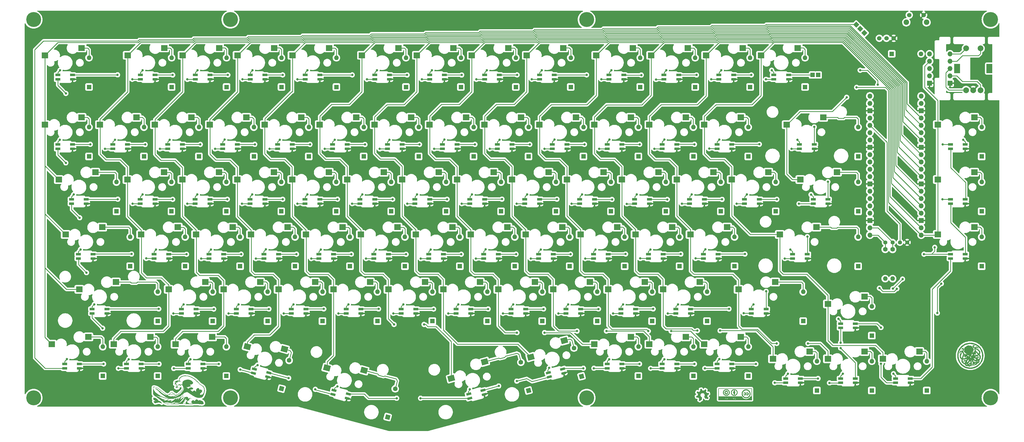
<source format=gbr>
%TF.GenerationSoftware,KiCad,Pcbnew,(6.0.6)*%
%TF.CreationDate,2022-07-23T00:41:05+02:00*%
%TF.ProjectId,middle,6d696464-6c65-42e6-9b69-6361645f7063,rev?*%
%TF.SameCoordinates,Original*%
%TF.FileFunction,Copper,L2,Bot*%
%TF.FilePolarity,Positive*%
%FSLAX46Y46*%
G04 Gerber Fmt 4.6, Leading zero omitted, Abs format (unit mm)*
G04 Created by KiCad (PCBNEW (6.0.6)) date 2022-07-23 00:41:05*
%MOMM*%
%LPD*%
G01*
G04 APERTURE LIST*
G04 Aperture macros list*
%AMRoundRect*
0 Rectangle with rounded corners*
0 $1 Rounding radius*
0 $2 $3 $4 $5 $6 $7 $8 $9 X,Y pos of 4 corners*
0 Add a 4 corners polygon primitive as box body*
4,1,4,$2,$3,$4,$5,$6,$7,$8,$9,$2,$3,0*
0 Add four circle primitives for the rounded corners*
1,1,$1+$1,$2,$3*
1,1,$1+$1,$4,$5*
1,1,$1+$1,$6,$7*
1,1,$1+$1,$8,$9*
0 Add four rect primitives between the rounded corners*
20,1,$1+$1,$2,$3,$4,$5,0*
20,1,$1+$1,$4,$5,$6,$7,0*
20,1,$1+$1,$6,$7,$8,$9,0*
20,1,$1+$1,$8,$9,$2,$3,0*%
%AMHorizOval*
0 Thick line with rounded ends*
0 $1 width*
0 $2 $3 position (X,Y) of the first rounded end (center of the circle)*
0 $4 $5 position (X,Y) of the second rounded end (center of the circle)*
0 Add line between two ends*
20,1,$1,$2,$3,$4,$5,0*
0 Add two circle primitives to create the rounded ends*
1,1,$1,$2,$3*
1,1,$1,$4,$5*%
%AMRotRect*
0 Rectangle, with rotation*
0 The origin of the aperture is its center*
0 $1 length*
0 $2 width*
0 $3 Rotation angle, in degrees counterclockwise*
0 Add horizontal line*
21,1,$1,$2,0,0,$3*%
G04 Aperture macros list end*
%TA.AperFunction,EtchedComponent*%
%ADD10C,0.010000*%
%TD*%
%TA.AperFunction,SMDPad,CuDef*%
%ADD11R,2.300000X2.000000*%
%TD*%
%TA.AperFunction,SMDPad,CuDef*%
%ADD12R,1.700000X0.820000*%
%TD*%
%TA.AperFunction,SMDPad,CuDef*%
%ADD13RoundRect,0.205000X-0.645000X-0.205000X0.645000X-0.205000X0.645000X0.205000X-0.645000X0.205000X0*%
%TD*%
%TA.AperFunction,ComponentPad*%
%ADD14R,1.600000X1.600000*%
%TD*%
%TA.AperFunction,ComponentPad*%
%ADD15O,1.600000X1.600000*%
%TD*%
%TA.AperFunction,ComponentPad*%
%ADD16C,2.000000*%
%TD*%
%TA.AperFunction,ComponentPad*%
%ADD17R,2.000000X3.200000*%
%TD*%
%TA.AperFunction,ComponentPad*%
%ADD18C,1.524000*%
%TD*%
%TA.AperFunction,ComponentPad*%
%ADD19C,1.900000*%
%TD*%
%TA.AperFunction,ComponentPad*%
%ADD20RotRect,1.524000X1.524000X135.000000*%
%TD*%
%TA.AperFunction,SMDPad,CuDef*%
%ADD21RotRect,2.300000X2.000000X165.000000*%
%TD*%
%TA.AperFunction,SMDPad,CuDef*%
%ADD22RotRect,1.700000X0.820000X345.000000*%
%TD*%
%TA.AperFunction,SMDPad,CuDef*%
%ADD23RoundRect,0.205000X-0.676080X-0.031077X0.569964X-0.364953X0.676080X0.031077X-0.569964X0.364953X0*%
%TD*%
%TA.AperFunction,ComponentPad*%
%ADD24RotRect,1.600000X1.600000X105.000000*%
%TD*%
%TA.AperFunction,ComponentPad*%
%ADD25HorizOval,1.600000X0.000000X0.000000X0.000000X0.000000X0*%
%TD*%
%TA.AperFunction,ComponentPad*%
%ADD26R,1.700000X1.700000*%
%TD*%
%TA.AperFunction,ComponentPad*%
%ADD27O,1.700000X1.700000*%
%TD*%
%TA.AperFunction,ComponentPad*%
%ADD28C,1.600000*%
%TD*%
%TA.AperFunction,ComponentPad*%
%ADD29C,0.700000*%
%TD*%
%TA.AperFunction,ComponentPad*%
%ADD30C,5.200000*%
%TD*%
%TA.AperFunction,ComponentPad*%
%ADD31R,1.524000X1.524000*%
%TD*%
%TA.AperFunction,SMDPad,CuDef*%
%ADD32RotRect,2.300000X2.000000X195.000000*%
%TD*%
%TA.AperFunction,SMDPad,CuDef*%
%ADD33RotRect,1.700000X0.820000X15.000000*%
%TD*%
%TA.AperFunction,SMDPad,CuDef*%
%ADD34RoundRect,0.205000X-0.569964X-0.364953X0.676080X-0.031077X0.569964X0.364953X-0.676080X0.031077X0*%
%TD*%
%TA.AperFunction,ComponentPad*%
%ADD35RotRect,1.600000X1.600000X75.000000*%
%TD*%
%TA.AperFunction,ComponentPad*%
%ADD36HorizOval,1.600000X0.000000X0.000000X0.000000X0.000000X0*%
%TD*%
%TA.AperFunction,ComponentPad*%
%ADD37C,1.397000*%
%TD*%
%TA.AperFunction,ViaPad*%
%ADD38C,0.800000*%
%TD*%
%TA.AperFunction,Conductor*%
%ADD39C,0.254000*%
%TD*%
G04 APERTURE END LIST*
%TO.C,G\u002A\u002A\u002A*%
G36*
X279155483Y-185280991D02*
G01*
X279157681Y-185285456D01*
X279161690Y-185293719D01*
X279167394Y-185305537D01*
X279174677Y-185320668D01*
X279183423Y-185338869D01*
X279193516Y-185359899D01*
X279204839Y-185383514D01*
X279217276Y-185409474D01*
X279230711Y-185437535D01*
X279245028Y-185467456D01*
X279260112Y-185498995D01*
X279275845Y-185531908D01*
X279292111Y-185565956D01*
X279427379Y-185849147D01*
X279461799Y-185847671D01*
X279498542Y-185846540D01*
X279581996Y-185847214D01*
X279665939Y-185852314D01*
X279749987Y-185861795D01*
X279833756Y-185875607D01*
X279916862Y-185893699D01*
X279998920Y-185916023D01*
X280001721Y-185916851D01*
X280012518Y-185919801D01*
X280021547Y-185921895D01*
X280027931Y-185922947D01*
X280030793Y-185922771D01*
X280031244Y-185922259D01*
X280034324Y-185918685D01*
X280040146Y-185911903D01*
X280048537Y-185902117D01*
X280059318Y-185889532D01*
X280072315Y-185874353D01*
X280087353Y-185856784D01*
X280104257Y-185837032D01*
X280122851Y-185815301D01*
X280142959Y-185791797D01*
X280164406Y-185766723D01*
X280187017Y-185740285D01*
X280210616Y-185712688D01*
X280235027Y-185684136D01*
X280246785Y-185670387D01*
X280270816Y-185642304D01*
X280293949Y-185615294D01*
X280316009Y-185589562D01*
X280336821Y-185565309D01*
X280356210Y-185542740D01*
X280374001Y-185522057D01*
X280390018Y-185503465D01*
X280404087Y-185487165D01*
X280416034Y-185473362D01*
X280425682Y-185462259D01*
X280432857Y-185454059D01*
X280437384Y-185448964D01*
X280439087Y-185447179D01*
X280439643Y-185447388D01*
X280443604Y-185449445D01*
X280451058Y-185453537D01*
X280461664Y-185459469D01*
X280475081Y-185467041D01*
X280490968Y-185476058D01*
X280508984Y-185486323D01*
X280528787Y-185497642D01*
X280550037Y-185509813D01*
X280572393Y-185522644D01*
X280595513Y-185535938D01*
X280619057Y-185549496D01*
X280642684Y-185563123D01*
X280666052Y-185576622D01*
X280688820Y-185589797D01*
X280710649Y-185602449D01*
X280731195Y-185614384D01*
X280750119Y-185625406D01*
X280767079Y-185635315D01*
X280781735Y-185643917D01*
X280793745Y-185651014D01*
X280802767Y-185656411D01*
X280808462Y-185659909D01*
X280810489Y-185661314D01*
X280810371Y-185661794D01*
X280809034Y-185665909D01*
X280806281Y-185674016D01*
X280802202Y-185685859D01*
X280796886Y-185701185D01*
X280790422Y-185719740D01*
X280782897Y-185741271D01*
X280774403Y-185765523D01*
X280765026Y-185792243D01*
X280754856Y-185821177D01*
X280743981Y-185852071D01*
X280732491Y-185884671D01*
X280720475Y-185918723D01*
X280708023Y-185953974D01*
X280702679Y-185969095D01*
X280690401Y-186003887D01*
X280678603Y-186037382D01*
X280667370Y-186069325D01*
X280656796Y-186099462D01*
X280646966Y-186127539D01*
X280637970Y-186153301D01*
X280629897Y-186176493D01*
X280622834Y-186196860D01*
X280616872Y-186214148D01*
X280612099Y-186228102D01*
X280608602Y-186238468D01*
X280606473Y-186244990D01*
X280605797Y-186247415D01*
X280606805Y-186248753D01*
X280610763Y-186252873D01*
X280617164Y-186259101D01*
X280625423Y-186266869D01*
X280634956Y-186275613D01*
X280681109Y-186319226D01*
X280737319Y-186377377D01*
X280790921Y-186438561D01*
X280841517Y-186502274D01*
X280888712Y-186568011D01*
X280932109Y-186635269D01*
X280971314Y-186703542D01*
X280977346Y-186714568D01*
X280983211Y-186724729D01*
X280987588Y-186731475D01*
X280990753Y-186735221D01*
X280992980Y-186736386D01*
X280993291Y-186736373D01*
X280997262Y-186736101D01*
X281005488Y-186735491D01*
X281017694Y-186734565D01*
X281033606Y-186733345D01*
X281052950Y-186731852D01*
X281075451Y-186730107D01*
X281100837Y-186728131D01*
X281128832Y-186725945D01*
X281159162Y-186723572D01*
X281191554Y-186721032D01*
X281225733Y-186718347D01*
X281261426Y-186715538D01*
X281298357Y-186712626D01*
X281599753Y-186688840D01*
X281655431Y-186896580D01*
X281711109Y-187104321D01*
X281706403Y-187106831D01*
X281706322Y-187106873D01*
X281703283Y-187108355D01*
X281696354Y-187111692D01*
X281685787Y-187116762D01*
X281671835Y-187123444D01*
X281654752Y-187131619D01*
X281634789Y-187141164D01*
X281612199Y-187151959D01*
X281587238Y-187163884D01*
X281560155Y-187176816D01*
X281531205Y-187190637D01*
X281500641Y-187205224D01*
X281468714Y-187220457D01*
X281435678Y-187236215D01*
X281431537Y-187238190D01*
X281398726Y-187253841D01*
X281367113Y-187268924D01*
X281336946Y-187283319D01*
X281308472Y-187296911D01*
X281281940Y-187309577D01*
X281257596Y-187321204D01*
X281235689Y-187331670D01*
X281216465Y-187340858D01*
X281200173Y-187348651D01*
X281187059Y-187354929D01*
X281177371Y-187359573D01*
X281171357Y-187362468D01*
X281169264Y-187363492D01*
X281169251Y-187363533D01*
X281169277Y-187366308D01*
X281169531Y-187372907D01*
X281169979Y-187382620D01*
X281170591Y-187394737D01*
X281171334Y-187408550D01*
X281173517Y-187470521D01*
X281172590Y-187555008D01*
X281167243Y-187639754D01*
X281157526Y-187724338D01*
X281143490Y-187808338D01*
X281125188Y-187891332D01*
X281102671Y-187972897D01*
X281101831Y-187975666D01*
X281098651Y-187986406D01*
X281096135Y-187995328D01*
X281094519Y-188001566D01*
X281094041Y-188004260D01*
X281094044Y-188004269D01*
X281095935Y-188006042D01*
X281101121Y-188010626D01*
X281109391Y-188017840D01*
X281120536Y-188027505D01*
X281134346Y-188039439D01*
X281150612Y-188053462D01*
X281169121Y-188069391D01*
X281189666Y-188087049D01*
X281212034Y-188106250D01*
X281236018Y-188126818D01*
X281261405Y-188148570D01*
X281287987Y-188171325D01*
X281315552Y-188194903D01*
X281316167Y-188195429D01*
X281343755Y-188219019D01*
X281370387Y-188241793D01*
X281395849Y-188263572D01*
X281419928Y-188284172D01*
X281442412Y-188303410D01*
X281463088Y-188321106D01*
X281481742Y-188337077D01*
X281498163Y-188351139D01*
X281512137Y-188363112D01*
X281523453Y-188372814D01*
X281531895Y-188380061D01*
X281537253Y-188384673D01*
X281539313Y-188386464D01*
X281539393Y-188386633D01*
X281538835Y-188388886D01*
X281536721Y-188393687D01*
X281532970Y-188401181D01*
X281527502Y-188411510D01*
X281520240Y-188424816D01*
X281511103Y-188441242D01*
X281500012Y-188460932D01*
X281486890Y-188484025D01*
X281471655Y-188510668D01*
X281454229Y-188541001D01*
X281434533Y-188575166D01*
X281431280Y-188580798D01*
X281415826Y-188607487D01*
X281401024Y-188632937D01*
X281387039Y-188656869D01*
X281374037Y-188679008D01*
X281362181Y-188699078D01*
X281351634Y-188716801D01*
X281342563Y-188731900D01*
X281335133Y-188744101D01*
X281329506Y-188753125D01*
X281325847Y-188758696D01*
X281324322Y-188760538D01*
X281324254Y-188760516D01*
X281321274Y-188759493D01*
X281314297Y-188757055D01*
X281303641Y-188753316D01*
X281289629Y-188748392D01*
X281272583Y-188742393D01*
X281252822Y-188735436D01*
X281230671Y-188727632D01*
X281206448Y-188719094D01*
X281180476Y-188709937D01*
X281153075Y-188700275D01*
X281124567Y-188690219D01*
X281095274Y-188679884D01*
X281065518Y-188669383D01*
X281035617Y-188658829D01*
X281005896Y-188648337D01*
X280976673Y-188638018D01*
X280948273Y-188627988D01*
X280921014Y-188618357D01*
X280895219Y-188609243D01*
X280871209Y-188600756D01*
X280849306Y-188593010D01*
X280829829Y-188586119D01*
X280813102Y-188580196D01*
X280799445Y-188575355D01*
X280789181Y-188571709D01*
X280782628Y-188569371D01*
X280780109Y-188568455D01*
X280779357Y-188568463D01*
X280775629Y-188570801D01*
X280769871Y-188576119D01*
X280762650Y-188583918D01*
X280751176Y-188596755D01*
X280736029Y-188613147D01*
X280719390Y-188630693D01*
X280702013Y-188648620D01*
X280684654Y-188666159D01*
X280668072Y-188682538D01*
X280653019Y-188696985D01*
X280640255Y-188708730D01*
X280628123Y-188719546D01*
X280622314Y-188712059D01*
X280620835Y-188710138D01*
X280616600Y-188704629D01*
X280609817Y-188695797D01*
X280600624Y-188683825D01*
X280589164Y-188668898D01*
X280575578Y-188651201D01*
X280560010Y-188630919D01*
X280542600Y-188608237D01*
X280523489Y-188583338D01*
X280502821Y-188556409D01*
X280480736Y-188527634D01*
X280457378Y-188497197D01*
X280432886Y-188465283D01*
X280407404Y-188432078D01*
X280381073Y-188397765D01*
X280354034Y-188362531D01*
X280330651Y-188332058D01*
X280304319Y-188297745D01*
X280278855Y-188264562D01*
X280254397Y-188232690D01*
X280231084Y-188202310D01*
X280209053Y-188173603D01*
X280188446Y-188146751D01*
X280169400Y-188121933D01*
X280152055Y-188099331D01*
X280136548Y-188079127D01*
X280123020Y-188061500D01*
X280111608Y-188046633D01*
X280102453Y-188034705D01*
X280095692Y-188025898D01*
X280091466Y-188020393D01*
X280089911Y-188018371D01*
X280089869Y-188018296D01*
X280090890Y-188015632D01*
X280094461Y-188010353D01*
X280100050Y-188003187D01*
X280107123Y-187994864D01*
X280139021Y-187956378D01*
X280174276Y-187907356D01*
X280205557Y-187856072D01*
X280232780Y-187802694D01*
X280255861Y-187747385D01*
X280274718Y-187690314D01*
X280289268Y-187631644D01*
X280298630Y-187577754D01*
X280304476Y-187519767D01*
X280305903Y-187461606D01*
X280302915Y-187402856D01*
X280295526Y-187343102D01*
X280293303Y-187330742D01*
X280289131Y-187311316D01*
X280283867Y-187289577D01*
X280277827Y-187266666D01*
X280271326Y-187243726D01*
X280264680Y-187221902D01*
X280258204Y-187202337D01*
X280252215Y-187186173D01*
X280251145Y-187183514D01*
X280227986Y-187131038D01*
X280202160Y-187081879D01*
X280173233Y-187035339D01*
X280140768Y-186990711D01*
X280104335Y-186947299D01*
X280082892Y-186924322D01*
X280040096Y-186883517D01*
X279994604Y-186846284D01*
X279946666Y-186812712D01*
X279896527Y-186782884D01*
X279844436Y-186756888D01*
X279790642Y-186734811D01*
X279735392Y-186716738D01*
X279678934Y-186702757D01*
X279621514Y-186692953D01*
X279563383Y-186687414D01*
X279504787Y-186686225D01*
X279445973Y-186689473D01*
X279387192Y-186697245D01*
X279375866Y-186699412D01*
X279358578Y-186703239D01*
X279338957Y-186708008D01*
X279318139Y-186713416D01*
X279297258Y-186719155D01*
X279277450Y-186724922D01*
X279259850Y-186730410D01*
X279245593Y-186735315D01*
X279221848Y-186744651D01*
X279186195Y-186760511D01*
X279150392Y-186778441D01*
X279116024Y-186797633D01*
X279084679Y-186817280D01*
X279080346Y-186820199D01*
X279032371Y-186855472D01*
X278987311Y-186894118D01*
X278945351Y-186935884D01*
X278906679Y-186980525D01*
X278871482Y-187027790D01*
X278839946Y-187077431D01*
X278812257Y-187129198D01*
X278788602Y-187182844D01*
X278769167Y-187238120D01*
X278762724Y-187259998D01*
X278749055Y-187315947D01*
X278739616Y-187371591D01*
X278734371Y-187427435D01*
X278733284Y-187483982D01*
X278736320Y-187541737D01*
X278743443Y-187601205D01*
X278744453Y-187607233D01*
X278747457Y-187622123D01*
X278751528Y-187639852D01*
X278756392Y-187659394D01*
X278761772Y-187679723D01*
X278767392Y-187699814D01*
X278772979Y-187718640D01*
X278778257Y-187735175D01*
X278782950Y-187748395D01*
X278792940Y-187773282D01*
X278818458Y-187828514D01*
X278847471Y-187880762D01*
X278880053Y-187930129D01*
X278916274Y-187976720D01*
X278956207Y-188020638D01*
X278999924Y-188061987D01*
X279000822Y-188062776D01*
X279024732Y-188083042D01*
X279048051Y-188101260D01*
X279072022Y-188118315D01*
X279097883Y-188135091D01*
X279126875Y-188152471D01*
X279147482Y-188164148D01*
X279176564Y-188179455D01*
X279204843Y-188192755D01*
X279233844Y-188204751D01*
X279265093Y-188216146D01*
X279277431Y-188220459D01*
X279286661Y-188223899D01*
X279292706Y-188226544D01*
X279296188Y-188228708D01*
X279297727Y-188230707D01*
X279297943Y-188232857D01*
X279297813Y-188233953D01*
X279297126Y-188239373D01*
X279295896Y-188248912D01*
X279294158Y-188262300D01*
X279291948Y-188279263D01*
X279289302Y-188299531D01*
X279286254Y-188322831D01*
X279282842Y-188348892D01*
X279279100Y-188377440D01*
X279275066Y-188408206D01*
X279270774Y-188440916D01*
X279266260Y-188475300D01*
X279261560Y-188511085D01*
X279256709Y-188547999D01*
X279251744Y-188585771D01*
X279246700Y-188624129D01*
X279241614Y-188662801D01*
X279236520Y-188701514D01*
X279231455Y-188739998D01*
X279226453Y-188777981D01*
X279221553Y-188815190D01*
X279216787Y-188851355D01*
X279212194Y-188886201D01*
X279207807Y-188919460D01*
X279203665Y-188950858D01*
X279199800Y-188980122D01*
X279196250Y-189006983D01*
X279193052Y-189031168D01*
X279190238Y-189052405D01*
X279187847Y-189070422D01*
X279185914Y-189084947D01*
X279184474Y-189095709D01*
X279183563Y-189102436D01*
X279183217Y-189104854D01*
X279182196Y-189105255D01*
X279177285Y-189104906D01*
X279168802Y-189103445D01*
X279157269Y-189101011D01*
X279143212Y-189097742D01*
X279127155Y-189093772D01*
X279109622Y-189089238D01*
X279091138Y-189084277D01*
X279072226Y-189079026D01*
X279053410Y-189073621D01*
X279035216Y-189068199D01*
X279018167Y-189062896D01*
X279002787Y-189057849D01*
X278978083Y-189049470D01*
X278953317Y-189078422D01*
X278948660Y-189083867D01*
X278941106Y-189092698D01*
X278931007Y-189104504D01*
X278918593Y-189119015D01*
X278904099Y-189135959D01*
X278887755Y-189155062D01*
X278869795Y-189176057D01*
X278850450Y-189198670D01*
X278829954Y-189222630D01*
X278808537Y-189247664D01*
X278786433Y-189273502D01*
X278763874Y-189299874D01*
X278599196Y-189492372D01*
X278414046Y-189386078D01*
X278409716Y-189383591D01*
X278382988Y-189368205D01*
X278357461Y-189353450D01*
X278333417Y-189339492D01*
X278311137Y-189326497D01*
X278290901Y-189314629D01*
X278272990Y-189304055D01*
X278257685Y-189294942D01*
X278245268Y-189287453D01*
X278236020Y-189281756D01*
X278230220Y-189278016D01*
X278228151Y-189276398D01*
X278228147Y-189276363D01*
X278228906Y-189273538D01*
X278231113Y-189266641D01*
X278234679Y-189255935D01*
X278239511Y-189241683D01*
X278245519Y-189224147D01*
X278252612Y-189203592D01*
X278260698Y-189180280D01*
X278269686Y-189154474D01*
X278279485Y-189126436D01*
X278290003Y-189096431D01*
X278301150Y-189064721D01*
X278312834Y-189031568D01*
X278324965Y-188997235D01*
X278326235Y-188993645D01*
X278340540Y-188953126D01*
X278353841Y-188915308D01*
X278366088Y-188880339D01*
X278377229Y-188848369D01*
X278387212Y-188819548D01*
X278395987Y-188794025D01*
X278403502Y-188771951D01*
X278409707Y-188753473D01*
X278414549Y-188738741D01*
X278417979Y-188727906D01*
X278419943Y-188721117D01*
X278420393Y-188718521D01*
X278419603Y-188717613D01*
X278415803Y-188713740D01*
X278409588Y-188707656D01*
X278401602Y-188699992D01*
X278392492Y-188691373D01*
X278347703Y-188647519D01*
X278291022Y-188586595D01*
X278237133Y-188522340D01*
X278186328Y-188455144D01*
X278138897Y-188385391D01*
X278095129Y-188313473D01*
X278055314Y-188239776D01*
X278036636Y-188202931D01*
X277741293Y-188226049D01*
X277736110Y-188226456D01*
X277699707Y-188229302D01*
X277664581Y-188232046D01*
X277631010Y-188234665D01*
X277599271Y-188237138D01*
X277569641Y-188239444D01*
X277542397Y-188241559D01*
X277517817Y-188243464D01*
X277496177Y-188245136D01*
X277477754Y-188246555D01*
X277462828Y-188247698D01*
X277451674Y-188248545D01*
X277444569Y-188249074D01*
X277441791Y-188249262D01*
X277441235Y-188249179D01*
X277440442Y-188248626D01*
X277439529Y-188247324D01*
X277438420Y-188245010D01*
X277437038Y-188241416D01*
X277435307Y-188236279D01*
X277433150Y-188229333D01*
X277430492Y-188220312D01*
X277427254Y-188208952D01*
X277423363Y-188194986D01*
X277418741Y-188178150D01*
X277413311Y-188158179D01*
X277406997Y-188134806D01*
X277399722Y-188107766D01*
X277391410Y-188076795D01*
X277381986Y-188041627D01*
X277326340Y-187833898D01*
X277593911Y-187706184D01*
X277597863Y-187704296D01*
X277630969Y-187688492D01*
X277662990Y-187673202D01*
X277693670Y-187658548D01*
X277722754Y-187644653D01*
X277749982Y-187631640D01*
X277775098Y-187619632D01*
X277797846Y-187608752D01*
X277817967Y-187599124D01*
X277835206Y-187590869D01*
X277849305Y-187584110D01*
X277860007Y-187578972D01*
X277867055Y-187575577D01*
X277870191Y-187574046D01*
X277878901Y-187569623D01*
X277877839Y-187532394D01*
X277877791Y-187530698D01*
X277877403Y-187482542D01*
X277878681Y-187431616D01*
X277881526Y-187379363D01*
X277885839Y-187327227D01*
X277891523Y-187276653D01*
X277898480Y-187229082D01*
X277901087Y-187213881D01*
X277909874Y-187168194D01*
X277920186Y-187121367D01*
X277931675Y-187074841D01*
X277943993Y-187030054D01*
X277956790Y-186988444D01*
X277958187Y-186984131D01*
X277961611Y-186973180D01*
X277964292Y-186964053D01*
X277965986Y-186957601D01*
X277966450Y-186954673D01*
X277966103Y-186954283D01*
X277962874Y-186951306D01*
X277956422Y-186945583D01*
X277946953Y-186937289D01*
X277934670Y-186926601D01*
X277919777Y-186913695D01*
X277902480Y-186898746D01*
X277882981Y-186881931D01*
X277861485Y-186863427D01*
X277838195Y-186843409D01*
X277813319Y-186822054D01*
X277787056Y-186799537D01*
X277759614Y-186776034D01*
X277731195Y-186751723D01*
X277718932Y-186741237D01*
X277690915Y-186717264D01*
X277663963Y-186694186D01*
X277638280Y-186672176D01*
X277614070Y-186651412D01*
X277591537Y-186632066D01*
X277570885Y-186614317D01*
X277552318Y-186598338D01*
X277536040Y-186584304D01*
X277522255Y-186572394D01*
X277511166Y-186562779D01*
X277502977Y-186555638D01*
X277497894Y-186551144D01*
X277496118Y-186549473D01*
X277496325Y-186548918D01*
X277498384Y-186544959D01*
X277502481Y-186537509D01*
X277508421Y-186526908D01*
X277516005Y-186513498D01*
X277525037Y-186497620D01*
X277535320Y-186479614D01*
X277546658Y-186459821D01*
X277558851Y-186438582D01*
X277571705Y-186416239D01*
X277585022Y-186393130D01*
X277598605Y-186369599D01*
X277612258Y-186345984D01*
X277625782Y-186322628D01*
X277638981Y-186299872D01*
X277651659Y-186278055D01*
X277663617Y-186257519D01*
X277674660Y-186238605D01*
X277684590Y-186221653D01*
X277693209Y-186207004D01*
X277700323Y-186195000D01*
X277705732Y-186185982D01*
X277709240Y-186180288D01*
X277710651Y-186178262D01*
X277711256Y-186178407D01*
X277715616Y-186179807D01*
X277723954Y-186182620D01*
X277736017Y-186186756D01*
X277751554Y-186192126D01*
X277770309Y-186198644D01*
X277792030Y-186206221D01*
X277816464Y-186214766D01*
X277843356Y-186224192D01*
X277872455Y-186234411D01*
X277903509Y-186245334D01*
X277936260Y-186256872D01*
X277970459Y-186268938D01*
X278005852Y-186281441D01*
X278022679Y-186287391D01*
X278057572Y-186299724D01*
X278091164Y-186311596D01*
X278123200Y-186322915D01*
X278153426Y-186333592D01*
X278181589Y-186343537D01*
X278207433Y-186352662D01*
X278230705Y-186360875D01*
X278251149Y-186368086D01*
X278268511Y-186374207D01*
X278282537Y-186379147D01*
X278292972Y-186382817D01*
X278299563Y-186385127D01*
X278302054Y-186385985D01*
X278302419Y-186385966D01*
X278305645Y-186383943D01*
X278311143Y-186379243D01*
X278318248Y-186372463D01*
X278326293Y-186364202D01*
X278344537Y-186345147D01*
X278406602Y-186284599D01*
X278471612Y-186227491D01*
X278539375Y-186173966D01*
X278609699Y-186124174D01*
X278682390Y-186078258D01*
X278757257Y-186036368D01*
X278787783Y-186020347D01*
X278763324Y-185707553D01*
X278761759Y-185687513D01*
X278758874Y-185650526D01*
X278756106Y-185614930D01*
X278753473Y-185580991D01*
X278750998Y-185548977D01*
X278748699Y-185519157D01*
X278746599Y-185491798D01*
X278744716Y-185467168D01*
X278743073Y-185445535D01*
X278741688Y-185427167D01*
X278740583Y-185412330D01*
X278739778Y-185401295D01*
X278739295Y-185394327D01*
X278739153Y-185391696D01*
X278739790Y-185391237D01*
X278744217Y-185389541D01*
X278752537Y-185386850D01*
X278764373Y-185383263D01*
X278779342Y-185378884D01*
X278797067Y-185373814D01*
X278817169Y-185368156D01*
X278839268Y-185362009D01*
X278862986Y-185355476D01*
X278887943Y-185348659D01*
X278913759Y-185341660D01*
X278940056Y-185334578D01*
X278966455Y-185327517D01*
X278992576Y-185320578D01*
X279018040Y-185313863D01*
X279042468Y-185307471D01*
X279065481Y-185301508D01*
X279086699Y-185296073D01*
X279105744Y-185291267D01*
X279122236Y-185287194D01*
X279135796Y-185283953D01*
X279146044Y-185281647D01*
X279152603Y-185280377D01*
X279155092Y-185280245D01*
X279155483Y-185280991D01*
G37*
D10*
X279155483Y-185280991D02*
X279157681Y-185285456D01*
X279161690Y-185293719D01*
X279167394Y-185305537D01*
X279174677Y-185320668D01*
X279183423Y-185338869D01*
X279193516Y-185359899D01*
X279204839Y-185383514D01*
X279217276Y-185409474D01*
X279230711Y-185437535D01*
X279245028Y-185467456D01*
X279260112Y-185498995D01*
X279275845Y-185531908D01*
X279292111Y-185565956D01*
X279427379Y-185849147D01*
X279461799Y-185847671D01*
X279498542Y-185846540D01*
X279581996Y-185847214D01*
X279665939Y-185852314D01*
X279749987Y-185861795D01*
X279833756Y-185875607D01*
X279916862Y-185893699D01*
X279998920Y-185916023D01*
X280001721Y-185916851D01*
X280012518Y-185919801D01*
X280021547Y-185921895D01*
X280027931Y-185922947D01*
X280030793Y-185922771D01*
X280031244Y-185922259D01*
X280034324Y-185918685D01*
X280040146Y-185911903D01*
X280048537Y-185902117D01*
X280059318Y-185889532D01*
X280072315Y-185874353D01*
X280087353Y-185856784D01*
X280104257Y-185837032D01*
X280122851Y-185815301D01*
X280142959Y-185791797D01*
X280164406Y-185766723D01*
X280187017Y-185740285D01*
X280210616Y-185712688D01*
X280235027Y-185684136D01*
X280246785Y-185670387D01*
X280270816Y-185642304D01*
X280293949Y-185615294D01*
X280316009Y-185589562D01*
X280336821Y-185565309D01*
X280356210Y-185542740D01*
X280374001Y-185522057D01*
X280390018Y-185503465D01*
X280404087Y-185487165D01*
X280416034Y-185473362D01*
X280425682Y-185462259D01*
X280432857Y-185454059D01*
X280437384Y-185448964D01*
X280439087Y-185447179D01*
X280439643Y-185447388D01*
X280443604Y-185449445D01*
X280451058Y-185453537D01*
X280461664Y-185459469D01*
X280475081Y-185467041D01*
X280490968Y-185476058D01*
X280508984Y-185486323D01*
X280528787Y-185497642D01*
X280550037Y-185509813D01*
X280572393Y-185522644D01*
X280595513Y-185535938D01*
X280619057Y-185549496D01*
X280642684Y-185563123D01*
X280666052Y-185576622D01*
X280688820Y-185589797D01*
X280710649Y-185602449D01*
X280731195Y-185614384D01*
X280750119Y-185625406D01*
X280767079Y-185635315D01*
X280781735Y-185643917D01*
X280793745Y-185651014D01*
X280802767Y-185656411D01*
X280808462Y-185659909D01*
X280810489Y-185661314D01*
X280810371Y-185661794D01*
X280809034Y-185665909D01*
X280806281Y-185674016D01*
X280802202Y-185685859D01*
X280796886Y-185701185D01*
X280790422Y-185719740D01*
X280782897Y-185741271D01*
X280774403Y-185765523D01*
X280765026Y-185792243D01*
X280754856Y-185821177D01*
X280743981Y-185852071D01*
X280732491Y-185884671D01*
X280720475Y-185918723D01*
X280708023Y-185953974D01*
X280702679Y-185969095D01*
X280690401Y-186003887D01*
X280678603Y-186037382D01*
X280667370Y-186069325D01*
X280656796Y-186099462D01*
X280646966Y-186127539D01*
X280637970Y-186153301D01*
X280629897Y-186176493D01*
X280622834Y-186196860D01*
X280616872Y-186214148D01*
X280612099Y-186228102D01*
X280608602Y-186238468D01*
X280606473Y-186244990D01*
X280605797Y-186247415D01*
X280606805Y-186248753D01*
X280610763Y-186252873D01*
X280617164Y-186259101D01*
X280625423Y-186266869D01*
X280634956Y-186275613D01*
X280681109Y-186319226D01*
X280737319Y-186377377D01*
X280790921Y-186438561D01*
X280841517Y-186502274D01*
X280888712Y-186568011D01*
X280932109Y-186635269D01*
X280971314Y-186703542D01*
X280977346Y-186714568D01*
X280983211Y-186724729D01*
X280987588Y-186731475D01*
X280990753Y-186735221D01*
X280992980Y-186736386D01*
X280993291Y-186736373D01*
X280997262Y-186736101D01*
X281005488Y-186735491D01*
X281017694Y-186734565D01*
X281033606Y-186733345D01*
X281052950Y-186731852D01*
X281075451Y-186730107D01*
X281100837Y-186728131D01*
X281128832Y-186725945D01*
X281159162Y-186723572D01*
X281191554Y-186721032D01*
X281225733Y-186718347D01*
X281261426Y-186715538D01*
X281298357Y-186712626D01*
X281599753Y-186688840D01*
X281655431Y-186896580D01*
X281711109Y-187104321D01*
X281706403Y-187106831D01*
X281706322Y-187106873D01*
X281703283Y-187108355D01*
X281696354Y-187111692D01*
X281685787Y-187116762D01*
X281671835Y-187123444D01*
X281654752Y-187131619D01*
X281634789Y-187141164D01*
X281612199Y-187151959D01*
X281587238Y-187163884D01*
X281560155Y-187176816D01*
X281531205Y-187190637D01*
X281500641Y-187205224D01*
X281468714Y-187220457D01*
X281435678Y-187236215D01*
X281431537Y-187238190D01*
X281398726Y-187253841D01*
X281367113Y-187268924D01*
X281336946Y-187283319D01*
X281308472Y-187296911D01*
X281281940Y-187309577D01*
X281257596Y-187321204D01*
X281235689Y-187331670D01*
X281216465Y-187340858D01*
X281200173Y-187348651D01*
X281187059Y-187354929D01*
X281177371Y-187359573D01*
X281171357Y-187362468D01*
X281169264Y-187363492D01*
X281169251Y-187363533D01*
X281169277Y-187366308D01*
X281169531Y-187372907D01*
X281169979Y-187382620D01*
X281170591Y-187394737D01*
X281171334Y-187408550D01*
X281173517Y-187470521D01*
X281172590Y-187555008D01*
X281167243Y-187639754D01*
X281157526Y-187724338D01*
X281143490Y-187808338D01*
X281125188Y-187891332D01*
X281102671Y-187972897D01*
X281101831Y-187975666D01*
X281098651Y-187986406D01*
X281096135Y-187995328D01*
X281094519Y-188001566D01*
X281094041Y-188004260D01*
X281094044Y-188004269D01*
X281095935Y-188006042D01*
X281101121Y-188010626D01*
X281109391Y-188017840D01*
X281120536Y-188027505D01*
X281134346Y-188039439D01*
X281150612Y-188053462D01*
X281169121Y-188069391D01*
X281189666Y-188087049D01*
X281212034Y-188106250D01*
X281236018Y-188126818D01*
X281261405Y-188148570D01*
X281287987Y-188171325D01*
X281315552Y-188194903D01*
X281316167Y-188195429D01*
X281343755Y-188219019D01*
X281370387Y-188241793D01*
X281395849Y-188263572D01*
X281419928Y-188284172D01*
X281442412Y-188303410D01*
X281463088Y-188321106D01*
X281481742Y-188337077D01*
X281498163Y-188351139D01*
X281512137Y-188363112D01*
X281523453Y-188372814D01*
X281531895Y-188380061D01*
X281537253Y-188384673D01*
X281539313Y-188386464D01*
X281539393Y-188386633D01*
X281538835Y-188388886D01*
X281536721Y-188393687D01*
X281532970Y-188401181D01*
X281527502Y-188411510D01*
X281520240Y-188424816D01*
X281511103Y-188441242D01*
X281500012Y-188460932D01*
X281486890Y-188484025D01*
X281471655Y-188510668D01*
X281454229Y-188541001D01*
X281434533Y-188575166D01*
X281431280Y-188580798D01*
X281415826Y-188607487D01*
X281401024Y-188632937D01*
X281387039Y-188656869D01*
X281374037Y-188679008D01*
X281362181Y-188699078D01*
X281351634Y-188716801D01*
X281342563Y-188731900D01*
X281335133Y-188744101D01*
X281329506Y-188753125D01*
X281325847Y-188758696D01*
X281324322Y-188760538D01*
X281324254Y-188760516D01*
X281321274Y-188759493D01*
X281314297Y-188757055D01*
X281303641Y-188753316D01*
X281289629Y-188748392D01*
X281272583Y-188742393D01*
X281252822Y-188735436D01*
X281230671Y-188727632D01*
X281206448Y-188719094D01*
X281180476Y-188709937D01*
X281153075Y-188700275D01*
X281124567Y-188690219D01*
X281095274Y-188679884D01*
X281065518Y-188669383D01*
X281035617Y-188658829D01*
X281005896Y-188648337D01*
X280976673Y-188638018D01*
X280948273Y-188627988D01*
X280921014Y-188618357D01*
X280895219Y-188609243D01*
X280871209Y-188600756D01*
X280849306Y-188593010D01*
X280829829Y-188586119D01*
X280813102Y-188580196D01*
X280799445Y-188575355D01*
X280789181Y-188571709D01*
X280782628Y-188569371D01*
X280780109Y-188568455D01*
X280779357Y-188568463D01*
X280775629Y-188570801D01*
X280769871Y-188576119D01*
X280762650Y-188583918D01*
X280751176Y-188596755D01*
X280736029Y-188613147D01*
X280719390Y-188630693D01*
X280702013Y-188648620D01*
X280684654Y-188666159D01*
X280668072Y-188682538D01*
X280653019Y-188696985D01*
X280640255Y-188708730D01*
X280628123Y-188719546D01*
X280622314Y-188712059D01*
X280620835Y-188710138D01*
X280616600Y-188704629D01*
X280609817Y-188695797D01*
X280600624Y-188683825D01*
X280589164Y-188668898D01*
X280575578Y-188651201D01*
X280560010Y-188630919D01*
X280542600Y-188608237D01*
X280523489Y-188583338D01*
X280502821Y-188556409D01*
X280480736Y-188527634D01*
X280457378Y-188497197D01*
X280432886Y-188465283D01*
X280407404Y-188432078D01*
X280381073Y-188397765D01*
X280354034Y-188362531D01*
X280330651Y-188332058D01*
X280304319Y-188297745D01*
X280278855Y-188264562D01*
X280254397Y-188232690D01*
X280231084Y-188202310D01*
X280209053Y-188173603D01*
X280188446Y-188146751D01*
X280169400Y-188121933D01*
X280152055Y-188099331D01*
X280136548Y-188079127D01*
X280123020Y-188061500D01*
X280111608Y-188046633D01*
X280102453Y-188034705D01*
X280095692Y-188025898D01*
X280091466Y-188020393D01*
X280089911Y-188018371D01*
X280089869Y-188018296D01*
X280090890Y-188015632D01*
X280094461Y-188010353D01*
X280100050Y-188003187D01*
X280107123Y-187994864D01*
X280139021Y-187956378D01*
X280174276Y-187907356D01*
X280205557Y-187856072D01*
X280232780Y-187802694D01*
X280255861Y-187747385D01*
X280274718Y-187690314D01*
X280289268Y-187631644D01*
X280298630Y-187577754D01*
X280304476Y-187519767D01*
X280305903Y-187461606D01*
X280302915Y-187402856D01*
X280295526Y-187343102D01*
X280293303Y-187330742D01*
X280289131Y-187311316D01*
X280283867Y-187289577D01*
X280277827Y-187266666D01*
X280271326Y-187243726D01*
X280264680Y-187221902D01*
X280258204Y-187202337D01*
X280252215Y-187186173D01*
X280251145Y-187183514D01*
X280227986Y-187131038D01*
X280202160Y-187081879D01*
X280173233Y-187035339D01*
X280140768Y-186990711D01*
X280104335Y-186947299D01*
X280082892Y-186924322D01*
X280040096Y-186883517D01*
X279994604Y-186846284D01*
X279946666Y-186812712D01*
X279896527Y-186782884D01*
X279844436Y-186756888D01*
X279790642Y-186734811D01*
X279735392Y-186716738D01*
X279678934Y-186702757D01*
X279621514Y-186692953D01*
X279563383Y-186687414D01*
X279504787Y-186686225D01*
X279445973Y-186689473D01*
X279387192Y-186697245D01*
X279375866Y-186699412D01*
X279358578Y-186703239D01*
X279338957Y-186708008D01*
X279318139Y-186713416D01*
X279297258Y-186719155D01*
X279277450Y-186724922D01*
X279259850Y-186730410D01*
X279245593Y-186735315D01*
X279221848Y-186744651D01*
X279186195Y-186760511D01*
X279150392Y-186778441D01*
X279116024Y-186797633D01*
X279084679Y-186817280D01*
X279080346Y-186820199D01*
X279032371Y-186855472D01*
X278987311Y-186894118D01*
X278945351Y-186935884D01*
X278906679Y-186980525D01*
X278871482Y-187027790D01*
X278839946Y-187077431D01*
X278812257Y-187129198D01*
X278788602Y-187182844D01*
X278769167Y-187238120D01*
X278762724Y-187259998D01*
X278749055Y-187315947D01*
X278739616Y-187371591D01*
X278734371Y-187427435D01*
X278733284Y-187483982D01*
X278736320Y-187541737D01*
X278743443Y-187601205D01*
X278744453Y-187607233D01*
X278747457Y-187622123D01*
X278751528Y-187639852D01*
X278756392Y-187659394D01*
X278761772Y-187679723D01*
X278767392Y-187699814D01*
X278772979Y-187718640D01*
X278778257Y-187735175D01*
X278782950Y-187748395D01*
X278792940Y-187773282D01*
X278818458Y-187828514D01*
X278847471Y-187880762D01*
X278880053Y-187930129D01*
X278916274Y-187976720D01*
X278956207Y-188020638D01*
X278999924Y-188061987D01*
X279000822Y-188062776D01*
X279024732Y-188083042D01*
X279048051Y-188101260D01*
X279072022Y-188118315D01*
X279097883Y-188135091D01*
X279126875Y-188152471D01*
X279147482Y-188164148D01*
X279176564Y-188179455D01*
X279204843Y-188192755D01*
X279233844Y-188204751D01*
X279265093Y-188216146D01*
X279277431Y-188220459D01*
X279286661Y-188223899D01*
X279292706Y-188226544D01*
X279296188Y-188228708D01*
X279297727Y-188230707D01*
X279297943Y-188232857D01*
X279297813Y-188233953D01*
X279297126Y-188239373D01*
X279295896Y-188248912D01*
X279294158Y-188262300D01*
X279291948Y-188279263D01*
X279289302Y-188299531D01*
X279286254Y-188322831D01*
X279282842Y-188348892D01*
X279279100Y-188377440D01*
X279275066Y-188408206D01*
X279270774Y-188440916D01*
X279266260Y-188475300D01*
X279261560Y-188511085D01*
X279256709Y-188547999D01*
X279251744Y-188585771D01*
X279246700Y-188624129D01*
X279241614Y-188662801D01*
X279236520Y-188701514D01*
X279231455Y-188739998D01*
X279226453Y-188777981D01*
X279221553Y-188815190D01*
X279216787Y-188851355D01*
X279212194Y-188886201D01*
X279207807Y-188919460D01*
X279203665Y-188950858D01*
X279199800Y-188980122D01*
X279196250Y-189006983D01*
X279193052Y-189031168D01*
X279190238Y-189052405D01*
X279187847Y-189070422D01*
X279185914Y-189084947D01*
X279184474Y-189095709D01*
X279183563Y-189102436D01*
X279183217Y-189104854D01*
X279182196Y-189105255D01*
X279177285Y-189104906D01*
X279168802Y-189103445D01*
X279157269Y-189101011D01*
X279143212Y-189097742D01*
X279127155Y-189093772D01*
X279109622Y-189089238D01*
X279091138Y-189084277D01*
X279072226Y-189079026D01*
X279053410Y-189073621D01*
X279035216Y-189068199D01*
X279018167Y-189062896D01*
X279002787Y-189057849D01*
X278978083Y-189049470D01*
X278953317Y-189078422D01*
X278948660Y-189083867D01*
X278941106Y-189092698D01*
X278931007Y-189104504D01*
X278918593Y-189119015D01*
X278904099Y-189135959D01*
X278887755Y-189155062D01*
X278869795Y-189176057D01*
X278850450Y-189198670D01*
X278829954Y-189222630D01*
X278808537Y-189247664D01*
X278786433Y-189273502D01*
X278763874Y-189299874D01*
X278599196Y-189492372D01*
X278414046Y-189386078D01*
X278409716Y-189383591D01*
X278382988Y-189368205D01*
X278357461Y-189353450D01*
X278333417Y-189339492D01*
X278311137Y-189326497D01*
X278290901Y-189314629D01*
X278272990Y-189304055D01*
X278257685Y-189294942D01*
X278245268Y-189287453D01*
X278236020Y-189281756D01*
X278230220Y-189278016D01*
X278228151Y-189276398D01*
X278228147Y-189276363D01*
X278228906Y-189273538D01*
X278231113Y-189266641D01*
X278234679Y-189255935D01*
X278239511Y-189241683D01*
X278245519Y-189224147D01*
X278252612Y-189203592D01*
X278260698Y-189180280D01*
X278269686Y-189154474D01*
X278279485Y-189126436D01*
X278290003Y-189096431D01*
X278301150Y-189064721D01*
X278312834Y-189031568D01*
X278324965Y-188997235D01*
X278326235Y-188993645D01*
X278340540Y-188953126D01*
X278353841Y-188915308D01*
X278366088Y-188880339D01*
X278377229Y-188848369D01*
X278387212Y-188819548D01*
X278395987Y-188794025D01*
X278403502Y-188771951D01*
X278409707Y-188753473D01*
X278414549Y-188738741D01*
X278417979Y-188727906D01*
X278419943Y-188721117D01*
X278420393Y-188718521D01*
X278419603Y-188717613D01*
X278415803Y-188713740D01*
X278409588Y-188707656D01*
X278401602Y-188699992D01*
X278392492Y-188691373D01*
X278347703Y-188647519D01*
X278291022Y-188586595D01*
X278237133Y-188522340D01*
X278186328Y-188455144D01*
X278138897Y-188385391D01*
X278095129Y-188313473D01*
X278055314Y-188239776D01*
X278036636Y-188202931D01*
X277741293Y-188226049D01*
X277736110Y-188226456D01*
X277699707Y-188229302D01*
X277664581Y-188232046D01*
X277631010Y-188234665D01*
X277599271Y-188237138D01*
X277569641Y-188239444D01*
X277542397Y-188241559D01*
X277517817Y-188243464D01*
X277496177Y-188245136D01*
X277477754Y-188246555D01*
X277462828Y-188247698D01*
X277451674Y-188248545D01*
X277444569Y-188249074D01*
X277441791Y-188249262D01*
X277441235Y-188249179D01*
X277440442Y-188248626D01*
X277439529Y-188247324D01*
X277438420Y-188245010D01*
X277437038Y-188241416D01*
X277435307Y-188236279D01*
X277433150Y-188229333D01*
X277430492Y-188220312D01*
X277427254Y-188208952D01*
X277423363Y-188194986D01*
X277418741Y-188178150D01*
X277413311Y-188158179D01*
X277406997Y-188134806D01*
X277399722Y-188107766D01*
X277391410Y-188076795D01*
X277381986Y-188041627D01*
X277326340Y-187833898D01*
X277593911Y-187706184D01*
X277597863Y-187704296D01*
X277630969Y-187688492D01*
X277662990Y-187673202D01*
X277693670Y-187658548D01*
X277722754Y-187644653D01*
X277749982Y-187631640D01*
X277775098Y-187619632D01*
X277797846Y-187608752D01*
X277817967Y-187599124D01*
X277835206Y-187590869D01*
X277849305Y-187584110D01*
X277860007Y-187578972D01*
X277867055Y-187575577D01*
X277870191Y-187574046D01*
X277878901Y-187569623D01*
X277877839Y-187532394D01*
X277877791Y-187530698D01*
X277877403Y-187482542D01*
X277878681Y-187431616D01*
X277881526Y-187379363D01*
X277885839Y-187327227D01*
X277891523Y-187276653D01*
X277898480Y-187229082D01*
X277901087Y-187213881D01*
X277909874Y-187168194D01*
X277920186Y-187121367D01*
X277931675Y-187074841D01*
X277943993Y-187030054D01*
X277956790Y-186988444D01*
X277958187Y-186984131D01*
X277961611Y-186973180D01*
X277964292Y-186964053D01*
X277965986Y-186957601D01*
X277966450Y-186954673D01*
X277966103Y-186954283D01*
X277962874Y-186951306D01*
X277956422Y-186945583D01*
X277946953Y-186937289D01*
X277934670Y-186926601D01*
X277919777Y-186913695D01*
X277902480Y-186898746D01*
X277882981Y-186881931D01*
X277861485Y-186863427D01*
X277838195Y-186843409D01*
X277813319Y-186822054D01*
X277787056Y-186799537D01*
X277759614Y-186776034D01*
X277731195Y-186751723D01*
X277718932Y-186741237D01*
X277690915Y-186717264D01*
X277663963Y-186694186D01*
X277638280Y-186672176D01*
X277614070Y-186651412D01*
X277591537Y-186632066D01*
X277570885Y-186614317D01*
X277552318Y-186598338D01*
X277536040Y-186584304D01*
X277522255Y-186572394D01*
X277511166Y-186562779D01*
X277502977Y-186555638D01*
X277497894Y-186551144D01*
X277496118Y-186549473D01*
X277496325Y-186548918D01*
X277498384Y-186544959D01*
X277502481Y-186537509D01*
X277508421Y-186526908D01*
X277516005Y-186513498D01*
X277525037Y-186497620D01*
X277535320Y-186479614D01*
X277546658Y-186459821D01*
X277558851Y-186438582D01*
X277571705Y-186416239D01*
X277585022Y-186393130D01*
X277598605Y-186369599D01*
X277612258Y-186345984D01*
X277625782Y-186322628D01*
X277638981Y-186299872D01*
X277651659Y-186278055D01*
X277663617Y-186257519D01*
X277674660Y-186238605D01*
X277684590Y-186221653D01*
X277693209Y-186207004D01*
X277700323Y-186195000D01*
X277705732Y-186185982D01*
X277709240Y-186180288D01*
X277710651Y-186178262D01*
X277711256Y-186178407D01*
X277715616Y-186179807D01*
X277723954Y-186182620D01*
X277736017Y-186186756D01*
X277751554Y-186192126D01*
X277770309Y-186198644D01*
X277792030Y-186206221D01*
X277816464Y-186214766D01*
X277843356Y-186224192D01*
X277872455Y-186234411D01*
X277903509Y-186245334D01*
X277936260Y-186256872D01*
X277970459Y-186268938D01*
X278005852Y-186281441D01*
X278022679Y-186287391D01*
X278057572Y-186299724D01*
X278091164Y-186311596D01*
X278123200Y-186322915D01*
X278153426Y-186333592D01*
X278181589Y-186343537D01*
X278207433Y-186352662D01*
X278230705Y-186360875D01*
X278251149Y-186368086D01*
X278268511Y-186374207D01*
X278282537Y-186379147D01*
X278292972Y-186382817D01*
X278299563Y-186385127D01*
X278302054Y-186385985D01*
X278302419Y-186385966D01*
X278305645Y-186383943D01*
X278311143Y-186379243D01*
X278318248Y-186372463D01*
X278326293Y-186364202D01*
X278344537Y-186345147D01*
X278406602Y-186284599D01*
X278471612Y-186227491D01*
X278539375Y-186173966D01*
X278609699Y-186124174D01*
X278682390Y-186078258D01*
X278757257Y-186036368D01*
X278787783Y-186020347D01*
X278763324Y-185707553D01*
X278761759Y-185687513D01*
X278758874Y-185650526D01*
X278756106Y-185614930D01*
X278753473Y-185580991D01*
X278750998Y-185548977D01*
X278748699Y-185519157D01*
X278746599Y-185491798D01*
X278744716Y-185467168D01*
X278743073Y-185445535D01*
X278741688Y-185427167D01*
X278740583Y-185412330D01*
X278739778Y-185401295D01*
X278739295Y-185394327D01*
X278739153Y-185391696D01*
X278739790Y-185391237D01*
X278744217Y-185389541D01*
X278752537Y-185386850D01*
X278764373Y-185383263D01*
X278779342Y-185378884D01*
X278797067Y-185373814D01*
X278817169Y-185368156D01*
X278839268Y-185362009D01*
X278862986Y-185355476D01*
X278887943Y-185348659D01*
X278913759Y-185341660D01*
X278940056Y-185334578D01*
X278966455Y-185327517D01*
X278992576Y-185320578D01*
X279018040Y-185313863D01*
X279042468Y-185307471D01*
X279065481Y-185301508D01*
X279086699Y-185296073D01*
X279105744Y-185291267D01*
X279122236Y-185287194D01*
X279135796Y-185283953D01*
X279146044Y-185281647D01*
X279152603Y-185280377D01*
X279155092Y-185280245D01*
X279155483Y-185280991D01*
%TO.C,LogoMiddleBack*%
G36*
X96009985Y-188739212D02*
G01*
X95952897Y-188751554D01*
X95897649Y-188761740D01*
X95863400Y-188766942D01*
X95750980Y-188778204D01*
X95620592Y-188784793D01*
X95481997Y-188786684D01*
X95344955Y-188783848D01*
X95219229Y-188776260D01*
X95114581Y-188763893D01*
X94972416Y-188740788D01*
X94869742Y-188783065D01*
X94828138Y-188799340D01*
X94789577Y-188811188D01*
X94748571Y-188818802D01*
X94697835Y-188823116D01*
X94630081Y-188825063D01*
X94538026Y-188825578D01*
X94455137Y-188824925D01*
X94372191Y-188821774D01*
X94294763Y-188815044D01*
X94216937Y-188803678D01*
X94132792Y-188786618D01*
X94036411Y-188762808D01*
X93921874Y-188731188D01*
X93783263Y-188690702D01*
X93748766Y-188680552D01*
X93630900Y-188646768D01*
X93503667Y-188611389D01*
X93380253Y-188578045D01*
X93273846Y-188550369D01*
X93089183Y-188501517D01*
X92702526Y-188386089D01*
X92306316Y-188250827D01*
X92272614Y-188238765D01*
X92167294Y-188202558D01*
X92051184Y-188164447D01*
X91929372Y-188125939D01*
X91806945Y-188088546D01*
X91688991Y-188053775D01*
X91580598Y-188023138D01*
X91486852Y-187998143D01*
X91412841Y-187980300D01*
X91363652Y-187971119D01*
X91352309Y-187969563D01*
X91286011Y-187956773D01*
X91223643Y-187940076D01*
X91179616Y-187927254D01*
X91103115Y-187908044D01*
X91007608Y-187886242D01*
X90898078Y-187862796D01*
X90779510Y-187838652D01*
X90656888Y-187814757D01*
X90535197Y-187792056D01*
X90419420Y-187771496D01*
X90314541Y-187754023D01*
X90225546Y-187740585D01*
X90157418Y-187732126D01*
X90115140Y-187729595D01*
X90110937Y-187732475D01*
X90126728Y-187744306D01*
X90163418Y-187763168D01*
X90215876Y-187786784D01*
X90278971Y-187812875D01*
X90347570Y-187839165D01*
X90416542Y-187863375D01*
X90445549Y-187873469D01*
X90546499Y-187913325D01*
X90667976Y-187966770D01*
X90805332Y-188031424D01*
X90953920Y-188104910D01*
X91109090Y-188184849D01*
X91266195Y-188268861D01*
X91420587Y-188354568D01*
X91567618Y-188439592D01*
X91702640Y-188521553D01*
X91729420Y-188538249D01*
X91860427Y-188618392D01*
X91973557Y-188683847D01*
X92075561Y-188737512D01*
X92173188Y-188782285D01*
X92273188Y-188821064D01*
X92382311Y-188856747D01*
X92507307Y-188892233D01*
X92654924Y-188930418D01*
X92663901Y-188932670D01*
X92785540Y-188962219D01*
X92882269Y-188983464D01*
X92959052Y-188997311D01*
X93020856Y-189004661D01*
X93072646Y-189006419D01*
X93073719Y-189006403D01*
X93129346Y-189006952D01*
X93171505Y-189009883D01*
X93191146Y-189014574D01*
X93189859Y-189030051D01*
X93164128Y-189050956D01*
X93119285Y-189073367D01*
X93061098Y-189093772D01*
X93030839Y-189102545D01*
X92883261Y-189145694D01*
X92764485Y-189181291D01*
X92673101Y-189210012D01*
X92607699Y-189232530D01*
X92566870Y-189249519D01*
X92549205Y-189261655D01*
X92553294Y-189269611D01*
X92577728Y-189274061D01*
X92621098Y-189275680D01*
X92681993Y-189275142D01*
X92720122Y-189274569D01*
X92788944Y-189275703D01*
X92842451Y-189281543D01*
X92891878Y-189293721D01*
X92948457Y-189313870D01*
X93039199Y-189342294D01*
X93145908Y-189355630D01*
X93213411Y-189350548D01*
X93314430Y-189332740D01*
X93435154Y-189303244D01*
X93570910Y-189263221D01*
X93717022Y-189213831D01*
X93784678Y-189190188D01*
X93864580Y-189163656D01*
X93934716Y-189141777D01*
X93985165Y-189127737D01*
X93986647Y-189127376D01*
X94047091Y-189111728D01*
X94121477Y-189091223D01*
X94194051Y-189070201D01*
X94210989Y-189065273D01*
X94266401Y-189051101D01*
X94307538Y-189043566D01*
X94326508Y-189044215D01*
X94329361Y-189049584D01*
X94321923Y-189077588D01*
X94292433Y-189121908D01*
X94242996Y-189180182D01*
X94175718Y-189250044D01*
X94092705Y-189329133D01*
X93996063Y-189415086D01*
X93984979Y-189424668D01*
X93929252Y-189473729D01*
X93884768Y-189514345D01*
X93855815Y-189542523D01*
X93846678Y-189554269D01*
X93848199Y-189554669D01*
X93870811Y-189550786D01*
X93913967Y-189539406D01*
X93970047Y-189522492D01*
X94033913Y-189504289D01*
X94121722Y-189482128D01*
X94225961Y-189457653D01*
X94339279Y-189432459D01*
X94454324Y-189408140D01*
X94563743Y-189386289D01*
X94660185Y-189368501D01*
X94736298Y-189356369D01*
X94796366Y-189346153D01*
X94858687Y-189331877D01*
X94903774Y-189317547D01*
X94943483Y-189303300D01*
X95004174Y-189284982D01*
X95068810Y-189268071D01*
X95125636Y-189253126D01*
X95199636Y-189230678D01*
X95260872Y-189209042D01*
X95307255Y-189192546D01*
X95345468Y-189187269D01*
X95362419Y-189202114D01*
X95360416Y-189239757D01*
X95341766Y-189302873D01*
X95334085Y-189323068D01*
X95289863Y-189405869D01*
X95225988Y-189493971D01*
X95148733Y-189579427D01*
X95064370Y-189654290D01*
X95036309Y-189677076D01*
X95009322Y-189701749D01*
X95001143Y-189713585D01*
X95001499Y-189713776D01*
X95021001Y-189711713D01*
X95065840Y-189702882D01*
X95131226Y-189688378D01*
X95212369Y-189669297D01*
X95304479Y-189646732D01*
X95402765Y-189621779D01*
X95415000Y-189618052D01*
X95465809Y-189596946D01*
X95528516Y-189565308D01*
X95592317Y-189528457D01*
X95604914Y-189520642D01*
X95676655Y-189476111D01*
X95749553Y-189430831D01*
X95809605Y-189393500D01*
X95863666Y-189358208D01*
X95935069Y-189308413D01*
X95999158Y-189260740D01*
X96027611Y-189239099D01*
X96092877Y-189191453D01*
X96167196Y-189139014D01*
X96239391Y-189089736D01*
X96280575Y-189061785D01*
X96352448Y-189011326D01*
X96418522Y-188963076D01*
X96468433Y-188924512D01*
X96482774Y-188913050D01*
X96541441Y-188868465D01*
X96610680Y-188818277D01*
X96678386Y-188771322D01*
X96744833Y-188725559D01*
X96856377Y-188644038D01*
X96953226Y-188567097D01*
X97028775Y-188499853D01*
X97042589Y-188487498D01*
X97077162Y-188464702D01*
X97101544Y-188459834D01*
X97113988Y-188468906D01*
X97129570Y-188505617D01*
X97134194Y-188562362D01*
X97128533Y-188633054D01*
X97113256Y-188711610D01*
X97089035Y-188791944D01*
X97056542Y-188867971D01*
X97040002Y-188902806D01*
X97025949Y-188938897D01*
X97023620Y-188955962D01*
X97024944Y-188956403D01*
X97045107Y-188948754D01*
X97082857Y-188927536D01*
X97131305Y-188896547D01*
X97207556Y-188843850D01*
X97357709Y-188730537D01*
X97488315Y-188618379D01*
X97594141Y-188511727D01*
X97612035Y-188492049D01*
X97676894Y-188426003D01*
X97735321Y-188374475D01*
X97783050Y-188340980D01*
X97815816Y-188329033D01*
X97822446Y-188336081D01*
X97822763Y-188370097D01*
X97812547Y-188430730D01*
X97792176Y-188516249D01*
X97762031Y-188624927D01*
X97722488Y-188755032D01*
X97696054Y-188840004D01*
X97672625Y-188917203D01*
X97654582Y-188978736D01*
X97643334Y-189019794D01*
X97640290Y-189035568D01*
X97649271Y-189032195D01*
X97677212Y-189014197D01*
X97716635Y-188985385D01*
X97726855Y-188977239D01*
X97780099Y-188927833D01*
X97844306Y-188859894D01*
X97914143Y-188779710D01*
X97984276Y-188693570D01*
X98049373Y-188607760D01*
X98104100Y-188528568D01*
X98137798Y-188476551D01*
X98186000Y-188402215D01*
X98238901Y-188320686D01*
X98289891Y-188242155D01*
X98290090Y-188241849D01*
X98337502Y-188168523D01*
X98383231Y-188097221D01*
X98422078Y-188036085D01*
X98448842Y-187993254D01*
X98468188Y-187964564D01*
X98504407Y-187924079D01*
X98536690Y-187903466D01*
X98559770Y-187906830D01*
X98559903Y-187914444D01*
X98552972Y-187946789D01*
X98538814Y-187997994D01*
X98519215Y-188061254D01*
X98513112Y-188080818D01*
X98490009Y-188168180D01*
X98471468Y-188258350D01*
X98460921Y-188335198D01*
X98450355Y-188461891D01*
X98506940Y-188415207D01*
X98518565Y-188405170D01*
X98560735Y-188365215D01*
X98611906Y-188313272D01*
X98663493Y-188257962D01*
X98688375Y-188230607D01*
X98751519Y-188162059D01*
X98820328Y-188088249D01*
X98883787Y-188021022D01*
X98917652Y-187984622D01*
X98975327Y-187919364D01*
X99027007Y-187857202D01*
X99064529Y-187807764D01*
X99078871Y-187787161D01*
X99121074Y-187726666D01*
X99170031Y-187656614D01*
X99217823Y-187588340D01*
X99240576Y-187554961D01*
X99282581Y-187488760D01*
X99317424Y-187428142D01*
X99339261Y-187382992D01*
X99339307Y-187382874D01*
X99364990Y-187332177D01*
X99390384Y-187307468D01*
X99412478Y-187310146D01*
X99428263Y-187341612D01*
X99429480Y-187373411D01*
X99416548Y-187424613D01*
X99387047Y-187496672D01*
X99365665Y-187539363D01*
X99323954Y-187613297D01*
X99271103Y-187700663D01*
X99211525Y-187794672D01*
X99149630Y-187888533D01*
X99089831Y-187975457D01*
X99036540Y-188048653D01*
X98994167Y-188101332D01*
X98958830Y-188142925D01*
X98911447Y-188201328D01*
X98866267Y-188259292D01*
X98834094Y-188299412D01*
X98781098Y-188361259D01*
X98720023Y-188429362D01*
X98658648Y-188494891D01*
X98646196Y-188507933D01*
X98564599Y-188599110D01*
X98504771Y-188677209D01*
X98467981Y-188740408D01*
X98455498Y-188786884D01*
X98455790Y-188790569D01*
X98466191Y-188822293D01*
X98486858Y-188862149D01*
X98494458Y-188873746D01*
X98524842Y-188903185D01*
X98563411Y-188912315D01*
X98615695Y-188901369D01*
X98687219Y-188870579D01*
X98688143Y-188870126D01*
X98727470Y-188849993D01*
X98760034Y-188830049D01*
X98791331Y-188805488D01*
X98826860Y-188771504D01*
X98872118Y-188723289D01*
X98932603Y-188656036D01*
X98994510Y-188592487D01*
X99090523Y-188510695D01*
X99191575Y-188440859D01*
X99290344Y-188387883D01*
X99379506Y-188356673D01*
X99438829Y-188344035D01*
X99507398Y-188333426D01*
X99547871Y-188333788D01*
X99561160Y-188345064D01*
X99556896Y-188361430D01*
X99536742Y-188403543D01*
X99502758Y-188463058D01*
X99457967Y-188535283D01*
X99405391Y-188615526D01*
X99348049Y-188699096D01*
X99288965Y-188781300D01*
X99231160Y-188857449D01*
X99136940Y-188975736D01*
X98952571Y-189198408D01*
X98764087Y-189415532D01*
X98581032Y-189615974D01*
X98552571Y-189646684D01*
X98487266Y-189719622D01*
X98454368Y-189757784D01*
X98422995Y-189794178D01*
X98370286Y-189858248D01*
X98364478Y-189865537D01*
X98281006Y-189959496D01*
X98197129Y-190030154D01*
X98105184Y-190081887D01*
X97997507Y-190119075D01*
X97866437Y-190146095D01*
X97847137Y-190149040D01*
X97799957Y-190154639D01*
X97749120Y-190157937D01*
X97690658Y-190158799D01*
X97620605Y-190157093D01*
X97534994Y-190152687D01*
X97429858Y-190145447D01*
X97301230Y-190135241D01*
X97145142Y-190121935D01*
X97122993Y-190120025D01*
X97005236Y-190110963D01*
X96911967Y-190106699D01*
X96837309Y-190107858D01*
X96775389Y-190115068D01*
X96720331Y-190128953D01*
X96666261Y-190150141D01*
X96607304Y-190179257D01*
X96584704Y-190191674D01*
X96508142Y-190241142D01*
X96437539Y-190297025D01*
X96380510Y-190352859D01*
X96344669Y-190402180D01*
X96319799Y-190450275D01*
X96720237Y-190440034D01*
X96837869Y-190436997D01*
X97022503Y-190432059D01*
X97179110Y-190427572D01*
X97309965Y-190423414D01*
X97417340Y-190419463D01*
X97503509Y-190415597D01*
X97570747Y-190411693D01*
X97621326Y-190407631D01*
X97657520Y-190403288D01*
X97681604Y-190398542D01*
X97695849Y-190393271D01*
X97702532Y-190387354D01*
X97712158Y-190378122D01*
X97712726Y-190377749D01*
X99220578Y-190377749D01*
X99355328Y-190395664D01*
X99380736Y-190398889D01*
X99455935Y-190407541D01*
X99548953Y-190417395D01*
X99650358Y-190427472D01*
X99750712Y-190436790D01*
X99778852Y-190439224D01*
X99893362Y-190448011D01*
X100015087Y-190455914D01*
X100131147Y-190462147D01*
X100228661Y-190465924D01*
X100312228Y-190467968D01*
X100372281Y-190468498D01*
X100409329Y-190466951D01*
X100427740Y-190462874D01*
X100431879Y-190455808D01*
X100426111Y-190445298D01*
X100415796Y-190431559D01*
X100387936Y-190394588D01*
X100354781Y-190350695D01*
X100327454Y-190311808D01*
X100289412Y-190235285D01*
X100276471Y-190159224D01*
X100286383Y-190074551D01*
X100308472Y-190008456D01*
X100365149Y-189910619D01*
X100450376Y-189809361D01*
X100562773Y-189706518D01*
X100566420Y-189703521D01*
X100636122Y-189643842D01*
X100684175Y-189595752D01*
X100714882Y-189553367D01*
X100732549Y-189510802D01*
X100741480Y-189462170D01*
X100741796Y-189459244D01*
X100742691Y-189421368D01*
X100735026Y-189383669D01*
X100716026Y-189337187D01*
X100682919Y-189272962D01*
X100654325Y-189222138D01*
X100612390Y-189159840D01*
X100569729Y-189116671D01*
X100519250Y-189086087D01*
X100453863Y-189061542D01*
X100427556Y-189053750D01*
X100362786Y-189042423D01*
X100315495Y-189051752D01*
X100278842Y-189084421D01*
X100245986Y-189143116D01*
X100216310Y-189197755D01*
X100188791Y-189224780D01*
X100164662Y-189220797D01*
X100143538Y-189185967D01*
X100136346Y-189142150D01*
X100142691Y-189080200D01*
X100161564Y-189018612D01*
X100189956Y-188971308D01*
X100197788Y-188963167D01*
X100262265Y-188920456D01*
X100341300Y-188899679D01*
X100426777Y-188901923D01*
X100510578Y-188928280D01*
X100573893Y-188958871D01*
X100569050Y-188901742D01*
X100565942Y-188875485D01*
X100555990Y-188852441D01*
X100531888Y-188838397D01*
X100485227Y-188825727D01*
X100430152Y-188811066D01*
X100330803Y-188777834D01*
X100237813Y-188738806D01*
X100159453Y-188697622D01*
X100103995Y-188657924D01*
X100070275Y-188627072D01*
X100063101Y-188845310D01*
X100061928Y-188878949D01*
X100057716Y-188965008D01*
X100051441Y-189032029D01*
X100041620Y-189089487D01*
X100026768Y-189146855D01*
X100005401Y-189213610D01*
X99977763Y-189290654D01*
X99915508Y-189439190D01*
X99844868Y-189581268D01*
X99770122Y-189708617D01*
X99695545Y-189812962D01*
X99671111Y-189843444D01*
X99612454Y-189918457D01*
X99550249Y-189999908D01*
X99494433Y-190074858D01*
X99463995Y-190115193D01*
X99407507Y-190185262D01*
X99351779Y-190249410D01*
X99305358Y-190297568D01*
X99220578Y-190377749D01*
X97712726Y-190377749D01*
X97746381Y-190355631D01*
X97798101Y-190326627D01*
X97860492Y-190295095D01*
X97937065Y-190257001D01*
X98042956Y-190201643D01*
X98156854Y-190139874D01*
X98269644Y-190076731D01*
X98372210Y-190017246D01*
X98455439Y-189966457D01*
X98539521Y-189911031D01*
X98663559Y-189822977D01*
X98790189Y-189726671D01*
X98914490Y-189626242D01*
X99031545Y-189525820D01*
X99136432Y-189429534D01*
X99224233Y-189341515D01*
X99290027Y-189265890D01*
X99345841Y-189190894D01*
X99414525Y-189090945D01*
X99483932Y-188983014D01*
X99550078Y-188873715D01*
X99608975Y-188769661D01*
X99656639Y-188677466D01*
X99689085Y-188603742D01*
X99705224Y-188561639D01*
X99724947Y-188514757D01*
X99739225Y-188490608D01*
X99751019Y-188484766D01*
X99763291Y-188492802D01*
X99769946Y-188500486D01*
X99795388Y-188545790D01*
X99820033Y-188610507D01*
X99841090Y-188685144D01*
X99855771Y-188760209D01*
X99861285Y-188826208D01*
X99861199Y-188832101D01*
X99855639Y-188890898D01*
X99842540Y-188971758D01*
X99823500Y-189067542D01*
X99800120Y-189171108D01*
X99773999Y-189275315D01*
X99746739Y-189373023D01*
X99719937Y-189457091D01*
X99705313Y-189501818D01*
X99695003Y-189539613D01*
X99693264Y-189556328D01*
X99703417Y-189548718D01*
X99724552Y-189518995D01*
X99752923Y-189473088D01*
X99784989Y-189417181D01*
X99817207Y-189357459D01*
X99846037Y-189300107D01*
X99867935Y-189251309D01*
X99903109Y-189147446D01*
X99926345Y-189032840D01*
X99937285Y-188903387D01*
X99936968Y-188751563D01*
X99930423Y-188558075D01*
X99857056Y-188415628D01*
X99854179Y-188410060D01*
X99820757Y-188348862D01*
X99787058Y-188296082D01*
X99748270Y-188246008D01*
X99699582Y-188192925D01*
X99636183Y-188131120D01*
X99553262Y-188054881D01*
X99515241Y-188018060D01*
X99490525Y-187985541D01*
X99490554Y-187966967D01*
X99503559Y-187965547D01*
X99538042Y-187976873D01*
X99585444Y-187999677D01*
X99638469Y-188030017D01*
X99689822Y-188063952D01*
X99732206Y-188097538D01*
X99754002Y-188114008D01*
X99777095Y-188123685D01*
X99782257Y-188125727D01*
X99807064Y-188144737D01*
X99844921Y-188179429D01*
X99889938Y-188224539D01*
X99986784Y-188325394D01*
X100027764Y-188255465D01*
X100034337Y-188244555D01*
X100086585Y-188176287D01*
X100151040Y-188123452D01*
X100231340Y-188084684D01*
X100331124Y-188058615D01*
X100454031Y-188043880D01*
X100603697Y-188039112D01*
X100617797Y-188039095D01*
X100705411Y-188039458D01*
X100769801Y-188041373D01*
X100818332Y-188045819D01*
X100858366Y-188053774D01*
X100897269Y-188066217D01*
X100942405Y-188084128D01*
X100953035Y-188088622D01*
X101064119Y-188150686D01*
X101148549Y-188229551D01*
X101206604Y-188325663D01*
X101238561Y-188439472D01*
X101244698Y-188571425D01*
X101238466Y-188703138D01*
X101343625Y-188633910D01*
X101376985Y-188613397D01*
X101483477Y-188560749D01*
X101604873Y-188516068D01*
X101645958Y-188503526D01*
X101713737Y-188485243D01*
X101769151Y-188475511D01*
X101823779Y-188472661D01*
X101889201Y-188475019D01*
X101958152Y-188481990D01*
X102071248Y-188506344D01*
X102170176Y-188544011D01*
X102246730Y-188592299D01*
X102266611Y-188610410D01*
X102291205Y-188643135D01*
X102289881Y-188663463D01*
X102265335Y-188670056D01*
X102220264Y-188661575D01*
X102157364Y-188636680D01*
X102141630Y-188629462D01*
X102056525Y-188600535D01*
X101976417Y-188594273D01*
X101892677Y-188611021D01*
X101796677Y-188651124D01*
X101788774Y-188655099D01*
X101726663Y-188690586D01*
X101671215Y-188728834D01*
X101633610Y-188762225D01*
X101605229Y-188800758D01*
X101562191Y-188886981D01*
X101527909Y-188991867D01*
X101504242Y-189107591D01*
X101493052Y-189226324D01*
X101496199Y-189340239D01*
X101499715Y-189390537D01*
X101498586Y-189435834D01*
X101491625Y-189456378D01*
X101478330Y-189454638D01*
X101446963Y-189436931D01*
X101407274Y-189406346D01*
X101349234Y-189359942D01*
X101287439Y-189323894D01*
X101231375Y-189311300D01*
X101174060Y-189320875D01*
X101108510Y-189351332D01*
X101057574Y-189384127D01*
X101024160Y-189419951D01*
X101023553Y-189421368D01*
X101003699Y-189467686D01*
X100989913Y-189537171D01*
X100987270Y-189551512D01*
X100965215Y-189613369D01*
X100930673Y-189667008D01*
X100889603Y-189704791D01*
X100847964Y-189719083D01*
X100824394Y-189724062D01*
X100801367Y-189749984D01*
X100798995Y-189758744D01*
X100799914Y-189820072D01*
X100825570Y-189888451D01*
X100872108Y-189959565D01*
X100935672Y-190029097D01*
X101012405Y-190092730D01*
X101098451Y-190146146D01*
X101189955Y-190185029D01*
X101268932Y-190214788D01*
X101350342Y-190252463D01*
X101425837Y-190293572D01*
X101487368Y-190333732D01*
X101526887Y-190368558D01*
X101533854Y-190376254D01*
X101557315Y-190395268D01*
X101588814Y-190410644D01*
X101631292Y-190422660D01*
X101687688Y-190431593D01*
X101760943Y-190437720D01*
X101853998Y-190441320D01*
X101969792Y-190442668D01*
X102111265Y-190442042D01*
X102281358Y-190439721D01*
X102342331Y-190438703D01*
X102459249Y-190436719D01*
X102563742Y-190434904D01*
X102651977Y-190433326D01*
X102720122Y-190432055D01*
X102764344Y-190431160D01*
X102780811Y-190430710D01*
X102781779Y-190429322D01*
X102769000Y-190415297D01*
X102737649Y-190389647D01*
X102693612Y-190356532D01*
X102642774Y-190320112D01*
X102591019Y-190284545D01*
X102544233Y-190253990D01*
X102508302Y-190232607D01*
X102489110Y-190224555D01*
X102488806Y-190224552D01*
X102462456Y-190211873D01*
X102425746Y-190179249D01*
X102384806Y-190133517D01*
X102345763Y-190081511D01*
X102314745Y-190030066D01*
X102280365Y-189937902D01*
X102263628Y-189830086D01*
X102267980Y-189723015D01*
X102293982Y-189627551D01*
X102295404Y-189624329D01*
X102332596Y-189562728D01*
X102388870Y-189493954D01*
X102456322Y-189426009D01*
X102527052Y-189366894D01*
X102593156Y-189324611D01*
X102667191Y-189293843D01*
X102783708Y-189270890D01*
X102909618Y-189275110D01*
X103046213Y-189306718D01*
X103194782Y-189365932D01*
X103356617Y-189452969D01*
X103381144Y-189468125D01*
X103445684Y-189512114D01*
X103502574Y-189556222D01*
X103541757Y-189592853D01*
X103597043Y-189655069D01*
X103591556Y-189540963D01*
X103592905Y-189430606D01*
X103615559Y-189298025D01*
X103660910Y-189184172D01*
X103727689Y-189090707D01*
X103814626Y-189019292D01*
X103920450Y-188971588D01*
X104043892Y-188949257D01*
X104117058Y-188949103D01*
X104193530Y-188961729D01*
X104273615Y-188989821D01*
X104363600Y-189035624D01*
X104469773Y-189101385D01*
X104547944Y-189155974D01*
X104631005Y-189224385D01*
X104688574Y-189286348D01*
X104718507Y-189339810D01*
X104727438Y-189359481D01*
X104739646Y-189367811D01*
X104813302Y-189330625D01*
X104941243Y-189274498D01*
X105054830Y-189237779D01*
X105159631Y-189218847D01*
X105261216Y-189216081D01*
X105328671Y-189221785D01*
X105415162Y-189241800D01*
X105481053Y-189278384D01*
X105531935Y-189335108D01*
X105573399Y-189415546D01*
X105578597Y-189416061D01*
X105606548Y-189412110D01*
X105650224Y-189403230D01*
X105756895Y-189393469D01*
X105867303Y-189412319D01*
X105981313Y-189460543D01*
X106100053Y-189538620D01*
X106224651Y-189647028D01*
X106298226Y-189720155D01*
X106355832Y-189784097D01*
X106399134Y-189843655D01*
X106433200Y-189906924D01*
X106463098Y-189981995D01*
X106493896Y-190076962D01*
X106509762Y-190130101D01*
X106530124Y-190208416D01*
X106539488Y-190268591D01*
X106538069Y-190317964D01*
X106526082Y-190363872D01*
X106503741Y-190413653D01*
X106502880Y-190415339D01*
X106444015Y-190497120D01*
X106360821Y-190565907D01*
X106259104Y-190617889D01*
X106144673Y-190649256D01*
X106097248Y-190655728D01*
X105971342Y-190663394D01*
X105823239Y-190661521D01*
X105658424Y-190650098D01*
X105629866Y-190647410D01*
X105528863Y-190638046D01*
X105421511Y-190628254D01*
X105326707Y-190619763D01*
X105294871Y-190616908D01*
X105197556Y-190607824D01*
X105097089Y-190598029D01*
X105010787Y-190589200D01*
X104942079Y-190581973D01*
X104844752Y-190572132D01*
X104757585Y-190564149D01*
X104676402Y-190557927D01*
X104597031Y-190553371D01*
X104515298Y-190550385D01*
X104427027Y-190548872D01*
X104328047Y-190548738D01*
X104214183Y-190549886D01*
X104081261Y-190552220D01*
X103925107Y-190555645D01*
X103741548Y-190560065D01*
X103620015Y-190562958D01*
X103448069Y-190566756D01*
X103276728Y-190570227D01*
X103111156Y-190573281D01*
X102956513Y-190575831D01*
X102817963Y-190577787D01*
X102700669Y-190579060D01*
X102609792Y-190579562D01*
X102598952Y-190579580D01*
X102498261Y-190580129D01*
X102372719Y-190581339D01*
X102228289Y-190583124D01*
X102070935Y-190585398D01*
X101906621Y-190588077D01*
X101741312Y-190591074D01*
X101580972Y-190594305D01*
X101475176Y-190596471D01*
X101332783Y-190598983D01*
X101201698Y-190600631D01*
X101078029Y-190601326D01*
X100957878Y-190600977D01*
X100837351Y-190599495D01*
X100712553Y-190596790D01*
X100579588Y-190592771D01*
X100434562Y-190587349D01*
X100273579Y-190580433D01*
X100092744Y-190571935D01*
X99888161Y-190561762D01*
X99655936Y-190549827D01*
X99638802Y-190548938D01*
X99486364Y-190541150D01*
X99359849Y-190535125D01*
X99254155Y-190530868D01*
X99164179Y-190528388D01*
X99084820Y-190527691D01*
X99010974Y-190528784D01*
X98937540Y-190531676D01*
X98859415Y-190536371D01*
X98771497Y-190542879D01*
X98668685Y-190551206D01*
X98640256Y-190553490D01*
X98567600Y-190558723D01*
X98491619Y-190563217D01*
X98409486Y-190567025D01*
X98318374Y-190570203D01*
X98215457Y-190572802D01*
X98097908Y-190574877D01*
X97962901Y-190576482D01*
X97807609Y-190577670D01*
X97629205Y-190578495D01*
X97424864Y-190579011D01*
X97191757Y-190579272D01*
X97009656Y-190579524D01*
X96732603Y-190580574D01*
X96483531Y-190582470D01*
X96260193Y-190585276D01*
X96060344Y-190589058D01*
X95881740Y-190593880D01*
X95722133Y-190599807D01*
X95579280Y-190606903D01*
X95450934Y-190615233D01*
X95334851Y-190624862D01*
X95228784Y-190635855D01*
X95164603Y-190641889D01*
X95033255Y-190648776D01*
X94880018Y-190651377D01*
X94710825Y-190649775D01*
X94531607Y-190644058D01*
X94348295Y-190634309D01*
X94166819Y-190620615D01*
X94046100Y-190609957D01*
X93941035Y-190600239D01*
X93858791Y-190591712D01*
X93794858Y-190583607D01*
X93744726Y-190575152D01*
X93703886Y-190565578D01*
X93667830Y-190554115D01*
X93632047Y-190539992D01*
X93592029Y-190522439D01*
X93591015Y-190521986D01*
X93537915Y-190499454D01*
X93495038Y-190483407D01*
X93471582Y-190477292D01*
X93471144Y-190477282D01*
X93445956Y-190470103D01*
X93398334Y-190451293D01*
X93333850Y-190423334D01*
X93258077Y-190388711D01*
X93176587Y-190349908D01*
X93094951Y-190309408D01*
X92996296Y-190255437D01*
X92869878Y-190177370D01*
X92741085Y-190089586D01*
X92617739Y-189997699D01*
X92605247Y-189987443D01*
X92835827Y-189987443D01*
X92837883Y-189992272D01*
X92852964Y-190002577D01*
X92891390Y-190029937D01*
X92943568Y-190067758D01*
X93002676Y-190111120D01*
X93043652Y-190140954D01*
X93101807Y-190181968D01*
X93149800Y-190214280D01*
X93180100Y-190232729D01*
X93192316Y-190238825D01*
X93253328Y-190266155D01*
X93334482Y-190299352D01*
X93427981Y-190335459D01*
X93526027Y-190371517D01*
X93620822Y-190404570D01*
X93704568Y-190431658D01*
X93739209Y-190442077D01*
X93803508Y-190459599D01*
X93860896Y-190471267D01*
X93920997Y-190478407D01*
X93993437Y-190482341D01*
X94087839Y-190484396D01*
X94149722Y-190485403D01*
X94257134Y-190487488D01*
X94377932Y-190490128D01*
X94501447Y-190493087D01*
X94617006Y-190496128D01*
X94708299Y-190498260D01*
X94817781Y-190499887D01*
X94921040Y-190500506D01*
X95009626Y-190500073D01*
X95075090Y-190498543D01*
X95133417Y-190496193D01*
X95219885Y-190492776D01*
X95322142Y-190488783D01*
X95431950Y-190484535D01*
X95541073Y-190480353D01*
X95603054Y-190478010D01*
X95703941Y-190473500D01*
X95787090Y-190466998D01*
X95856968Y-190456258D01*
X95918043Y-190439032D01*
X95974782Y-190413075D01*
X96031652Y-190376141D01*
X96093121Y-190325983D01*
X96163656Y-190260355D01*
X96247724Y-190177010D01*
X96349793Y-190073703D01*
X96354162Y-190069279D01*
X96434270Y-189988877D01*
X96507617Y-189916569D01*
X96571146Y-189855265D01*
X96621805Y-189807874D01*
X96656539Y-189777307D01*
X96672295Y-189766471D01*
X96679271Y-189765740D01*
X96682863Y-189757784D01*
X96682456Y-189757434D01*
X96661064Y-189757448D01*
X96618569Y-189768363D01*
X96562006Y-189787599D01*
X96498410Y-189812577D01*
X96434817Y-189840720D01*
X96378262Y-189869447D01*
X96311731Y-189903458D01*
X96187885Y-189956885D01*
X96168682Y-189963921D01*
X96042955Y-190009987D01*
X95883187Y-190060534D01*
X95714829Y-190106295D01*
X95477889Y-190165505D01*
X95122479Y-190166398D01*
X95053945Y-190166461D01*
X94943153Y-190165753D01*
X94854083Y-190163613D01*
X94780255Y-190159632D01*
X94715188Y-190153402D01*
X94652401Y-190144515D01*
X94585414Y-190132563D01*
X94575122Y-190130597D01*
X94433513Y-190104073D01*
X94312450Y-190082934D01*
X94205417Y-190066621D01*
X94105899Y-190054574D01*
X94007379Y-190046233D01*
X93903344Y-190041040D01*
X93787276Y-190038433D01*
X93652660Y-190037855D01*
X93492981Y-190038744D01*
X93450015Y-190039093D01*
X93319634Y-190040011D01*
X93215800Y-190040313D01*
X93134593Y-190039794D01*
X93072096Y-190038251D01*
X93024391Y-190035479D01*
X92987561Y-190031275D01*
X92957687Y-190025435D01*
X92930852Y-190017754D01*
X92903138Y-190008029D01*
X92900771Y-190007163D01*
X92858405Y-189992797D01*
X92835827Y-189987443D01*
X92605247Y-189987443D01*
X92576598Y-189963921D01*
X92784668Y-189963921D01*
X92792566Y-189971819D01*
X92800464Y-189963921D01*
X92792566Y-189956023D01*
X92784668Y-189963921D01*
X92576598Y-189963921D01*
X92507662Y-189907322D01*
X92418675Y-189824068D01*
X92362556Y-189766526D01*
X92300755Y-189703252D01*
X92246042Y-189647327D01*
X92205890Y-189606396D01*
X92188983Y-189590236D01*
X92134110Y-189544237D01*
X92067279Y-189494208D01*
X91999323Y-189448436D01*
X91993176Y-189444544D01*
X91926021Y-189400380D01*
X91844529Y-189344591D01*
X91758427Y-189283928D01*
X91677446Y-189225138D01*
X91593656Y-189164497D01*
X91491245Y-189092682D01*
X91387759Y-189022044D01*
X91296265Y-188961616D01*
X91173136Y-188881401D01*
X91046082Y-188796061D01*
X90928456Y-188713555D01*
X90811997Y-188627930D01*
X90688443Y-188533233D01*
X90549531Y-188423510D01*
X90461621Y-188354591D01*
X90352418Y-188271484D01*
X90240389Y-188188426D01*
X90134585Y-188112118D01*
X90044058Y-188049263D01*
X89996472Y-188016929D01*
X89900162Y-187950406D01*
X89802980Y-187882079D01*
X89714002Y-187818356D01*
X89642305Y-187765644D01*
X89577181Y-187716960D01*
X89497797Y-187658053D01*
X89423424Y-187603276D01*
X89364156Y-187560091D01*
X89360390Y-187557360D01*
X89242886Y-187457310D01*
X89144406Y-187340370D01*
X89059091Y-187199618D01*
X89001521Y-187089045D01*
X88997186Y-185900762D01*
X88993911Y-185002776D01*
X89107663Y-185002776D01*
X89110397Y-185082951D01*
X89112346Y-185121396D01*
X89120444Y-185211358D01*
X89134823Y-185290469D01*
X89158092Y-185368141D01*
X89192862Y-185453791D01*
X89241742Y-185556832D01*
X89373471Y-185806624D01*
X89522121Y-186052435D01*
X89676360Y-186271957D01*
X89835179Y-186463874D01*
X89997571Y-186626870D01*
X90162528Y-186759629D01*
X90327481Y-186875512D01*
X90498313Y-186994253D01*
X90667299Y-187110504D01*
X90831463Y-187222272D01*
X90987826Y-187327566D01*
X91133413Y-187424393D01*
X91265246Y-187510760D01*
X91380349Y-187584676D01*
X91475745Y-187644148D01*
X91548458Y-187687184D01*
X91609914Y-187721837D01*
X91735935Y-187791901D01*
X91841372Y-187848759D01*
X91930703Y-187894668D01*
X92008403Y-187931891D01*
X92078950Y-187962687D01*
X92146819Y-187989316D01*
X92179290Y-188001573D01*
X92267294Y-188036097D01*
X92355426Y-188072180D01*
X92428738Y-188103754D01*
X92489868Y-188130318D01*
X92662874Y-188198666D01*
X92856710Y-188266849D01*
X93063802Y-188332287D01*
X93276575Y-188392402D01*
X93347917Y-188411775D01*
X93475141Y-188447858D01*
X93607666Y-188486999D01*
X93733507Y-188525633D01*
X93840678Y-188560196D01*
X93898068Y-188579053D01*
X93997649Y-188610521D01*
X94093223Y-188639326D01*
X94176177Y-188662899D01*
X94237901Y-188678671D01*
X94275427Y-188686019D01*
X94336764Y-188695138D01*
X94407116Y-188703359D01*
X94481430Y-188710367D01*
X94554654Y-188715846D01*
X94621735Y-188719480D01*
X94677621Y-188720954D01*
X94717258Y-188719953D01*
X94735595Y-188716160D01*
X94727578Y-188709260D01*
X94718633Y-188706144D01*
X94678857Y-188693467D01*
X94617998Y-188674859D01*
X94542560Y-188652295D01*
X94459046Y-188627750D01*
X94441087Y-188622446D01*
X94274081Y-188567446D01*
X94094656Y-188499479D01*
X93914776Y-188423311D01*
X93746400Y-188343711D01*
X93737402Y-188339011D01*
X93688927Y-188311061D01*
X93620425Y-188268983D01*
X93536559Y-188215852D01*
X93441992Y-188154744D01*
X93341388Y-188088734D01*
X93261924Y-188035874D01*
X95841197Y-188035874D01*
X95920178Y-188046803D01*
X95977662Y-188053124D01*
X96114503Y-188058832D01*
X96265528Y-188054810D01*
X96420157Y-188041504D01*
X96567814Y-188019364D01*
X96853558Y-187953717D01*
X97129305Y-187865199D01*
X97399371Y-187751937D01*
X97668354Y-187612000D01*
X97940854Y-187443460D01*
X98076942Y-187350757D01*
X98196782Y-187263161D01*
X98300824Y-187178764D01*
X98395316Y-187091800D01*
X98486508Y-186996505D01*
X98580647Y-186887113D01*
X98683982Y-186757859D01*
X98730636Y-186698777D01*
X98790319Y-186624890D01*
X98846326Y-186557184D01*
X98890910Y-186505123D01*
X98982996Y-186400683D01*
X99074499Y-186296153D01*
X99150023Y-186208547D01*
X99212347Y-186134303D01*
X99264250Y-186069862D01*
X99308513Y-186011663D01*
X99347916Y-185956146D01*
X99385237Y-185899749D01*
X99423256Y-185838914D01*
X99464753Y-185770078D01*
X99552008Y-185610389D01*
X99618725Y-185454395D01*
X99658500Y-185312446D01*
X99671612Y-185183750D01*
X99671382Y-185155483D01*
X99665335Y-185028011D01*
X99651846Y-184910852D01*
X99631929Y-184810998D01*
X99606598Y-184735438D01*
X99586627Y-184692485D01*
X99575083Y-184673758D01*
X99569269Y-184678468D01*
X99565588Y-184703846D01*
X99560073Y-184741454D01*
X99549922Y-184798742D01*
X99537528Y-184861807D01*
X99526267Y-184920721D01*
X99513781Y-184996228D01*
X99505322Y-185059257D01*
X99494253Y-185142773D01*
X99478873Y-185225586D01*
X99461685Y-185292499D01*
X99444410Y-185335687D01*
X99432130Y-185359835D01*
X99411028Y-185406539D01*
X99388056Y-185461330D01*
X99345421Y-185556711D01*
X99278590Y-185684178D01*
X99203230Y-185809783D01*
X99126959Y-185920140D01*
X99071486Y-185988404D01*
X98995527Y-186073805D01*
X98905054Y-186169920D01*
X98804913Y-186271819D01*
X98699949Y-186374577D01*
X98595006Y-186473264D01*
X98494929Y-186562954D01*
X98484016Y-186572480D01*
X98412021Y-186636715D01*
X98341257Y-186701935D01*
X98279353Y-186761009D01*
X98233939Y-186806811D01*
X98164283Y-186876771D01*
X98034977Y-186992478D01*
X97885201Y-187112709D01*
X97720450Y-187233324D01*
X97546219Y-187350184D01*
X97368004Y-187459149D01*
X97366843Y-187459824D01*
X97341419Y-187475190D01*
X97294657Y-187503452D01*
X97216824Y-187552994D01*
X97149996Y-187597856D01*
X97039404Y-187666747D01*
X96871870Y-187749172D01*
X96673579Y-187826320D01*
X96444763Y-187898113D01*
X96185654Y-187964473D01*
X95896484Y-188025319D01*
X95841197Y-188035874D01*
X93261924Y-188035874D01*
X93239411Y-188020898D01*
X93140723Y-187954312D01*
X93049989Y-187892050D01*
X92971872Y-187837189D01*
X92911036Y-187792804D01*
X92890024Y-187777100D01*
X92815114Y-187722257D01*
X92733103Y-187663500D01*
X92658299Y-187611115D01*
X92629930Y-187591393D01*
X92559656Y-187541710D01*
X92476314Y-187482004D01*
X92388019Y-187418105D01*
X92302889Y-187355842D01*
X92261177Y-187325385D01*
X92171824Y-187261457D01*
X92082324Y-187198931D01*
X92001137Y-187143677D01*
X91936718Y-187101570D01*
X91881679Y-187064823D01*
X91797174Y-187003159D01*
X91704047Y-186930615D01*
X91607186Y-186851388D01*
X91511484Y-186769675D01*
X91421829Y-186689673D01*
X91343112Y-186615580D01*
X91280224Y-186551592D01*
X91238053Y-186501908D01*
X91228489Y-186489538D01*
X91193865Y-186448156D01*
X91144888Y-186392221D01*
X91086648Y-186327499D01*
X91024235Y-186259754D01*
X91007557Y-186241818D01*
X90936322Y-186164187D01*
X90864042Y-186084036D01*
X90798317Y-186009841D01*
X90746742Y-185950082D01*
X90680412Y-185877360D01*
X90593127Y-185792132D01*
X90497081Y-185706478D01*
X90399519Y-185626575D01*
X90307687Y-185558596D01*
X90228830Y-185508716D01*
X90170961Y-185475259D01*
X90098393Y-185430996D01*
X90031700Y-185388263D01*
X89969930Y-185348039D01*
X89906961Y-185308187D01*
X89856519Y-185277395D01*
X89834875Y-185263299D01*
X89790012Y-185220466D01*
X89768900Y-185176960D01*
X89771723Y-185137939D01*
X89798667Y-185108560D01*
X89849917Y-185093978D01*
X89862784Y-185093563D01*
X89906122Y-185100560D01*
X89962960Y-185121424D01*
X90039504Y-185158259D01*
X90080060Y-185179931D01*
X90182626Y-185239582D01*
X90299482Y-185312672D01*
X90423800Y-185394550D01*
X90548754Y-185480563D01*
X90667517Y-185566058D01*
X90773264Y-185646383D01*
X90859166Y-185716885D01*
X90875371Y-185730679D01*
X90928519Y-185774115D01*
X90996962Y-185828400D01*
X91073615Y-185887949D01*
X91151393Y-185947179D01*
X91187796Y-185974620D01*
X91262856Y-186031371D01*
X91331887Y-186083776D01*
X91388475Y-186126962D01*
X91426210Y-186156054D01*
X91464315Y-186185189D01*
X91526176Y-186231120D01*
X91585800Y-186274142D01*
X91597873Y-186282865D01*
X91656005Y-186327890D01*
X91721826Y-186382392D01*
X91783291Y-186436473D01*
X91815144Y-186465488D01*
X91987621Y-186618222D01*
X92156279Y-186760405D01*
X92317722Y-186889390D01*
X92468557Y-187002531D01*
X92605389Y-187097180D01*
X92724823Y-187170690D01*
X92749169Y-187183986D01*
X92830303Y-187224293D01*
X92927471Y-187268370D01*
X93030542Y-187311730D01*
X93129383Y-187349884D01*
X93155134Y-187359329D01*
X93264794Y-187400390D01*
X93382212Y-187445440D01*
X93494873Y-187489640D01*
X93590265Y-187528148D01*
X93617528Y-187539317D01*
X93696038Y-187570694D01*
X93765577Y-187597390D01*
X93819435Y-187616869D01*
X93850899Y-187626595D01*
X93898287Y-187637123D01*
X93850899Y-187595481D01*
X93810330Y-187560926D01*
X93727845Y-187496941D01*
X94036885Y-187496941D01*
X94040744Y-187501477D01*
X94066717Y-187519827D01*
X94111270Y-187546340D01*
X94167733Y-187576939D01*
X94188218Y-187587695D01*
X94250832Y-187621822D01*
X94305009Y-187653054D01*
X94340854Y-187675743D01*
X94390140Y-187702630D01*
X94443250Y-187720825D01*
X94494378Y-187735325D01*
X94540075Y-187753804D01*
X94607852Y-187783892D01*
X94687675Y-187809879D01*
X94785662Y-187833330D01*
X94908516Y-187856105D01*
X94982598Y-187868548D01*
X95050384Y-187879976D01*
X95101884Y-187888704D01*
X95129660Y-187893475D01*
X95138625Y-187894312D01*
X95180378Y-187893862D01*
X95245028Y-187890245D01*
X95326549Y-187884020D01*
X95418915Y-187875748D01*
X95516099Y-187865988D01*
X95612075Y-187855301D01*
X95700815Y-187844247D01*
X95776295Y-187833385D01*
X95820824Y-187826731D01*
X95881184Y-187819135D01*
X95925002Y-187815428D01*
X95944981Y-187816348D01*
X95953647Y-187817905D01*
X95987048Y-187815213D01*
X96033577Y-187806428D01*
X96093962Y-187792469D01*
X96201009Y-187767757D01*
X96284431Y-187748562D01*
X96349079Y-187733772D01*
X96399801Y-187722277D01*
X96441446Y-187712965D01*
X96453077Y-187710272D01*
X96536102Y-187686057D01*
X96627046Y-187652603D01*
X96718226Y-187613413D01*
X96801961Y-187571988D01*
X96870569Y-187531831D01*
X96916368Y-187496444D01*
X96922710Y-187489684D01*
X96928546Y-187475190D01*
X96914195Y-187461428D01*
X96875020Y-187442331D01*
X96871470Y-187440706D01*
X96823838Y-187415337D01*
X96764074Y-187379133D01*
X96704243Y-187339371D01*
X96631079Y-187288531D01*
X96569599Y-187248691D01*
X96518492Y-187221940D01*
X96469716Y-187205652D01*
X96415230Y-187197202D01*
X96346992Y-187193962D01*
X96256960Y-187193307D01*
X96185836Y-187191863D01*
X96055650Y-187183130D01*
X95931601Y-187167517D01*
X95822116Y-187146204D01*
X95735620Y-187120368D01*
X95725518Y-187119196D01*
X95703922Y-187135284D01*
X95678768Y-187179006D01*
X95659406Y-187214369D01*
X95634497Y-187242282D01*
X95597062Y-187266197D01*
X95538406Y-187293186D01*
X95496597Y-187310446D01*
X95457098Y-187323821D01*
X95417215Y-187332226D01*
X95369147Y-187336768D01*
X95305094Y-187338550D01*
X95217255Y-187338679D01*
X95174664Y-187338441D01*
X95094515Y-187336799D01*
X95033520Y-187332715D01*
X94982994Y-187325053D01*
X94934250Y-187312681D01*
X94878602Y-187294463D01*
X94753197Y-187250936D01*
X94723183Y-187288001D01*
X94693169Y-187325067D01*
X94631697Y-187289689D01*
X94570226Y-187254310D01*
X94415911Y-187331566D01*
X94375256Y-187351307D01*
X94292602Y-187388635D01*
X94212191Y-187421883D01*
X94146822Y-187445625D01*
X94134582Y-187449642D01*
X94083299Y-187468777D01*
X94048408Y-187485628D01*
X94036885Y-187496941D01*
X93727845Y-187496941D01*
X93687688Y-187465790D01*
X93545986Y-187367028D01*
X93392814Y-187270033D01*
X93361796Y-187251115D01*
X93231050Y-187166353D01*
X93100237Y-187072802D01*
X92964336Y-186966574D01*
X92818328Y-186843784D01*
X92657194Y-186700546D01*
X92593377Y-186643386D01*
X92505790Y-186567036D01*
X92419362Y-186493752D01*
X92341396Y-186429707D01*
X92279195Y-186381074D01*
X92182000Y-186307478D01*
X92072012Y-186222828D01*
X91956096Y-186132490D01*
X91839446Y-186040579D01*
X91727258Y-185951212D01*
X91624724Y-185868502D01*
X91537040Y-185796565D01*
X91469400Y-185739516D01*
X91411491Y-185689623D01*
X91324744Y-185615508D01*
X91253449Y-185555891D01*
X91192339Y-185506685D01*
X91136148Y-185463806D01*
X91079611Y-185423170D01*
X91017461Y-185380690D01*
X90944431Y-185332282D01*
X90926236Y-185320312D01*
X90838746Y-185262556D01*
X90748930Y-185202983D01*
X90666375Y-185147964D01*
X90600670Y-185103870D01*
X90550536Y-185071012D01*
X90403711Y-184984281D01*
X90247830Y-184904425D01*
X90087770Y-184833207D01*
X89928408Y-184772387D01*
X89774620Y-184723730D01*
X89631282Y-184688996D01*
X89503272Y-184669949D01*
X89395465Y-184668350D01*
X89375746Y-184670129D01*
X89286994Y-184685669D01*
X89221805Y-184713908D01*
X89174416Y-184758304D01*
X89139068Y-184822317D01*
X89123646Y-184862407D01*
X89113310Y-184901389D01*
X89108308Y-184945217D01*
X89107663Y-185002776D01*
X88993911Y-185002776D01*
X88992852Y-184712478D01*
X89028778Y-184657504D01*
X89035200Y-184648523D01*
X89077959Y-184606019D01*
X89127800Y-184574208D01*
X89163110Y-184562334D01*
X89246006Y-184550729D01*
X89350644Y-184550680D01*
X89472441Y-184561418D01*
X89606811Y-184582176D01*
X89749169Y-184612187D01*
X89894930Y-184650683D01*
X90039511Y-184696896D01*
X90178324Y-184750059D01*
X90352339Y-184830559D01*
X90554154Y-184939686D01*
X90762276Y-185067077D01*
X90970560Y-185208744D01*
X91172858Y-185360698D01*
X91363026Y-185518951D01*
X91429485Y-185576811D01*
X91672487Y-185780017D01*
X91930441Y-185983931D01*
X92192317Y-186179760D01*
X92304060Y-186261767D01*
X92398745Y-186333740D01*
X92483014Y-186401305D01*
X92564841Y-186471060D01*
X92652203Y-186549601D01*
X92753076Y-186643523D01*
X92779183Y-186667931D01*
X92960383Y-186827486D01*
X93144031Y-186970729D01*
X93339715Y-187104731D01*
X93557021Y-187236565D01*
X93600013Y-187261213D01*
X93685743Y-187309781D01*
X93760721Y-187351490D01*
X93820812Y-187384080D01*
X93861876Y-187405291D01*
X93879778Y-187412864D01*
X93883264Y-187412629D01*
X93916525Y-187404884D01*
X93971336Y-187387906D01*
X94041310Y-187364043D01*
X94120061Y-187335640D01*
X94201202Y-187305044D01*
X94278346Y-187274600D01*
X94345108Y-187246656D01*
X94395099Y-187223557D01*
X94399716Y-187221192D01*
X94458458Y-187187281D01*
X94535112Y-187138086D01*
X94538549Y-187135751D01*
X94758572Y-187135751D01*
X94841800Y-187174907D01*
X94859233Y-187182856D01*
X94895736Y-187196799D01*
X94934579Y-187206218D01*
X94983075Y-187212172D01*
X95048536Y-187215725D01*
X95138275Y-187217937D01*
X95247278Y-187217665D01*
X95358238Y-187211699D01*
X95448612Y-187200112D01*
X95514824Y-187183388D01*
X95553297Y-187162007D01*
X95558878Y-187153239D01*
X95568754Y-187116866D01*
X95572665Y-187068398D01*
X95572665Y-186994269D01*
X95648803Y-186998210D01*
X95679035Y-187001151D01*
X95741798Y-187010666D01*
X95817719Y-187024771D01*
X95896449Y-187041649D01*
X95918017Y-187046450D01*
X96015246Y-187064533D01*
X96108068Y-187076660D01*
X96183620Y-187081064D01*
X96227027Y-187080946D01*
X96266859Y-187079717D01*
X96282321Y-187075793D01*
X96277706Y-187067565D01*
X96257304Y-187053421D01*
X96249511Y-187048287D01*
X96210669Y-187022504D01*
X96157573Y-186987095D01*
X96099344Y-186948139D01*
X96091900Y-186943153D01*
X96023484Y-186897675D01*
X95964354Y-186859308D01*
X95902372Y-186820283D01*
X95825401Y-186772833D01*
X95824643Y-186772365D01*
X95788786Y-186746316D01*
X95740902Y-186706687D01*
X95691135Y-186661862D01*
X95660072Y-186632939D01*
X95622674Y-186602327D01*
X95588730Y-186585023D01*
X95546585Y-186575817D01*
X95484587Y-186569498D01*
X95426451Y-186565564D01*
X95381615Y-186568063D01*
X95345325Y-186581005D01*
X95310891Y-186608233D01*
X95271620Y-186653587D01*
X95220821Y-186720909D01*
X95151580Y-186807327D01*
X95027950Y-186932151D01*
X94880149Y-187049214D01*
X94758572Y-187135751D01*
X94538549Y-187135751D01*
X94623718Y-187077890D01*
X94718315Y-187010979D01*
X94812946Y-186941636D01*
X94901649Y-186874143D01*
X94978466Y-186812787D01*
X95037436Y-186761849D01*
X95070021Y-186729751D01*
X95121846Y-186671431D01*
X95170348Y-186609230D01*
X95210820Y-186549749D01*
X95238556Y-186499591D01*
X95248847Y-186465356D01*
X95248874Y-186462331D01*
X95255131Y-186439459D01*
X95276490Y-186441364D01*
X95315168Y-186455962D01*
X95374156Y-186470676D01*
X95434096Y-186472601D01*
X95509481Y-186463087D01*
X95512073Y-186462649D01*
X95568737Y-186451555D01*
X95612851Y-186440247D01*
X95635059Y-186431108D01*
X95643793Y-186424220D01*
X95676363Y-186416036D01*
X95703824Y-186437755D01*
X95724204Y-186488117D01*
X95730440Y-186507553D01*
X95754875Y-186553105D01*
X95795397Y-186603387D01*
X95853732Y-186659765D01*
X95931608Y-186723606D01*
X96030750Y-186796277D01*
X96152884Y-186879144D01*
X96299739Y-186973575D01*
X96464738Y-187075793D01*
X96473038Y-187080935D01*
X96506169Y-187101142D01*
X96626354Y-187173700D01*
X96724563Y-187231298D01*
X96804460Y-187275690D01*
X96869708Y-187308632D01*
X96923972Y-187331881D01*
X96970915Y-187347192D01*
X97014200Y-187356321D01*
X97057491Y-187361024D01*
X97067656Y-187361689D01*
X97137637Y-187362726D01*
X97194738Y-187354343D01*
X97254941Y-187334383D01*
X97330878Y-187300628D01*
X97451610Y-187235627D01*
X97582228Y-187154433D01*
X97716371Y-187061518D01*
X97847678Y-186961352D01*
X97969786Y-186858406D01*
X98076334Y-186757150D01*
X98085421Y-186747963D01*
X98146929Y-186689218D01*
X98223135Y-186620605D01*
X98305218Y-186549920D01*
X98384357Y-186484959D01*
X98423145Y-186453338D01*
X98509469Y-186379443D01*
X98603850Y-186295014D01*
X98697279Y-186208183D01*
X98780749Y-186127082D01*
X98906286Y-185995144D01*
X99038824Y-185835238D01*
X99147358Y-185675068D01*
X99234975Y-185508607D01*
X99304761Y-185329826D01*
X99359802Y-185132696D01*
X99403184Y-184911188D01*
X99407872Y-184882019D01*
X99424958Y-184757793D01*
X99432514Y-184655532D01*
X99429984Y-184568315D01*
X99416812Y-184489219D01*
X99392443Y-184411320D01*
X99356320Y-184327698D01*
X99287146Y-184203994D01*
X99195002Y-184087269D01*
X99149088Y-184039695D01*
X99044939Y-183944750D01*
X98950793Y-183878873D01*
X98865898Y-183841691D01*
X98789506Y-183832832D01*
X98720865Y-183851925D01*
X98683509Y-183872257D01*
X98640708Y-183904619D01*
X98619263Y-183940316D01*
X98613399Y-183986588D01*
X98616099Y-184020103D01*
X98627905Y-184048787D01*
X98654127Y-184080098D01*
X98700078Y-184122355D01*
X98704697Y-184126432D01*
X98746246Y-184165774D01*
X98775705Y-184198367D01*
X98786956Y-184217510D01*
X98785408Y-184222242D01*
X98763894Y-184238658D01*
X98725090Y-184253359D01*
X98691360Y-184259907D01*
X98648376Y-184259355D01*
X98600180Y-184247256D01*
X98541763Y-184221751D01*
X98468115Y-184180979D01*
X98374226Y-184123080D01*
X98351344Y-184108698D01*
X98248471Y-184048952D01*
X98160307Y-184008239D01*
X98079930Y-183984378D01*
X98000417Y-183975192D01*
X97914847Y-183978503D01*
X97812269Y-183992665D01*
X97722401Y-184017490D01*
X97652689Y-184054883D01*
X97597480Y-184107976D01*
X97551120Y-184179899D01*
X97523473Y-184247434D01*
X97507461Y-184356253D01*
X97520509Y-184476343D01*
X97562547Y-184607209D01*
X97633502Y-184748357D01*
X97668709Y-184811079D01*
X97706925Y-184890459D01*
X97725139Y-184948369D01*
X97723873Y-184986185D01*
X97720862Y-184993135D01*
X97705706Y-185008738D01*
X97682401Y-185004473D01*
X97647172Y-184978668D01*
X97596248Y-184929652D01*
X97569156Y-184902255D01*
X97496028Y-184831710D01*
X97438142Y-184783155D01*
X97391869Y-184754741D01*
X97353577Y-184744619D01*
X97319635Y-184750939D01*
X97286410Y-184771852D01*
X97283728Y-184774100D01*
X97266533Y-184794692D01*
X97253688Y-184826222D01*
X97243119Y-184875554D01*
X97232753Y-184949557D01*
X97225565Y-185000810D01*
X97211886Y-185063813D01*
X97195349Y-185096447D01*
X97174684Y-185099474D01*
X97148618Y-185073659D01*
X97115880Y-185019767D01*
X97079909Y-184964171D01*
X97025646Y-184915977D01*
X96958172Y-184893369D01*
X96871701Y-184893351D01*
X96846984Y-184895453D01*
X96794883Y-184893462D01*
X96770842Y-184878340D01*
X96773759Y-184848646D01*
X96802532Y-184802940D01*
X96806865Y-184797141D01*
X96853005Y-184722535D01*
X96897994Y-184629387D01*
X96936742Y-184529314D01*
X96964164Y-184433931D01*
X96967707Y-184416729D01*
X96978284Y-184346063D01*
X96987027Y-184259022D01*
X96993695Y-184162430D01*
X96998046Y-184063112D01*
X96999839Y-183967892D01*
X96998833Y-183883594D01*
X96994787Y-183817042D01*
X96987458Y-183775061D01*
X96968622Y-183736471D01*
X96925342Y-183682436D01*
X96871884Y-183637562D01*
X96818830Y-183612078D01*
X96804559Y-183609478D01*
X96739379Y-183614964D01*
X96664319Y-183643803D01*
X96585667Y-183693789D01*
X96549550Y-183719404D01*
X96508911Y-183739265D01*
X96478587Y-183739544D01*
X96465845Y-183734498D01*
X96453415Y-183720994D01*
X96450232Y-183693643D01*
X96454072Y-183643756D01*
X96467939Y-183574258D01*
X96503371Y-183474950D01*
X96516746Y-183447396D01*
X96780759Y-183447396D01*
X96821428Y-183431933D01*
X96870027Y-183419427D01*
X96947618Y-183422780D01*
X97019934Y-183452552D01*
X97082461Y-183505585D01*
X97130684Y-183578722D01*
X97160089Y-183668805D01*
X97166874Y-183714081D01*
X97173937Y-183825367D01*
X97172528Y-183960047D01*
X97162984Y-184113519D01*
X97145641Y-184281181D01*
X97120837Y-184458429D01*
X97088909Y-184640662D01*
X97085793Y-184657308D01*
X97084516Y-184673206D01*
X97092386Y-184664256D01*
X97112350Y-184628991D01*
X97118782Y-184617758D01*
X97157287Y-184567805D01*
X97208055Y-184532845D01*
X97280745Y-184505811D01*
X97346039Y-184486701D01*
X97352592Y-184350436D01*
X97365939Y-184239455D01*
X97397478Y-184144036D01*
X97451215Y-184057402D01*
X97531246Y-183970847D01*
X97556760Y-183947421D01*
X97603263Y-183911593D01*
X97648813Y-183890004D01*
X97706348Y-183875620D01*
X97747967Y-183867487D01*
X97802086Y-183856684D01*
X97839068Y-183849029D01*
X97860873Y-183839349D01*
X97900593Y-183810572D01*
X97941877Y-183771221D01*
X97950684Y-183761725D01*
X98030748Y-183685721D01*
X98102188Y-183638787D01*
X98166914Y-183620337D01*
X98226836Y-183629787D01*
X98283863Y-183666554D01*
X98297854Y-183679661D01*
X98321635Y-183710078D01*
X98334411Y-183747722D01*
X98341236Y-183804769D01*
X98345582Y-183837090D01*
X98361847Y-183896661D01*
X98385409Y-183949204D01*
X98412269Y-183986648D01*
X98438428Y-184000924D01*
X98441187Y-183999726D01*
X98451935Y-183978924D01*
X98461073Y-183940439D01*
X98481136Y-183874423D01*
X98532720Y-183794991D01*
X98610679Y-183725337D01*
X98641915Y-183705021D01*
X98681966Y-183686910D01*
X98729684Y-183676930D01*
X98797019Y-183671637D01*
X98852015Y-183670487D01*
X98936911Y-183679022D01*
X99010688Y-183704292D01*
X99082205Y-183749901D01*
X99160324Y-183819455D01*
X99183014Y-183841443D01*
X99223046Y-183878742D01*
X99250710Y-183902420D01*
X99261036Y-183908101D01*
X99258011Y-183898557D01*
X99243644Y-183867078D01*
X99221440Y-183823618D01*
X99204970Y-183790231D01*
X99160077Y-183656518D01*
X99138952Y-183507175D01*
X99141345Y-183345982D01*
X99167007Y-183176717D01*
X99215688Y-183003159D01*
X99287139Y-182829088D01*
X99314398Y-182774148D01*
X99355881Y-182702180D01*
X99400459Y-182643630D01*
X99454501Y-182591769D01*
X99524374Y-182539872D01*
X99616446Y-182481211D01*
X99704830Y-182429695D01*
X99848180Y-182356566D01*
X100001070Y-182291665D01*
X100169012Y-182232940D01*
X100357519Y-182178341D01*
X100572105Y-182125819D01*
X100638265Y-182110907D01*
X100722250Y-182093022D01*
X100791031Y-182080799D01*
X100853965Y-182073215D01*
X100920411Y-182069251D01*
X100999727Y-182067885D01*
X101101272Y-182068097D01*
X101102618Y-182068105D01*
X101206672Y-182069223D01*
X101286974Y-182071735D01*
X101351272Y-182076437D01*
X101407315Y-182084123D01*
X101462848Y-182095588D01*
X101525620Y-182111627D01*
X101539751Y-182115476D01*
X101659978Y-182151136D01*
X101780602Y-182191558D01*
X101893812Y-182233842D01*
X101991799Y-182275092D01*
X102066752Y-182312409D01*
X102102941Y-182331649D01*
X102145090Y-182350746D01*
X102170677Y-182358137D01*
X102192958Y-182366189D01*
X102232327Y-182388742D01*
X102279327Y-182420712D01*
X102320693Y-182450787D01*
X102389892Y-182500681D01*
X102453220Y-182545930D01*
X102497213Y-182579687D01*
X102549327Y-182625463D01*
X102587486Y-182665455D01*
X102589634Y-182668101D01*
X102624548Y-182709986D01*
X102670380Y-182763605D01*
X102717801Y-182818037D01*
X102722210Y-182823085D01*
X102767212Y-182879028D01*
X102806488Y-182934969D01*
X102831975Y-182979501D01*
X102856250Y-183062447D01*
X102861219Y-183165964D01*
X102845039Y-183275948D01*
X102808895Y-183384725D01*
X102753972Y-183484623D01*
X102749404Y-183491081D01*
X102681930Y-183563149D01*
X102590341Y-183630872D01*
X102481501Y-183690925D01*
X102362275Y-183739980D01*
X102239525Y-183774713D01*
X102120115Y-183791796D01*
X102059266Y-183796578D01*
X102007120Y-183804675D01*
X101970899Y-183817312D01*
X101942006Y-183836653D01*
X101918001Y-183852902D01*
X101865820Y-183878931D01*
X101807740Y-183900446D01*
X101805993Y-183900977D01*
X101724992Y-183935719D01*
X101658372Y-183983029D01*
X101644323Y-183996540D01*
X101614976Y-184028701D01*
X101607761Y-184043985D01*
X101622613Y-184040441D01*
X101659468Y-184016116D01*
X101674253Y-184005877D01*
X101706259Y-183991079D01*
X101745963Y-183985953D01*
X101805098Y-183988251D01*
X101855467Y-183993097D01*
X101895205Y-184003152D01*
X101926939Y-184023416D01*
X101963339Y-184059601D01*
X102001357Y-184109221D01*
X102032612Y-184187986D01*
X102033293Y-184270278D01*
X102003515Y-184353911D01*
X101943393Y-184436703D01*
X101936530Y-184444045D01*
X101887001Y-184489212D01*
X101835897Y-184518107D01*
X101776024Y-184532604D01*
X101700189Y-184534580D01*
X101601198Y-184525909D01*
X101563382Y-184521289D01*
X101497821Y-184512576D01*
X101446178Y-184504815D01*
X101417192Y-184499270D01*
X101400385Y-184498230D01*
X101374472Y-184513402D01*
X101342856Y-184553053D01*
X101318653Y-184585808D01*
X101287788Y-184617349D01*
X101251123Y-184640430D01*
X101203503Y-184656706D01*
X101139766Y-184667833D01*
X101054755Y-184675466D01*
X100943312Y-184681259D01*
X100893660Y-184683575D01*
X100789676Y-184690257D01*
X100708238Y-184698899D01*
X100642904Y-184710296D01*
X100587231Y-184725244D01*
X100562621Y-184733760D01*
X100505466Y-184757494D01*
X100449973Y-184784973D01*
X100401593Y-184812903D01*
X100365777Y-184837990D01*
X100347975Y-184856938D01*
X100353636Y-184866452D01*
X100357203Y-184866756D01*
X100387105Y-184856765D01*
X100421864Y-184831764D01*
X100475006Y-184794101D01*
X100553962Y-184767560D01*
X100639269Y-184764427D01*
X100726300Y-184782061D01*
X100810430Y-184817823D01*
X100887030Y-184869075D01*
X100951474Y-184933176D01*
X100999136Y-185007486D01*
X101025388Y-185089367D01*
X101025603Y-185176179D01*
X101024374Y-185183750D01*
X101016893Y-185229854D01*
X101145961Y-185221360D01*
X101275028Y-185212865D01*
X101421491Y-185071853D01*
X101470031Y-185025979D01*
X101528341Y-184975040D01*
X101583820Y-184933942D01*
X101641347Y-184900694D01*
X101705802Y-184873303D01*
X101782064Y-184849779D01*
X101875013Y-184828130D01*
X101989528Y-184806364D01*
X102130488Y-184782490D01*
X102160422Y-184777608D01*
X102225375Y-184768001D01*
X102273528Y-184764123D01*
X102315376Y-184766220D01*
X102361418Y-184774538D01*
X102422152Y-184789323D01*
X102490374Y-184808674D01*
X102585795Y-184842051D01*
X102674075Y-184879655D01*
X102747268Y-184918006D01*
X102797431Y-184953628D01*
X102819095Y-184976283D01*
X102859938Y-185046641D01*
X102875929Y-185125737D01*
X102868736Y-185208136D01*
X102840026Y-185288400D01*
X102791468Y-185361094D01*
X102724729Y-185420781D01*
X102641476Y-185462025D01*
X102609223Y-185470507D01*
X102545772Y-185482467D01*
X102468506Y-185493610D01*
X102387577Y-185502327D01*
X102322734Y-185508346D01*
X102237565Y-185518316D01*
X102171258Y-185530151D01*
X102115934Y-185545794D01*
X102063712Y-185567190D01*
X102006713Y-185596282D01*
X101990820Y-185605020D01*
X101931626Y-185641010D01*
X101898273Y-185668095D01*
X101891853Y-185685161D01*
X101913462Y-185691098D01*
X101944939Y-185695044D01*
X102008334Y-185720982D01*
X102069233Y-185764815D01*
X102118282Y-185819094D01*
X102146130Y-185876373D01*
X102146225Y-185876752D01*
X102156028Y-185900909D01*
X102175401Y-185908681D01*
X102214864Y-185904349D01*
X102230295Y-185902420D01*
X102301542Y-185908962D01*
X102366380Y-185937310D01*
X102413599Y-185983027D01*
X102425332Y-186007820D01*
X102437761Y-186067287D01*
X102438910Y-186135102D01*
X102427861Y-186197441D01*
X102423752Y-186213748D01*
X102427862Y-186223886D01*
X102446244Y-186228206D01*
X102484650Y-186227994D01*
X102548835Y-186224540D01*
X102592789Y-186221250D01*
X102705390Y-186203627D01*
X102795133Y-186172509D01*
X102867216Y-186125646D01*
X102926833Y-186060787D01*
X102980853Y-185995272D01*
X103049817Y-185936355D01*
X103125414Y-185900954D01*
X103214560Y-185884838D01*
X103224221Y-185884111D01*
X103343966Y-185884921D01*
X103452811Y-185906619D01*
X103556048Y-185951454D01*
X103658964Y-186021674D01*
X103766850Y-186119525D01*
X103773263Y-186125930D01*
X103824953Y-186175757D01*
X103867473Y-186213642D01*
X103896572Y-186235983D01*
X103908001Y-186239176D01*
X103908948Y-186219278D01*
X103909907Y-186172724D01*
X103910772Y-186105076D01*
X103911475Y-186021681D01*
X103911950Y-185927888D01*
X103912964Y-185635512D01*
X103995250Y-185465865D01*
X104047212Y-185366258D01*
X104110187Y-185268663D01*
X104177595Y-185191914D01*
X104254591Y-185130320D01*
X104346325Y-185078191D01*
X104398500Y-185053446D01*
X104445657Y-185034982D01*
X104489954Y-185024879D01*
X104542871Y-185020651D01*
X104615886Y-185019810D01*
X104620437Y-185019815D01*
X104696459Y-185021324D01*
X104750518Y-185026548D01*
X104791710Y-185036943D01*
X104829133Y-185053967D01*
X104886176Y-185091008D01*
X104966863Y-185170121D01*
X105024550Y-185264605D01*
X105040469Y-185306159D01*
X105061909Y-185382006D01*
X105077081Y-185460796D01*
X105084091Y-185531802D01*
X105081041Y-185584294D01*
X105076136Y-185611569D01*
X105080383Y-185625193D01*
X105099838Y-185620414D01*
X105185212Y-185587521D01*
X105278141Y-185560990D01*
X105370631Y-185547262D01*
X105476770Y-185543460D01*
X105525913Y-185544370D01*
X105640196Y-185555682D01*
X105734392Y-185581791D01*
X105815289Y-185625074D01*
X105889678Y-185687906D01*
X105889981Y-185688209D01*
X105954722Y-185766239D01*
X106006505Y-185854491D01*
X106040859Y-185943758D01*
X106053312Y-186024834D01*
X106050376Y-186073987D01*
X106038898Y-186129261D01*
X106017054Y-186186319D01*
X105983071Y-186247420D01*
X105935173Y-186314827D01*
X105871587Y-186390799D01*
X105790537Y-186477597D01*
X105690250Y-186577484D01*
X105568951Y-186692718D01*
X105424866Y-186825562D01*
X105367494Y-186878351D01*
X105320279Y-186923804D01*
X105289946Y-186957115D01*
X105272823Y-186982957D01*
X105265243Y-187005998D01*
X105263536Y-187030910D01*
X105268355Y-187065946D01*
X105287321Y-187127580D01*
X105316516Y-187196984D01*
X105351462Y-187263812D01*
X105387682Y-187317721D01*
X105388068Y-187318201D01*
X105408317Y-187338734D01*
X105433635Y-187350842D01*
X105472858Y-187357060D01*
X105534826Y-187359922D01*
X105671732Y-187355563D01*
X105822363Y-187332444D01*
X105964246Y-187291889D01*
X106093004Y-187235846D01*
X106204257Y-187166263D01*
X106293627Y-187085088D01*
X106356736Y-186994269D01*
X106369090Y-186971487D01*
X106403488Y-186914582D01*
X106440192Y-186860003D01*
X106455250Y-186838360D01*
X106532116Y-186701482D01*
X106595994Y-186541354D01*
X106646124Y-186363010D01*
X106681748Y-186171484D01*
X106702108Y-185971811D01*
X106706445Y-185769026D01*
X106694001Y-185568162D01*
X106664018Y-185374255D01*
X106634163Y-185245522D01*
X106582102Y-185063984D01*
X106521214Y-184889803D01*
X106455450Y-184735088D01*
X106400053Y-184640918D01*
X106305651Y-184527782D01*
X106181793Y-184415439D01*
X106029630Y-184305049D01*
X105972443Y-184266965D01*
X105905061Y-184220888D01*
X105847642Y-184180360D01*
X105808486Y-184151157D01*
X105771745Y-184124284D01*
X105711487Y-184084781D01*
X105650526Y-184048710D01*
X105569059Y-184002197D01*
X105484284Y-183949599D01*
X105401745Y-183893035D01*
X105318094Y-183829726D01*
X105229983Y-183756892D01*
X105134061Y-183671756D01*
X105026981Y-183571539D01*
X104905393Y-183453462D01*
X104765949Y-183314746D01*
X104553186Y-183102809D01*
X104352722Y-182906233D01*
X104167939Y-182728343D01*
X103999719Y-182569963D01*
X103848948Y-182431912D01*
X103716509Y-182315012D01*
X103603287Y-182220085D01*
X103510165Y-182147952D01*
X103506346Y-182145153D01*
X103440856Y-182095248D01*
X103367999Y-182037041D01*
X103302846Y-181982556D01*
X103281145Y-181964603D01*
X103220078Y-181918056D01*
X103143377Y-181863163D01*
X103058704Y-181805337D01*
X102973721Y-181749991D01*
X102923723Y-181718284D01*
X102846543Y-181669176D01*
X102778094Y-181625432D01*
X102724369Y-181590886D01*
X102691363Y-181569372D01*
X102662213Y-181551352D01*
X102595034Y-181514054D01*
X102507141Y-181468524D01*
X102403712Y-181417232D01*
X102289922Y-181362646D01*
X102170949Y-181307235D01*
X102051970Y-181253470D01*
X101938160Y-181203818D01*
X101834698Y-181160750D01*
X101583825Y-181066741D01*
X101308942Y-180982090D01*
X101035296Y-180918623D01*
X100755734Y-180874985D01*
X100463101Y-180849822D01*
X100150244Y-180841780D01*
X100051246Y-180842510D01*
X99905476Y-180847321D01*
X99779076Y-180857423D01*
X99664529Y-180873738D01*
X99554317Y-180897186D01*
X99440923Y-180928689D01*
X99434285Y-180930731D01*
X99248488Y-181001236D01*
X99059975Y-181096618D01*
X98874464Y-181212611D01*
X98697670Y-181344949D01*
X98535310Y-181489367D01*
X98393101Y-181641599D01*
X98276759Y-181797379D01*
X98256619Y-181832737D01*
X98219648Y-181928406D01*
X98195531Y-182039149D01*
X98186906Y-182154485D01*
X98188124Y-182202045D01*
X98195464Y-182254409D01*
X98212655Y-182305716D01*
X98243317Y-182369779D01*
X98264785Y-182408089D01*
X98334126Y-182497984D01*
X98424262Y-182572080D01*
X98540218Y-182634864D01*
X98572317Y-182650050D01*
X98620596Y-182675680D01*
X98652889Y-182696361D01*
X98684481Y-182721446D01*
X98652889Y-182745971D01*
X98652263Y-182746451D01*
X98633908Y-182756429D01*
X98606779Y-182762497D01*
X98565196Y-182765009D01*
X98503479Y-182764320D01*
X98415949Y-182760785D01*
X98330722Y-182756273D01*
X98244308Y-182750820D01*
X98169318Y-182745235D01*
X98115824Y-182740210D01*
X98100004Y-182738575D01*
X98009943Y-182734107D01*
X97907846Y-182735305D01*
X97802421Y-182741501D01*
X97702377Y-182752026D01*
X97616422Y-182766212D01*
X97553265Y-182783391D01*
X97499283Y-182807163D01*
X97446171Y-182841344D01*
X97417254Y-182875060D01*
X97413750Y-182905330D01*
X97436875Y-182929174D01*
X97487846Y-182943613D01*
X97503780Y-182946040D01*
X97544491Y-182955184D01*
X97566619Y-182964718D01*
X97568609Y-182968093D01*
X97561228Y-182987093D01*
X97537079Y-183009998D01*
X97505560Y-183029268D01*
X97476065Y-183037366D01*
X97451690Y-183039811D01*
X97396958Y-183050857D01*
X97326800Y-183068593D01*
X97249649Y-183090578D01*
X97173938Y-183114372D01*
X97108101Y-183137534D01*
X97060570Y-183157623D01*
X97006967Y-183188661D01*
X96927405Y-183249616D01*
X96858960Y-183319180D01*
X96811198Y-183388494D01*
X96780759Y-183447396D01*
X96516746Y-183447396D01*
X96555035Y-183368519D01*
X96618733Y-183262536D01*
X96690267Y-183164571D01*
X96765441Y-183082193D01*
X96793963Y-183054453D01*
X96836083Y-183011080D01*
X96865057Y-182978001D01*
X96875837Y-182960767D01*
X96874494Y-182955514D01*
X96852827Y-182947695D01*
X96807116Y-182953147D01*
X96740504Y-182971076D01*
X96656135Y-183000689D01*
X96557153Y-183041193D01*
X96533627Y-183050560D01*
X96480393Y-183063358D01*
X96445858Y-183057738D01*
X96433659Y-183033913D01*
X96438070Y-183017909D01*
X96459167Y-182978268D01*
X96493391Y-182925860D01*
X96535957Y-182867180D01*
X96582083Y-182808726D01*
X96626987Y-182756993D01*
X96665887Y-182718478D01*
X96683383Y-182704051D01*
X96773993Y-182644001D01*
X96889857Y-182585598D01*
X97025899Y-182531478D01*
X97076853Y-182513331D01*
X97146746Y-182488245D01*
X97215451Y-182463423D01*
X97287738Y-182440859D01*
X97433551Y-182415184D01*
X97595119Y-182411313D01*
X97776210Y-182429013D01*
X97840238Y-182439162D01*
X97915552Y-182452776D01*
X97977950Y-182465870D01*
X98018230Y-182476631D01*
X98021487Y-182477747D01*
X98057690Y-182488720D01*
X98071541Y-182487556D01*
X98069586Y-182473908D01*
X98051990Y-182419798D01*
X98030753Y-182335036D01*
X98012300Y-182242145D01*
X97999093Y-182153805D01*
X97993595Y-182082695D01*
X97993937Y-182035778D01*
X97997381Y-181991007D01*
X98005329Y-181943022D01*
X98019161Y-181885137D01*
X98040261Y-181810666D01*
X98070009Y-181712923D01*
X98085835Y-181674551D01*
X98119516Y-181611378D01*
X98164674Y-181536905D01*
X98216672Y-181458382D01*
X98270870Y-181383058D01*
X98322628Y-181318181D01*
X98327496Y-181312678D01*
X98374345Y-181268087D01*
X98440506Y-181214106D01*
X98518758Y-181155927D01*
X98601876Y-181098745D01*
X98682637Y-181047753D01*
X98753817Y-181008145D01*
X98763914Y-181003108D01*
X98834980Y-180969115D01*
X98921181Y-180929725D01*
X99015230Y-180888083D01*
X99109843Y-180847333D01*
X99197736Y-180810621D01*
X99271623Y-180781091D01*
X99324220Y-180761889D01*
X99371559Y-180747900D01*
X99471625Y-180724210D01*
X99588905Y-180701818D01*
X99714370Y-180682222D01*
X99838991Y-180666922D01*
X99953740Y-180657415D01*
X99971423Y-180656564D01*
X100056928Y-180655083D01*
X100165262Y-180656205D01*
X100289587Y-180659623D01*
X100423064Y-180665029D01*
X100558854Y-180672118D01*
X100690120Y-180680582D01*
X100810021Y-180690115D01*
X100911720Y-180700408D01*
X100964316Y-180708582D01*
X101047542Y-180725116D01*
X101149310Y-180747824D01*
X101263364Y-180775157D01*
X101383448Y-180805568D01*
X101503306Y-180837508D01*
X101616681Y-180869428D01*
X101717317Y-180899781D01*
X101718357Y-180900110D01*
X101780259Y-180921952D01*
X101865546Y-180955257D01*
X101969213Y-180997897D01*
X102086258Y-181047741D01*
X102211678Y-181102659D01*
X102340469Y-181160522D01*
X102467628Y-181219199D01*
X102526550Y-181249017D01*
X102623927Y-181304115D01*
X102739883Y-181374734D01*
X102870897Y-181458528D01*
X103013450Y-181553152D01*
X103164020Y-181656258D01*
X103319088Y-181765501D01*
X103475133Y-181878535D01*
X103628635Y-181993012D01*
X103652105Y-182010867D01*
X103691074Y-182041021D01*
X103729681Y-182071799D01*
X103770276Y-182105290D01*
X103815210Y-182143583D01*
X103866833Y-182188764D01*
X103927497Y-182242923D01*
X103999551Y-182308146D01*
X104085346Y-182386522D01*
X104187233Y-182480138D01*
X104307562Y-182591084D01*
X104448683Y-182721446D01*
X104483964Y-182754251D01*
X104681507Y-182946588D01*
X104857588Y-183134410D01*
X105018685Y-183324569D01*
X105030749Y-183338707D01*
X105073811Y-183383970D01*
X105132365Y-183441124D01*
X105200280Y-183504273D01*
X105271421Y-183567522D01*
X105301919Y-183593677D01*
X105365792Y-183646370D01*
X105433648Y-183699213D01*
X105508793Y-183754495D01*
X105594536Y-183814506D01*
X105694185Y-183881535D01*
X105811048Y-183957870D01*
X105948431Y-184045802D01*
X106109645Y-184147620D01*
X106136594Y-184164698D01*
X106216409Y-184216748D01*
X106291408Y-184267622D01*
X106354198Y-184312238D01*
X106397392Y-184345514D01*
X106440737Y-184385725D01*
X106525317Y-184485543D01*
X106607638Y-184609096D01*
X106685239Y-184751209D01*
X106755663Y-184906706D01*
X106816449Y-185070412D01*
X106865139Y-185237150D01*
X106899273Y-185401746D01*
X106900704Y-185410902D01*
X106911951Y-185505456D01*
X106920133Y-185616068D01*
X106925126Y-185734835D01*
X106925609Y-185769026D01*
X106926806Y-185853853D01*
X106925050Y-185965220D01*
X106919734Y-186061033D01*
X106910733Y-186133386D01*
X106900966Y-186187196D01*
X106887506Y-186264000D01*
X106872481Y-186351666D01*
X106857687Y-186439817D01*
X106818870Y-186624443D01*
X106752590Y-186842616D01*
X106722901Y-186926908D01*
X106692274Y-187016482D01*
X106665333Y-187097786D01*
X106645680Y-187160128D01*
X106591814Y-187321174D01*
X106526278Y-187485120D01*
X106453011Y-187642733D01*
X106374668Y-187789059D01*
X106293908Y-187919146D01*
X106213386Y-188028039D01*
X106135761Y-188110785D01*
X106079877Y-188156599D01*
X105992845Y-188212106D01*
X105891137Y-188259538D01*
X105770533Y-188300498D01*
X105626817Y-188336591D01*
X105455769Y-188369421D01*
X105449132Y-188370548D01*
X105349726Y-188386076D01*
X105259541Y-188396813D01*
X105168385Y-188403523D01*
X105066069Y-188406970D01*
X104942399Y-188407920D01*
X104806361Y-188406095D01*
X104663722Y-188399284D01*
X104527468Y-188386466D01*
X104394912Y-188366632D01*
X104263363Y-188338775D01*
X104130130Y-188301887D01*
X103992524Y-188254960D01*
X103847854Y-188196987D01*
X103693432Y-188126960D01*
X103526567Y-188043872D01*
X103344568Y-187946714D01*
X103144746Y-187834479D01*
X102924412Y-187706159D01*
X102680874Y-187560747D01*
X102576039Y-187496018D01*
X102463162Y-187423630D01*
X102351670Y-187349783D01*
X102250229Y-187280219D01*
X102167503Y-187220675D01*
X102140708Y-187200788D01*
X102026518Y-187118238D01*
X101902237Y-187031412D01*
X101771443Y-186942577D01*
X101637717Y-186853997D01*
X101504638Y-186767937D01*
X101375783Y-186686662D01*
X101254732Y-186612437D01*
X101145065Y-186547526D01*
X101050360Y-186494195D01*
X100974196Y-186454708D01*
X100920153Y-186431330D01*
X100917198Y-186430373D01*
X100872729Y-186422938D01*
X100807979Y-186419696D01*
X100733039Y-186421194D01*
X100728977Y-186421413D01*
X100655003Y-186427914D01*
X100586795Y-186440241D01*
X100512944Y-186461025D01*
X100422043Y-186492896D01*
X100322758Y-186526575D01*
X100224696Y-186552707D01*
X100146182Y-186565320D01*
X100137976Y-186566018D01*
X100067488Y-186577237D01*
X99996543Y-186599130D01*
X99921634Y-186633774D01*
X99839256Y-186683253D01*
X99745903Y-186749644D01*
X99638069Y-186835030D01*
X99512249Y-186941489D01*
X99490576Y-186960284D01*
X99400694Y-187038931D01*
X99311060Y-187118361D01*
X99227616Y-187193246D01*
X99156307Y-187258264D01*
X99103076Y-187308088D01*
X99075431Y-187334321D01*
X98970731Y-187430003D01*
X98857664Y-187528559D01*
X98743828Y-187623607D01*
X98636818Y-187708764D01*
X98544230Y-187777647D01*
X98478898Y-187821513D01*
X98322935Y-187912539D01*
X98138952Y-188004412D01*
X97929287Y-188096078D01*
X97696279Y-188186483D01*
X97442264Y-188274572D01*
X97420906Y-188281592D01*
X97300891Y-188321267D01*
X97163413Y-188367018D01*
X97018799Y-188415393D01*
X96877376Y-188462939D01*
X96749469Y-188506204D01*
X96587607Y-188560953D01*
X96445809Y-188608330D01*
X96326899Y-188647238D01*
X96227370Y-188678727D01*
X96143713Y-188703851D01*
X96099418Y-188716160D01*
X96072421Y-188723662D01*
X96009985Y-188739212D01*
G37*
G36*
X89268026Y-188362349D02*
G01*
X89343327Y-188366562D01*
X89455842Y-188377263D01*
X89633174Y-188408980D01*
X89801391Y-188456617D01*
X89950206Y-188517613D01*
X89951789Y-188518396D01*
X90010337Y-188551136D01*
X90084030Y-188597778D01*
X90167651Y-188654454D01*
X90255979Y-188717296D01*
X90343798Y-188782437D01*
X90425890Y-188846007D01*
X90497035Y-188904139D01*
X90552015Y-188952964D01*
X90585613Y-188988615D01*
X90588640Y-188992547D01*
X90622633Y-189034242D01*
X90668064Y-189087255D01*
X90715973Y-189141104D01*
X90716014Y-189141148D01*
X90769146Y-189201906D01*
X90824372Y-189268718D01*
X90869741Y-189327127D01*
X90873341Y-189331993D01*
X90909671Y-189378284D01*
X90938623Y-189405268D01*
X90969429Y-189419487D01*
X91011321Y-189427487D01*
X91034608Y-189431797D01*
X91102573Y-189450326D01*
X91187417Y-189478964D01*
X91281387Y-189514824D01*
X91376732Y-189555020D01*
X91465700Y-189596666D01*
X91498479Y-189613971D01*
X91583951Y-189665873D01*
X91672521Y-189727304D01*
X91753597Y-189790667D01*
X91816588Y-189848366D01*
X91863859Y-189909897D01*
X91912106Y-189995553D01*
X91956114Y-190094486D01*
X91992231Y-190197459D01*
X92016806Y-190295232D01*
X92026184Y-190378567D01*
X92026173Y-190382780D01*
X92021836Y-190406766D01*
X92007393Y-190410204D01*
X91979264Y-190392032D01*
X91933866Y-190351187D01*
X91867538Y-190300005D01*
X91775301Y-190246511D01*
X91664609Y-190194185D01*
X91541967Y-190145602D01*
X91413878Y-190103332D01*
X91286848Y-190069949D01*
X91167379Y-190048026D01*
X91156224Y-190046579D01*
X91094907Y-190041020D01*
X91030087Y-190039812D01*
X90957215Y-190043408D01*
X90871743Y-190052259D01*
X90769122Y-190066817D01*
X90644806Y-190087532D01*
X90494245Y-190114858D01*
X90393628Y-190134740D01*
X90233660Y-190170843D01*
X90082315Y-190210311D01*
X89947208Y-190251105D01*
X89835956Y-190291184D01*
X89813533Y-190299988D01*
X89770362Y-190313365D01*
X89738450Y-190314299D01*
X89705550Y-190303994D01*
X89682934Y-190290735D01*
X89641529Y-190254904D01*
X89602568Y-190209848D01*
X89587552Y-190190948D01*
X89546536Y-190144409D01*
X89491007Y-190085119D01*
X89426317Y-190018739D01*
X89357818Y-189950932D01*
X89335553Y-189929274D01*
X89270804Y-189865417D01*
X89225019Y-189817951D01*
X89194991Y-189782839D01*
X89177513Y-189756046D01*
X89169378Y-189733536D01*
X89167379Y-189711272D01*
X89171142Y-189674683D01*
X89188296Y-189649626D01*
X89227090Y-189626079D01*
X89239391Y-189619951D01*
X89378898Y-189569488D01*
X89527869Y-189548867D01*
X89685345Y-189558131D01*
X89850370Y-189597325D01*
X89862223Y-189601086D01*
X89919757Y-189617306D01*
X89953605Y-189622814D01*
X89960942Y-189617103D01*
X89939464Y-189591443D01*
X89894185Y-189549823D01*
X89831791Y-189498790D01*
X89757491Y-189442186D01*
X89676492Y-189383849D01*
X89593999Y-189327620D01*
X89515222Y-189277340D01*
X89445365Y-189236850D01*
X89425133Y-189225819D01*
X89318924Y-189161799D01*
X89236803Y-189097841D01*
X89175868Y-189028787D01*
X89133212Y-188949482D01*
X89105933Y-188854767D01*
X89091126Y-188739485D01*
X89085887Y-188598479D01*
X89085565Y-188557827D01*
X89085991Y-188497102D01*
X89089083Y-188457448D01*
X89096334Y-188431866D01*
X89109236Y-188413354D01*
X89129280Y-188394912D01*
X89139750Y-188386102D01*
X89160104Y-188372189D01*
X89183527Y-188364220D01*
X89217130Y-188361254D01*
X89268026Y-188362349D01*
G37*
%TO.C,LogoMiddle*%
G36*
X371805662Y-174748585D02*
G01*
X371880300Y-174779936D01*
X371938732Y-174815612D01*
X371962938Y-174844074D01*
X371945539Y-174865182D01*
X371896174Y-174899732D01*
X371861732Y-174920016D01*
X371776151Y-174974815D01*
X371686088Y-175042866D01*
X371656196Y-175068400D01*
X371575382Y-175151045D01*
X371476696Y-175267793D01*
X371367434Y-175408617D01*
X371254893Y-175563496D01*
X371146370Y-175722405D01*
X371049163Y-175875317D01*
X370974280Y-176005266D01*
X370915086Y-176110923D01*
X370861449Y-176198629D01*
X370819208Y-176259352D01*
X370794206Y-176284060D01*
X370793959Y-176284116D01*
X370749027Y-176286537D01*
X370676162Y-176284292D01*
X370643681Y-176282111D01*
X370569130Y-176270454D01*
X370516492Y-176251647D01*
X370505594Y-176242759D01*
X370500290Y-176196511D01*
X370520773Y-176115183D01*
X370563960Y-176005493D01*
X370626765Y-175874158D01*
X370706103Y-175727896D01*
X370798889Y-175573425D01*
X370847777Y-175497610D01*
X370932218Y-175366675D01*
X371013309Y-175235563D01*
X371083626Y-175116651D01*
X371135742Y-175022316D01*
X371149969Y-174993942D01*
X371228881Y-174828559D01*
X371435232Y-174773268D01*
X371555263Y-174745926D01*
X371660414Y-174730840D01*
X371732328Y-174730206D01*
X371805662Y-174748585D01*
G37*
X371805662Y-174748585D02*
X371880300Y-174779936D01*
X371938732Y-174815612D01*
X371962938Y-174844074D01*
X371945539Y-174865182D01*
X371896174Y-174899732D01*
X371861732Y-174920016D01*
X371776151Y-174974815D01*
X371686088Y-175042866D01*
X371656196Y-175068400D01*
X371575382Y-175151045D01*
X371476696Y-175267793D01*
X371367434Y-175408617D01*
X371254893Y-175563496D01*
X371146370Y-175722405D01*
X371049163Y-175875317D01*
X370974280Y-176005266D01*
X370915086Y-176110923D01*
X370861449Y-176198629D01*
X370819208Y-176259352D01*
X370794206Y-176284060D01*
X370793959Y-176284116D01*
X370749027Y-176286537D01*
X370676162Y-176284292D01*
X370643681Y-176282111D01*
X370569130Y-176270454D01*
X370516492Y-176251647D01*
X370505594Y-176242759D01*
X370500290Y-176196511D01*
X370520773Y-176115183D01*
X370563960Y-176005493D01*
X370626765Y-175874158D01*
X370706103Y-175727896D01*
X370798889Y-175573425D01*
X370847777Y-175497610D01*
X370932218Y-175366675D01*
X371013309Y-175235563D01*
X371083626Y-175116651D01*
X371135742Y-175022316D01*
X371149969Y-174993942D01*
X371228881Y-174828559D01*
X371435232Y-174773268D01*
X371555263Y-174745926D01*
X371660414Y-174730840D01*
X371732328Y-174730206D01*
X371805662Y-174748585D01*
G36*
X373955678Y-175859324D02*
G01*
X374052098Y-175879263D01*
X374160486Y-175906733D01*
X374265314Y-175937499D01*
X374351057Y-175967321D01*
X374401797Y-175991687D01*
X374424275Y-176021761D01*
X374431838Y-176077302D01*
X374428217Y-176153382D01*
X374418629Y-176229547D01*
X374406066Y-176280819D01*
X374397677Y-176293532D01*
X374365676Y-176289247D01*
X374298489Y-176273217D01*
X374209466Y-176248691D01*
X374191078Y-176243307D01*
X374002992Y-176200226D01*
X373847003Y-176193427D01*
X373718433Y-176224145D01*
X373612607Y-176293614D01*
X373524848Y-176403068D01*
X373513427Y-176422188D01*
X373453639Y-176564605D01*
X373443855Y-176698093D01*
X373484061Y-176822614D01*
X373574246Y-176938129D01*
X373714396Y-177044599D01*
X373715888Y-177045519D01*
X373875206Y-177143520D01*
X373789405Y-177166511D01*
X373702741Y-177173368D01*
X373609942Y-177157412D01*
X373605238Y-177155856D01*
X373530155Y-177117288D01*
X373447813Y-177056258D01*
X373407314Y-177018243D01*
X373346198Y-176946551D01*
X373304448Y-176872988D01*
X373270775Y-176776226D01*
X373261404Y-176742624D01*
X373234202Y-176559450D01*
X373249661Y-176384523D01*
X373303362Y-176224144D01*
X373390881Y-176084618D01*
X373507795Y-175972249D01*
X373649685Y-175893341D01*
X373812128Y-175854196D01*
X373886754Y-175851152D01*
X373955678Y-175859324D01*
G37*
X373955678Y-175859324D02*
X374052098Y-175879263D01*
X374160486Y-175906733D01*
X374265314Y-175937499D01*
X374351057Y-175967321D01*
X374401797Y-175991687D01*
X374424275Y-176021761D01*
X374431838Y-176077302D01*
X374428217Y-176153382D01*
X374418629Y-176229547D01*
X374406066Y-176280819D01*
X374397677Y-176293532D01*
X374365676Y-176289247D01*
X374298489Y-176273217D01*
X374209466Y-176248691D01*
X374191078Y-176243307D01*
X374002992Y-176200226D01*
X373847003Y-176193427D01*
X373718433Y-176224145D01*
X373612607Y-176293614D01*
X373524848Y-176403068D01*
X373513427Y-176422188D01*
X373453639Y-176564605D01*
X373443855Y-176698093D01*
X373484061Y-176822614D01*
X373574246Y-176938129D01*
X373714396Y-177044599D01*
X373715888Y-177045519D01*
X373875206Y-177143520D01*
X373789405Y-177166511D01*
X373702741Y-177173368D01*
X373609942Y-177157412D01*
X373605238Y-177155856D01*
X373530155Y-177117288D01*
X373447813Y-177056258D01*
X373407314Y-177018243D01*
X373346198Y-176946551D01*
X373304448Y-176872988D01*
X373270775Y-176776226D01*
X373261404Y-176742624D01*
X373234202Y-176559450D01*
X373249661Y-176384523D01*
X373303362Y-176224144D01*
X373390881Y-176084618D01*
X373507795Y-175972249D01*
X373649685Y-175893341D01*
X373812128Y-175854196D01*
X373886754Y-175851152D01*
X373955678Y-175859324D01*
G36*
X373433572Y-174580083D02*
G01*
X373478188Y-174586938D01*
X373507602Y-174607272D01*
X373531636Y-174653018D01*
X373558915Y-174732397D01*
X373598184Y-174831096D01*
X373647678Y-174925098D01*
X373677950Y-174969615D01*
X373799555Y-175084153D01*
X373960651Y-175174936D01*
X374154982Y-175240295D01*
X374376291Y-175278560D01*
X374618321Y-175288063D01*
X374819484Y-175274202D01*
X374913886Y-175286179D01*
X374989388Y-175342891D01*
X375040942Y-175440202D01*
X375047054Y-175460825D01*
X375067103Y-175535648D01*
X374864260Y-175588268D01*
X374745658Y-175614227D01*
X374623720Y-175633201D01*
X374523379Y-175641372D01*
X374516939Y-175641446D01*
X374356344Y-175633200D01*
X374191931Y-175605578D01*
X374015902Y-175556114D01*
X373820461Y-175482343D01*
X373597812Y-175381801D01*
X373426769Y-175296823D01*
X373260831Y-175211988D01*
X373234919Y-175011373D01*
X373224063Y-174899842D01*
X373219677Y-174793472D01*
X373222585Y-174713731D01*
X373223269Y-174708327D01*
X373244715Y-174634055D01*
X373289477Y-174592520D01*
X373366837Y-174578059D01*
X373433572Y-174580083D01*
G37*
X373433572Y-174580083D02*
X373478188Y-174586938D01*
X373507602Y-174607272D01*
X373531636Y-174653018D01*
X373558915Y-174732397D01*
X373598184Y-174831096D01*
X373647678Y-174925098D01*
X373677950Y-174969615D01*
X373799555Y-175084153D01*
X373960651Y-175174936D01*
X374154982Y-175240295D01*
X374376291Y-175278560D01*
X374618321Y-175288063D01*
X374819484Y-175274202D01*
X374913886Y-175286179D01*
X374989388Y-175342891D01*
X375040942Y-175440202D01*
X375047054Y-175460825D01*
X375067103Y-175535648D01*
X374864260Y-175588268D01*
X374745658Y-175614227D01*
X374623720Y-175633201D01*
X374523379Y-175641372D01*
X374516939Y-175641446D01*
X374356344Y-175633200D01*
X374191931Y-175605578D01*
X374015902Y-175556114D01*
X373820461Y-175482343D01*
X373597812Y-175381801D01*
X373426769Y-175296823D01*
X373260831Y-175211988D01*
X373234919Y-175011373D01*
X373224063Y-174899842D01*
X373219677Y-174793472D01*
X373222585Y-174713731D01*
X373223269Y-174708327D01*
X373244715Y-174634055D01*
X373289477Y-174592520D01*
X373366837Y-174578059D01*
X373433572Y-174580083D01*
G36*
X371225717Y-175796356D02*
G01*
X371232363Y-175807153D01*
X371256745Y-175855851D01*
X371295019Y-175941236D01*
X371342795Y-176052598D01*
X371395680Y-176179229D01*
X371449284Y-176310420D01*
X371499216Y-176435460D01*
X371541084Y-176543641D01*
X371570496Y-176624254D01*
X371581052Y-176657523D01*
X371591431Y-176698223D01*
X371592276Y-176728956D01*
X371577194Y-176758206D01*
X371539795Y-176794453D01*
X371473684Y-176846180D01*
X371393895Y-176905851D01*
X371355548Y-176909609D01*
X371346201Y-176903442D01*
X371330467Y-176872937D01*
X371302312Y-176803258D01*
X371265184Y-176703491D01*
X371222522Y-176582722D01*
X371203077Y-176525837D01*
X371157646Y-176392843D01*
X371115251Y-176271025D01*
X371079784Y-176171400D01*
X371055132Y-176104983D01*
X371049668Y-176091358D01*
X371034221Y-176038847D01*
X371040390Y-175988428D01*
X371071855Y-175922032D01*
X371090689Y-175889720D01*
X371140727Y-175810086D01*
X371174802Y-175770958D01*
X371200578Y-175767870D01*
X371225717Y-175796356D01*
G37*
X371225717Y-175796356D02*
X371232363Y-175807153D01*
X371256745Y-175855851D01*
X371295019Y-175941236D01*
X371342795Y-176052598D01*
X371395680Y-176179229D01*
X371449284Y-176310420D01*
X371499216Y-176435460D01*
X371541084Y-176543641D01*
X371570496Y-176624254D01*
X371581052Y-176657523D01*
X371591431Y-176698223D01*
X371592276Y-176728956D01*
X371577194Y-176758206D01*
X371539795Y-176794453D01*
X371473684Y-176846180D01*
X371393895Y-176905851D01*
X371355548Y-176909609D01*
X371346201Y-176903442D01*
X371330467Y-176872937D01*
X371302312Y-176803258D01*
X371265184Y-176703491D01*
X371222522Y-176582722D01*
X371203077Y-176525837D01*
X371157646Y-176392843D01*
X371115251Y-176271025D01*
X371079784Y-176171400D01*
X371055132Y-176104983D01*
X371049668Y-176091358D01*
X371034221Y-176038847D01*
X371040390Y-175988428D01*
X371071855Y-175922032D01*
X371090689Y-175889720D01*
X371140727Y-175810086D01*
X371174802Y-175770958D01*
X371200578Y-175767870D01*
X371225717Y-175796356D01*
G36*
X369341744Y-172061641D02*
G01*
X369525933Y-172105144D01*
X369696612Y-172181234D01*
X369840680Y-172284720D01*
X369904400Y-172352139D01*
X369951473Y-172417773D01*
X369991602Y-172493001D01*
X370030634Y-172590764D01*
X370074418Y-172724005D01*
X370078733Y-172737989D01*
X370116932Y-172867234D01*
X370140844Y-172965723D01*
X370153085Y-173050607D01*
X370156262Y-173139035D01*
X370153753Y-173230660D01*
X370143117Y-173348205D01*
X370121639Y-173493550D01*
X370092748Y-173645744D01*
X370068865Y-173749446D01*
X370027080Y-173906454D01*
X369980504Y-174066914D01*
X369931783Y-174223151D01*
X369883560Y-174367493D01*
X369838479Y-174492263D01*
X369799185Y-174589787D01*
X369768322Y-174652392D01*
X369750867Y-174672376D01*
X369709740Y-174668856D01*
X369640926Y-174650206D01*
X369596713Y-174634627D01*
X369526694Y-174604896D01*
X369480557Y-174579671D01*
X369470545Y-174569824D01*
X369476916Y-174540359D01*
X369497586Y-174472559D01*
X369529521Y-174375840D01*
X369569685Y-174259617D01*
X369579520Y-174231812D01*
X369662822Y-173994455D01*
X369728987Y-173797611D01*
X369779352Y-173634470D01*
X369815259Y-173498228D01*
X369838048Y-173382072D01*
X369849055Y-173279196D01*
X369849620Y-173182793D01*
X369841084Y-173086054D01*
X369825053Y-172983658D01*
X369784764Y-172808029D01*
X369731744Y-172671540D01*
X369660741Y-172563083D01*
X369593795Y-172494571D01*
X369459201Y-172404212D01*
X369319197Y-172360073D01*
X369181061Y-172359190D01*
X369052076Y-172398595D01*
X368939521Y-172475319D01*
X368850675Y-172586395D01*
X368792822Y-172728857D01*
X368776041Y-172827865D01*
X368764528Y-172924294D01*
X368749858Y-172974253D01*
X368728922Y-172982076D01*
X368698608Y-172952092D01*
X368692624Y-172943999D01*
X368656750Y-172870960D01*
X368644844Y-172778345D01*
X368656485Y-172656373D01*
X368675984Y-172558879D01*
X368734168Y-172388140D01*
X368821714Y-172246759D01*
X368933265Y-172140334D01*
X369063464Y-172074465D01*
X369157140Y-172055917D01*
X369341744Y-172061641D01*
G37*
X369341744Y-172061641D02*
X369525933Y-172105144D01*
X369696612Y-172181234D01*
X369840680Y-172284720D01*
X369904400Y-172352139D01*
X369951473Y-172417773D01*
X369991602Y-172493001D01*
X370030634Y-172590764D01*
X370074418Y-172724005D01*
X370078733Y-172737989D01*
X370116932Y-172867234D01*
X370140844Y-172965723D01*
X370153085Y-173050607D01*
X370156262Y-173139035D01*
X370153753Y-173230660D01*
X370143117Y-173348205D01*
X370121639Y-173493550D01*
X370092748Y-173645744D01*
X370068865Y-173749446D01*
X370027080Y-173906454D01*
X369980504Y-174066914D01*
X369931783Y-174223151D01*
X369883560Y-174367493D01*
X369838479Y-174492263D01*
X369799185Y-174589787D01*
X369768322Y-174652392D01*
X369750867Y-174672376D01*
X369709740Y-174668856D01*
X369640926Y-174650206D01*
X369596713Y-174634627D01*
X369526694Y-174604896D01*
X369480557Y-174579671D01*
X369470545Y-174569824D01*
X369476916Y-174540359D01*
X369497586Y-174472559D01*
X369529521Y-174375840D01*
X369569685Y-174259617D01*
X369579520Y-174231812D01*
X369662822Y-173994455D01*
X369728987Y-173797611D01*
X369779352Y-173634470D01*
X369815259Y-173498228D01*
X369838048Y-173382072D01*
X369849055Y-173279196D01*
X369849620Y-173182793D01*
X369841084Y-173086054D01*
X369825053Y-172983658D01*
X369784764Y-172808029D01*
X369731744Y-172671540D01*
X369660741Y-172563083D01*
X369593795Y-172494571D01*
X369459201Y-172404212D01*
X369319197Y-172360073D01*
X369181061Y-172359190D01*
X369052076Y-172398595D01*
X368939521Y-172475319D01*
X368850675Y-172586395D01*
X368792822Y-172728857D01*
X368776041Y-172827865D01*
X368764528Y-172924294D01*
X368749858Y-172974253D01*
X368728922Y-172982076D01*
X368698608Y-172952092D01*
X368692624Y-172943999D01*
X368656750Y-172870960D01*
X368644844Y-172778345D01*
X368656485Y-172656373D01*
X368675984Y-172558879D01*
X368734168Y-172388140D01*
X368821714Y-172246759D01*
X368933265Y-172140334D01*
X369063464Y-172074465D01*
X369157140Y-172055917D01*
X369341744Y-172061641D01*
G36*
X372098728Y-175019681D02*
G01*
X372145095Y-175094387D01*
X372193469Y-175187671D01*
X372238188Y-175286361D01*
X372273591Y-175377286D01*
X372294016Y-175447275D01*
X372295984Y-175478575D01*
X372274770Y-175523333D01*
X372229076Y-175598961D01*
X372165449Y-175696107D01*
X372090441Y-175805422D01*
X372010603Y-175917554D01*
X371932484Y-176023155D01*
X371862635Y-176112873D01*
X371807606Y-176177357D01*
X371803145Y-176182084D01*
X371727618Y-176257602D01*
X371657339Y-176321888D01*
X371600892Y-176367716D01*
X371566860Y-176387860D01*
X371560927Y-176386027D01*
X371549583Y-176360415D01*
X371522914Y-176303757D01*
X371501140Y-176258321D01*
X371468842Y-176182817D01*
X371449896Y-176121795D01*
X371447606Y-176100603D01*
X371465759Y-176064085D01*
X371509940Y-176003167D01*
X371571094Y-175930182D01*
X371579815Y-175920455D01*
X371714941Y-175746944D01*
X371801005Y-175578292D01*
X371839087Y-175411207D01*
X371830267Y-175242395D01*
X371818762Y-175191399D01*
X371801722Y-175111993D01*
X371796211Y-175052857D01*
X371800662Y-175031694D01*
X371834055Y-175010317D01*
X371895946Y-174980029D01*
X371924723Y-174967491D01*
X372030010Y-174923222D01*
X372098728Y-175019681D01*
G37*
X372098728Y-175019681D02*
X372145095Y-175094387D01*
X372193469Y-175187671D01*
X372238188Y-175286361D01*
X372273591Y-175377286D01*
X372294016Y-175447275D01*
X372295984Y-175478575D01*
X372274770Y-175523333D01*
X372229076Y-175598961D01*
X372165449Y-175696107D01*
X372090441Y-175805422D01*
X372010603Y-175917554D01*
X371932484Y-176023155D01*
X371862635Y-176112873D01*
X371807606Y-176177357D01*
X371803145Y-176182084D01*
X371727618Y-176257602D01*
X371657339Y-176321888D01*
X371600892Y-176367716D01*
X371566860Y-176387860D01*
X371560927Y-176386027D01*
X371549583Y-176360415D01*
X371522914Y-176303757D01*
X371501140Y-176258321D01*
X371468842Y-176182817D01*
X371449896Y-176121795D01*
X371447606Y-176100603D01*
X371465759Y-176064085D01*
X371509940Y-176003167D01*
X371571094Y-175930182D01*
X371579815Y-175920455D01*
X371714941Y-175746944D01*
X371801005Y-175578292D01*
X371839087Y-175411207D01*
X371830267Y-175242395D01*
X371818762Y-175191399D01*
X371801722Y-175111993D01*
X371796211Y-175052857D01*
X371800662Y-175031694D01*
X371834055Y-175010317D01*
X371895946Y-174980029D01*
X371924723Y-174967491D01*
X372030010Y-174923222D01*
X372098728Y-175019681D01*
G36*
X369454394Y-172457905D02*
G01*
X369510991Y-172493441D01*
X369535316Y-172513046D01*
X369621031Y-172587042D01*
X369375941Y-173022505D01*
X369258112Y-173238637D01*
X369168155Y-173420407D01*
X369103760Y-173574317D01*
X369062616Y-173706867D01*
X369042412Y-173824558D01*
X369040838Y-173933890D01*
X369042956Y-173959404D01*
X369085911Y-174174047D01*
X369166540Y-174356349D01*
X369282129Y-174504785D01*
X369429964Y-174617828D01*
X369607332Y-174693952D01*
X369811521Y-174731632D01*
X370039817Y-174729343D01*
X370289507Y-174685559D01*
X370320158Y-174677611D01*
X370501624Y-174621060D01*
X370673601Y-174552683D01*
X370828820Y-174476650D01*
X370960014Y-174397135D01*
X371059914Y-174318308D01*
X371121251Y-174244341D01*
X371135385Y-174209661D01*
X371135825Y-174121638D01*
X371097606Y-174056571D01*
X371029853Y-174020169D01*
X370941693Y-174018144D01*
X370868118Y-174042404D01*
X370812425Y-174083015D01*
X370755945Y-174145114D01*
X370709858Y-174213312D01*
X370685346Y-174272217D01*
X370684954Y-174294508D01*
X370681112Y-174322605D01*
X370650218Y-174319543D01*
X370599919Y-174291265D01*
X370537863Y-174243712D01*
X370471696Y-174182827D01*
X370409068Y-174114552D01*
X370357624Y-174044831D01*
X370352087Y-174035855D01*
X370303647Y-173930119D01*
X370264056Y-173798095D01*
X370238875Y-173662901D01*
X370233666Y-173547654D01*
X370233892Y-173544528D01*
X370246324Y-173477794D01*
X370272379Y-173388702D01*
X370307152Y-173289738D01*
X370345742Y-173193383D01*
X370383241Y-173112124D01*
X370414747Y-173058441D01*
X370430527Y-173043980D01*
X370456559Y-173059554D01*
X370484996Y-173101700D01*
X370572359Y-173247015D01*
X370660204Y-173341840D01*
X370748909Y-173386488D01*
X370828246Y-173384444D01*
X370868933Y-173378396D01*
X370888288Y-173395717D01*
X370891929Y-173446821D01*
X370888977Y-173497070D01*
X370889640Y-173566913D01*
X370901848Y-173590315D01*
X370920446Y-173565745D01*
X370936326Y-173511142D01*
X370940691Y-173402112D01*
X370916115Y-173275868D01*
X370867500Y-173153083D01*
X370840329Y-173106350D01*
X370807856Y-173050163D01*
X370794452Y-173013132D01*
X370795143Y-173008720D01*
X370819152Y-173014052D01*
X370874730Y-173045498D01*
X370953963Y-173097206D01*
X371048941Y-173163325D01*
X371151751Y-173238001D01*
X371254481Y-173315382D01*
X371349218Y-173389617D01*
X371428051Y-173454851D01*
X371483069Y-173505232D01*
X371506318Y-173534771D01*
X371490308Y-173551543D01*
X371427434Y-173554424D01*
X371394738Y-173552252D01*
X371321915Y-173550477D01*
X371272938Y-173557324D01*
X371262906Y-173563532D01*
X371266625Y-173599701D01*
X371293894Y-173660876D01*
X371336200Y-173732660D01*
X371385029Y-173800655D01*
X371431869Y-173850464D01*
X371433224Y-173851584D01*
X371481314Y-173876335D01*
X371567455Y-173907013D01*
X371679829Y-173939868D01*
X371806614Y-173971151D01*
X371818353Y-173973766D01*
X372141196Y-174045037D01*
X372313270Y-174285989D01*
X372430235Y-174461230D01*
X372520909Y-174626815D01*
X372591377Y-174797631D01*
X372647721Y-174988566D01*
X372696026Y-175214507D01*
X372698766Y-175229306D01*
X372734581Y-175446292D01*
X372765956Y-175678952D01*
X372791132Y-175911032D01*
X372808344Y-176126278D01*
X372815833Y-176308435D01*
X372815849Y-176309794D01*
X372804087Y-176504120D01*
X372766926Y-176703228D01*
X372708423Y-176895787D01*
X372632630Y-177070469D01*
X372543603Y-177215945D01*
X372457645Y-177310712D01*
X372361423Y-177372104D01*
X372236568Y-177422496D01*
X372105120Y-177454504D01*
X372006789Y-177461815D01*
X371863848Y-177442302D01*
X371740459Y-177397373D01*
X371693464Y-177368216D01*
X371622924Y-177315423D01*
X371745296Y-177205919D01*
X371816708Y-177145242D01*
X371867738Y-177113284D01*
X371913576Y-177102498D01*
X371951306Y-177103556D01*
X372058750Y-177101231D01*
X372147170Y-177067835D01*
X372225119Y-177008246D01*
X372336067Y-176874253D01*
X372414227Y-176702543D01*
X372459506Y-176494281D01*
X372471811Y-176250633D01*
X372451048Y-175972763D01*
X372397123Y-175661835D01*
X372349322Y-175461847D01*
X372246624Y-175068628D01*
X372123587Y-174927446D01*
X372040455Y-174842869D01*
X371946532Y-174763265D01*
X371872154Y-174712135D01*
X371805464Y-174675148D01*
X371754979Y-174656342D01*
X371703363Y-174654391D01*
X371633282Y-174667969D01*
X371556455Y-174688006D01*
X371463020Y-174715034D01*
X371336523Y-174754526D01*
X371191701Y-174801739D01*
X371043290Y-174851939D01*
X371001279Y-174866520D01*
X370644528Y-174975963D01*
X370316719Y-175044641D01*
X370016536Y-175072595D01*
X369742663Y-175059865D01*
X369493787Y-175006494D01*
X369282228Y-174919703D01*
X369093243Y-174794516D01*
X368940898Y-174634197D01*
X368825353Y-174438965D01*
X368746769Y-174209039D01*
X368738234Y-174171828D01*
X368708955Y-173963727D01*
X368713963Y-173758874D01*
X368754929Y-173549600D01*
X368833520Y-173328231D01*
X368951406Y-173087094D01*
X368988807Y-173020026D01*
X369065568Y-172892196D01*
X369147694Y-172766872D01*
X369229223Y-172652030D01*
X369304194Y-172555646D01*
X369366649Y-172485695D01*
X369410622Y-172450152D01*
X369416383Y-172447951D01*
X369454394Y-172457905D01*
G37*
X369454394Y-172457905D02*
X369510991Y-172493441D01*
X369535316Y-172513046D01*
X369621031Y-172587042D01*
X369375941Y-173022505D01*
X369258112Y-173238637D01*
X369168155Y-173420407D01*
X369103760Y-173574317D01*
X369062616Y-173706867D01*
X369042412Y-173824558D01*
X369040838Y-173933890D01*
X369042956Y-173959404D01*
X369085911Y-174174047D01*
X369166540Y-174356349D01*
X369282129Y-174504785D01*
X369429964Y-174617828D01*
X369607332Y-174693952D01*
X369811521Y-174731632D01*
X370039817Y-174729343D01*
X370289507Y-174685559D01*
X370320158Y-174677611D01*
X370501624Y-174621060D01*
X370673601Y-174552683D01*
X370828820Y-174476650D01*
X370960014Y-174397135D01*
X371059914Y-174318308D01*
X371121251Y-174244341D01*
X371135385Y-174209661D01*
X371135825Y-174121638D01*
X371097606Y-174056571D01*
X371029853Y-174020169D01*
X370941693Y-174018144D01*
X370868118Y-174042404D01*
X370812425Y-174083015D01*
X370755945Y-174145114D01*
X370709858Y-174213312D01*
X370685346Y-174272217D01*
X370684954Y-174294508D01*
X370681112Y-174322605D01*
X370650218Y-174319543D01*
X370599919Y-174291265D01*
X370537863Y-174243712D01*
X370471696Y-174182827D01*
X370409068Y-174114552D01*
X370357624Y-174044831D01*
X370352087Y-174035855D01*
X370303647Y-173930119D01*
X370264056Y-173798095D01*
X370238875Y-173662901D01*
X370233666Y-173547654D01*
X370233892Y-173544528D01*
X370246324Y-173477794D01*
X370272379Y-173388702D01*
X370307152Y-173289738D01*
X370345742Y-173193383D01*
X370383241Y-173112124D01*
X370414747Y-173058441D01*
X370430527Y-173043980D01*
X370456559Y-173059554D01*
X370484996Y-173101700D01*
X370572359Y-173247015D01*
X370660204Y-173341840D01*
X370748909Y-173386488D01*
X370828246Y-173384444D01*
X370868933Y-173378396D01*
X370888288Y-173395717D01*
X370891929Y-173446821D01*
X370888977Y-173497070D01*
X370889640Y-173566913D01*
X370901848Y-173590315D01*
X370920446Y-173565745D01*
X370936326Y-173511142D01*
X370940691Y-173402112D01*
X370916115Y-173275868D01*
X370867500Y-173153083D01*
X370840329Y-173106350D01*
X370807856Y-173050163D01*
X370794452Y-173013132D01*
X370795143Y-173008720D01*
X370819152Y-173014052D01*
X370874730Y-173045498D01*
X370953963Y-173097206D01*
X371048941Y-173163325D01*
X371151751Y-173238001D01*
X371254481Y-173315382D01*
X371349218Y-173389617D01*
X371428051Y-173454851D01*
X371483069Y-173505232D01*
X371506318Y-173534771D01*
X371490308Y-173551543D01*
X371427434Y-173554424D01*
X371394738Y-173552252D01*
X371321915Y-173550477D01*
X371272938Y-173557324D01*
X371262906Y-173563532D01*
X371266625Y-173599701D01*
X371293894Y-173660876D01*
X371336200Y-173732660D01*
X371385029Y-173800655D01*
X371431869Y-173850464D01*
X371433224Y-173851584D01*
X371481314Y-173876335D01*
X371567455Y-173907013D01*
X371679829Y-173939868D01*
X371806614Y-173971151D01*
X371818353Y-173973766D01*
X372141196Y-174045037D01*
X372313270Y-174285989D01*
X372430235Y-174461230D01*
X372520909Y-174626815D01*
X372591377Y-174797631D01*
X372647721Y-174988566D01*
X372696026Y-175214507D01*
X372698766Y-175229306D01*
X372734581Y-175446292D01*
X372765956Y-175678952D01*
X372791132Y-175911032D01*
X372808344Y-176126278D01*
X372815833Y-176308435D01*
X372815849Y-176309794D01*
X372804087Y-176504120D01*
X372766926Y-176703228D01*
X372708423Y-176895787D01*
X372632630Y-177070469D01*
X372543603Y-177215945D01*
X372457645Y-177310712D01*
X372361423Y-177372104D01*
X372236568Y-177422496D01*
X372105120Y-177454504D01*
X372006789Y-177461815D01*
X371863848Y-177442302D01*
X371740459Y-177397373D01*
X371693464Y-177368216D01*
X371622924Y-177315423D01*
X371745296Y-177205919D01*
X371816708Y-177145242D01*
X371867738Y-177113284D01*
X371913576Y-177102498D01*
X371951306Y-177103556D01*
X372058750Y-177101231D01*
X372147170Y-177067835D01*
X372225119Y-177008246D01*
X372336067Y-176874253D01*
X372414227Y-176702543D01*
X372459506Y-176494281D01*
X372471811Y-176250633D01*
X372451048Y-175972763D01*
X372397123Y-175661835D01*
X372349322Y-175461847D01*
X372246624Y-175068628D01*
X372123587Y-174927446D01*
X372040455Y-174842869D01*
X371946532Y-174763265D01*
X371872154Y-174712135D01*
X371805464Y-174675148D01*
X371754979Y-174656342D01*
X371703363Y-174654391D01*
X371633282Y-174667969D01*
X371556455Y-174688006D01*
X371463020Y-174715034D01*
X371336523Y-174754526D01*
X371191701Y-174801739D01*
X371043290Y-174851939D01*
X371001279Y-174866520D01*
X370644528Y-174975963D01*
X370316719Y-175044641D01*
X370016536Y-175072595D01*
X369742663Y-175059865D01*
X369493787Y-175006494D01*
X369282228Y-174919703D01*
X369093243Y-174794516D01*
X368940898Y-174634197D01*
X368825353Y-174438965D01*
X368746769Y-174209039D01*
X368738234Y-174171828D01*
X368708955Y-173963727D01*
X368713963Y-173758874D01*
X368754929Y-173549600D01*
X368833520Y-173328231D01*
X368951406Y-173087094D01*
X368988807Y-173020026D01*
X369065568Y-172892196D01*
X369147694Y-172766872D01*
X369229223Y-172652030D01*
X369304194Y-172555646D01*
X369366649Y-172485695D01*
X369410622Y-172450152D01*
X369416383Y-172447951D01*
X369454394Y-172457905D01*
G36*
X374713239Y-175690826D02*
G01*
X374777658Y-175707667D01*
X374805024Y-175735215D01*
X374814668Y-175803190D01*
X374819584Y-175906639D01*
X374820092Y-176030483D01*
X374816512Y-176159649D01*
X374809163Y-176279061D01*
X374798368Y-176373643D01*
X374790675Y-176411099D01*
X374723347Y-176577618D01*
X374623886Y-176705970D01*
X374509108Y-176786970D01*
X374337261Y-176859048D01*
X374183681Y-176888638D01*
X374069745Y-176882844D01*
X373995472Y-176860867D01*
X373898882Y-176819294D01*
X373793233Y-176765451D01*
X373691788Y-176706662D01*
X373607805Y-176650250D01*
X373554544Y-176603542D01*
X373547757Y-176594513D01*
X373539711Y-176538970D01*
X373565055Y-176465128D01*
X373617765Y-176386739D01*
X373656289Y-176346626D01*
X373686567Y-176322736D01*
X373716457Y-176316224D01*
X373758129Y-176329934D01*
X373823753Y-176366704D01*
X373873879Y-176397424D01*
X374033011Y-176479281D01*
X374170369Y-176515612D01*
X374284861Y-176507292D01*
X374375391Y-176455197D01*
X374440868Y-176360198D01*
X374480198Y-176223173D01*
X374492287Y-176044995D01*
X374485111Y-175908534D01*
X374477605Y-175812503D01*
X374478603Y-175755205D01*
X374490800Y-175724910D01*
X374516894Y-175709881D01*
X374531749Y-175705538D01*
X374626566Y-175689605D01*
X374713239Y-175690826D01*
G37*
X374713239Y-175690826D02*
X374777658Y-175707667D01*
X374805024Y-175735215D01*
X374814668Y-175803190D01*
X374819584Y-175906639D01*
X374820092Y-176030483D01*
X374816512Y-176159649D01*
X374809163Y-176279061D01*
X374798368Y-176373643D01*
X374790675Y-176411099D01*
X374723347Y-176577618D01*
X374623886Y-176705970D01*
X374509108Y-176786970D01*
X374337261Y-176859048D01*
X374183681Y-176888638D01*
X374069745Y-176882844D01*
X373995472Y-176860867D01*
X373898882Y-176819294D01*
X373793233Y-176765451D01*
X373691788Y-176706662D01*
X373607805Y-176650250D01*
X373554544Y-176603542D01*
X373547757Y-176594513D01*
X373539711Y-176538970D01*
X373565055Y-176465128D01*
X373617765Y-176386739D01*
X373656289Y-176346626D01*
X373686567Y-176322736D01*
X373716457Y-176316224D01*
X373758129Y-176329934D01*
X373823753Y-176366704D01*
X373873879Y-176397424D01*
X374033011Y-176479281D01*
X374170369Y-176515612D01*
X374284861Y-176507292D01*
X374375391Y-176455197D01*
X374440868Y-176360198D01*
X374480198Y-176223173D01*
X374492287Y-176044995D01*
X374485111Y-175908534D01*
X374477605Y-175812503D01*
X374478603Y-175755205D01*
X374490800Y-175724910D01*
X374516894Y-175709881D01*
X374531749Y-175705538D01*
X374626566Y-175689605D01*
X374713239Y-175690826D01*
G36*
X373716437Y-172196655D02*
G01*
X373796437Y-172241502D01*
X373825250Y-172259273D01*
X373970648Y-172363420D01*
X374075954Y-172474130D01*
X374151378Y-172605041D01*
X374206900Y-172768908D01*
X374234768Y-172884372D01*
X374247040Y-172971811D01*
X374245096Y-173051081D01*
X374232167Y-173132683D01*
X374209946Y-173225408D01*
X374183826Y-173304990D01*
X374165364Y-173343899D01*
X374139520Y-173377877D01*
X374113115Y-173382976D01*
X374069328Y-173358730D01*
X374042882Y-173340503D01*
X373933574Y-173282014D01*
X373828868Y-173257057D01*
X373736669Y-173263156D01*
X373664883Y-173297832D01*
X373621413Y-173358610D01*
X373614166Y-173443013D01*
X373620328Y-173472903D01*
X373664500Y-173540987D01*
X373754719Y-173588802D01*
X373890348Y-173616112D01*
X374028700Y-173623036D01*
X374143910Y-173614459D01*
X374291770Y-173590482D01*
X374457767Y-173554577D01*
X374627389Y-173510219D01*
X374786122Y-173460882D01*
X374919453Y-173410039D01*
X374920544Y-173409564D01*
X375052155Y-173352069D01*
X375112125Y-173423969D01*
X375177002Y-173505936D01*
X375209836Y-173561396D01*
X375214253Y-173600013D01*
X375193878Y-173631448D01*
X375191023Y-173634189D01*
X375088384Y-173708148D01*
X374936848Y-173783261D01*
X374736050Y-173859652D01*
X374485621Y-173937443D01*
X374185198Y-174016758D01*
X373834415Y-174097722D01*
X373790302Y-174107257D01*
X373637649Y-174140418D01*
X373526498Y-174166074D01*
X373448595Y-174186973D01*
X373395685Y-174205863D01*
X373359516Y-174225496D01*
X373331835Y-174248617D01*
X373315919Y-174265252D01*
X373254871Y-174356734D01*
X373201863Y-174483028D01*
X373162875Y-174628187D01*
X373149820Y-174708285D01*
X373149406Y-174807128D01*
X373165609Y-174941758D01*
X373195917Y-175100903D01*
X373237817Y-175273289D01*
X373288796Y-175447644D01*
X373346343Y-175612693D01*
X373358106Y-175642810D01*
X373451081Y-175876135D01*
X373361363Y-176011167D01*
X373310881Y-176082560D01*
X373268465Y-176134449D01*
X373245586Y-176154191D01*
X373225737Y-176135402D01*
X373189927Y-176077822D01*
X373142517Y-175989222D01*
X373087866Y-175877370D01*
X373076123Y-175852187D01*
X372972032Y-175616447D01*
X372878307Y-175383126D01*
X372797210Y-175159303D01*
X372731006Y-174952062D01*
X372681961Y-174768482D01*
X372652337Y-174615649D01*
X372644356Y-174501876D01*
X372649467Y-174422255D01*
X372659509Y-174311395D01*
X372672678Y-174188405D01*
X372678714Y-174137674D01*
X372708832Y-173892939D01*
X372955212Y-173667150D01*
X373050725Y-173576041D01*
X373133941Y-173490009D01*
X373196508Y-173418150D01*
X373230073Y-173369568D01*
X373231653Y-173365992D01*
X373245089Y-173302754D01*
X373247119Y-173223056D01*
X373239343Y-173143984D01*
X373223356Y-173082626D01*
X373202738Y-173056500D01*
X373167552Y-173064774D01*
X373110980Y-173094599D01*
X373094446Y-173105288D01*
X373035184Y-173138627D01*
X373005902Y-173139919D01*
X373004311Y-173136658D01*
X373010324Y-173103414D01*
X373031966Y-173033487D01*
X373065400Y-172937119D01*
X373106789Y-172824550D01*
X373152297Y-172706022D01*
X373198087Y-172591775D01*
X373240324Y-172492049D01*
X373269850Y-172427814D01*
X373305610Y-172362157D01*
X373334562Y-172322405D01*
X373346089Y-172316376D01*
X373354575Y-172345069D01*
X373356627Y-172407039D01*
X373354847Y-172445509D01*
X373361721Y-172563260D01*
X373393824Y-172681617D01*
X373444756Y-172783829D01*
X373508117Y-172853148D01*
X373511478Y-172855438D01*
X373553572Y-172881572D01*
X373560474Y-172878036D01*
X373544938Y-172853729D01*
X373510149Y-172795879D01*
X373484338Y-172745060D01*
X373468903Y-172697126D01*
X373489016Y-172673286D01*
X373519914Y-172663213D01*
X373588397Y-172620394D01*
X373639083Y-172540699D01*
X373668087Y-172436109D01*
X373671528Y-172318605D01*
X373657558Y-172238466D01*
X373652302Y-172195795D01*
X373670161Y-172181640D01*
X373716437Y-172196655D01*
G37*
X373716437Y-172196655D02*
X373796437Y-172241502D01*
X373825250Y-172259273D01*
X373970648Y-172363420D01*
X374075954Y-172474130D01*
X374151378Y-172605041D01*
X374206900Y-172768908D01*
X374234768Y-172884372D01*
X374247040Y-172971811D01*
X374245096Y-173051081D01*
X374232167Y-173132683D01*
X374209946Y-173225408D01*
X374183826Y-173304990D01*
X374165364Y-173343899D01*
X374139520Y-173377877D01*
X374113115Y-173382976D01*
X374069328Y-173358730D01*
X374042882Y-173340503D01*
X373933574Y-173282014D01*
X373828868Y-173257057D01*
X373736669Y-173263156D01*
X373664883Y-173297832D01*
X373621413Y-173358610D01*
X373614166Y-173443013D01*
X373620328Y-173472903D01*
X373664500Y-173540987D01*
X373754719Y-173588802D01*
X373890348Y-173616112D01*
X374028700Y-173623036D01*
X374143910Y-173614459D01*
X374291770Y-173590482D01*
X374457767Y-173554577D01*
X374627389Y-173510219D01*
X374786122Y-173460882D01*
X374919453Y-173410039D01*
X374920544Y-173409564D01*
X375052155Y-173352069D01*
X375112125Y-173423969D01*
X375177002Y-173505936D01*
X375209836Y-173561396D01*
X375214253Y-173600013D01*
X375193878Y-173631448D01*
X375191023Y-173634189D01*
X375088384Y-173708148D01*
X374936848Y-173783261D01*
X374736050Y-173859652D01*
X374485621Y-173937443D01*
X374185198Y-174016758D01*
X373834415Y-174097722D01*
X373790302Y-174107257D01*
X373637649Y-174140418D01*
X373526498Y-174166074D01*
X373448595Y-174186973D01*
X373395685Y-174205863D01*
X373359516Y-174225496D01*
X373331835Y-174248617D01*
X373315919Y-174265252D01*
X373254871Y-174356734D01*
X373201863Y-174483028D01*
X373162875Y-174628187D01*
X373149820Y-174708285D01*
X373149406Y-174807128D01*
X373165609Y-174941758D01*
X373195917Y-175100903D01*
X373237817Y-175273289D01*
X373288796Y-175447644D01*
X373346343Y-175612693D01*
X373358106Y-175642810D01*
X373451081Y-175876135D01*
X373361363Y-176011167D01*
X373310881Y-176082560D01*
X373268465Y-176134449D01*
X373245586Y-176154191D01*
X373225737Y-176135402D01*
X373189927Y-176077822D01*
X373142517Y-175989222D01*
X373087866Y-175877370D01*
X373076123Y-175852187D01*
X372972032Y-175616447D01*
X372878307Y-175383126D01*
X372797210Y-175159303D01*
X372731006Y-174952062D01*
X372681961Y-174768482D01*
X372652337Y-174615649D01*
X372644356Y-174501876D01*
X372649467Y-174422255D01*
X372659509Y-174311395D01*
X372672678Y-174188405D01*
X372678714Y-174137674D01*
X372708832Y-173892939D01*
X372955212Y-173667150D01*
X373050725Y-173576041D01*
X373133941Y-173490009D01*
X373196508Y-173418150D01*
X373230073Y-173369568D01*
X373231653Y-173365992D01*
X373245089Y-173302754D01*
X373247119Y-173223056D01*
X373239343Y-173143984D01*
X373223356Y-173082626D01*
X373202738Y-173056500D01*
X373167552Y-173064774D01*
X373110980Y-173094599D01*
X373094446Y-173105288D01*
X373035184Y-173138627D01*
X373005902Y-173139919D01*
X373004311Y-173136658D01*
X373010324Y-173103414D01*
X373031966Y-173033487D01*
X373065400Y-172937119D01*
X373106789Y-172824550D01*
X373152297Y-172706022D01*
X373198087Y-172591775D01*
X373240324Y-172492049D01*
X373269850Y-172427814D01*
X373305610Y-172362157D01*
X373334562Y-172322405D01*
X373346089Y-172316376D01*
X373354575Y-172345069D01*
X373356627Y-172407039D01*
X373354847Y-172445509D01*
X373361721Y-172563260D01*
X373393824Y-172681617D01*
X373444756Y-172783829D01*
X373508117Y-172853148D01*
X373511478Y-172855438D01*
X373553572Y-172881572D01*
X373560474Y-172878036D01*
X373544938Y-172853729D01*
X373510149Y-172795879D01*
X373484338Y-172745060D01*
X373468903Y-172697126D01*
X373489016Y-172673286D01*
X373519914Y-172663213D01*
X373588397Y-172620394D01*
X373639083Y-172540699D01*
X373668087Y-172436109D01*
X373671528Y-172318605D01*
X373657558Y-172238466D01*
X373652302Y-172195795D01*
X373670161Y-172181640D01*
X373716437Y-172196655D01*
G36*
X370557461Y-175273030D02*
G01*
X370660013Y-175288098D01*
X370750386Y-175311364D01*
X370815198Y-175339477D01*
X370840500Y-175365703D01*
X370832143Y-175405152D01*
X370800551Y-175466193D01*
X370779524Y-175497928D01*
X370709445Y-175596170D01*
X370625004Y-175556653D01*
X370538831Y-175527611D01*
X370446741Y-175511804D01*
X370443502Y-175511601D01*
X370374195Y-175512679D01*
X370330035Y-175532847D01*
X370294519Y-175571446D01*
X370256596Y-175651244D01*
X370244709Y-175743558D01*
X370243532Y-175826809D01*
X370232209Y-175866425D01*
X370205420Y-175869342D01*
X370165154Y-175847273D01*
X370118671Y-175800705D01*
X370082855Y-175722329D01*
X370068396Y-175673660D01*
X370049609Y-175590255D01*
X370050339Y-175532663D01*
X370072904Y-175478898D01*
X370092211Y-175447934D01*
X370183842Y-175350816D01*
X370307591Y-175291557D01*
X370456110Y-175269507D01*
X370557461Y-175273030D01*
G37*
X370557461Y-175273030D02*
X370660013Y-175288098D01*
X370750386Y-175311364D01*
X370815198Y-175339477D01*
X370840500Y-175365703D01*
X370832143Y-175405152D01*
X370800551Y-175466193D01*
X370779524Y-175497928D01*
X370709445Y-175596170D01*
X370625004Y-175556653D01*
X370538831Y-175527611D01*
X370446741Y-175511804D01*
X370443502Y-175511601D01*
X370374195Y-175512679D01*
X370330035Y-175532847D01*
X370294519Y-175571446D01*
X370256596Y-175651244D01*
X370244709Y-175743558D01*
X370243532Y-175826809D01*
X370232209Y-175866425D01*
X370205420Y-175869342D01*
X370165154Y-175847273D01*
X370118671Y-175800705D01*
X370082855Y-175722329D01*
X370068396Y-175673660D01*
X370049609Y-175590255D01*
X370050339Y-175532663D01*
X370072904Y-175478898D01*
X370092211Y-175447934D01*
X370183842Y-175350816D01*
X370307591Y-175291557D01*
X370456110Y-175269507D01*
X370557461Y-175273030D01*
G36*
X372918446Y-176476169D02*
G01*
X372958542Y-176520948D01*
X373003536Y-176591156D01*
X373046697Y-176675825D01*
X373081291Y-176763986D01*
X373090240Y-176794045D01*
X373108352Y-176946016D01*
X373088475Y-177103842D01*
X373034358Y-177249858D01*
X372974318Y-177340101D01*
X372924878Y-177382148D01*
X372865841Y-177412202D01*
X372813282Y-177424476D01*
X372783278Y-177413182D01*
X372781795Y-177409398D01*
X372790818Y-177374885D01*
X372821427Y-177316310D01*
X372841647Y-177284274D01*
X372898501Y-177183505D01*
X372925049Y-177087934D01*
X372923397Y-176980801D01*
X372896410Y-176848303D01*
X372870355Y-176721343D01*
X372859580Y-176609391D01*
X372864263Y-176522898D01*
X372884581Y-176472317D01*
X372889983Y-176467787D01*
X372918446Y-176476169D01*
G37*
X372918446Y-176476169D02*
X372958542Y-176520948D01*
X373003536Y-176591156D01*
X373046697Y-176675825D01*
X373081291Y-176763986D01*
X373090240Y-176794045D01*
X373108352Y-176946016D01*
X373088475Y-177103842D01*
X373034358Y-177249858D01*
X372974318Y-177340101D01*
X372924878Y-177382148D01*
X372865841Y-177412202D01*
X372813282Y-177424476D01*
X372783278Y-177413182D01*
X372781795Y-177409398D01*
X372790818Y-177374885D01*
X372821427Y-177316310D01*
X372841647Y-177284274D01*
X372898501Y-177183505D01*
X372925049Y-177087934D01*
X372923397Y-176980801D01*
X372896410Y-176848303D01*
X372870355Y-176721343D01*
X372859580Y-176609391D01*
X372864263Y-176522898D01*
X372884581Y-176472317D01*
X372889983Y-176467787D01*
X372918446Y-176476169D01*
G36*
X373837961Y-171343171D02*
G01*
X373864665Y-171351229D01*
X373941334Y-171380362D01*
X374019681Y-171417137D01*
X374060137Y-171441034D01*
X374087184Y-171468886D01*
X374106924Y-171513030D01*
X374125463Y-171585802D01*
X374141669Y-171663728D01*
X374172175Y-171791959D01*
X374211372Y-171907347D01*
X374263729Y-172015769D01*
X374333713Y-172123106D01*
X374425796Y-172235238D01*
X374544444Y-172358040D01*
X374694127Y-172497394D01*
X374879314Y-172659178D01*
X374933337Y-172705225D01*
X375207650Y-172948016D01*
X375436451Y-173172077D01*
X375620938Y-173378651D01*
X375760567Y-173566342D01*
X375825022Y-173671756D01*
X375873010Y-173772863D01*
X375913667Y-173890782D01*
X375937705Y-173976015D01*
X375966100Y-174085970D01*
X375982181Y-174168352D01*
X375986532Y-174240978D01*
X375979736Y-174321669D01*
X375962378Y-174428242D01*
X375954042Y-174474263D01*
X375915183Y-174635950D01*
X375860118Y-174795299D01*
X375793490Y-174943683D01*
X375719943Y-175072477D01*
X375644120Y-175173057D01*
X375570663Y-175236794D01*
X375535187Y-175252449D01*
X375501754Y-175235589D01*
X375456605Y-175172141D01*
X375429544Y-175122328D01*
X375393594Y-175048067D01*
X375370950Y-174994089D01*
X375366437Y-174973824D01*
X375502080Y-174783997D01*
X375587710Y-174585466D01*
X375623486Y-174377424D01*
X375609563Y-174159061D01*
X375561096Y-173971510D01*
X375530231Y-173886714D01*
X375496147Y-173808778D01*
X375455044Y-173733241D01*
X375403124Y-173655639D01*
X375336587Y-173571510D01*
X375251634Y-173476391D01*
X375144464Y-173365820D01*
X375011279Y-173235333D01*
X374848280Y-173080468D01*
X374651667Y-172896763D01*
X374625075Y-172872047D01*
X374438395Y-172695231D01*
X374286936Y-172542835D01*
X374165835Y-172408069D01*
X374070229Y-172284141D01*
X373995258Y-172164262D01*
X373936057Y-172041640D01*
X373887765Y-171909484D01*
X373854747Y-171796177D01*
X373825275Y-171675443D01*
X373802509Y-171561532D01*
X373789368Y-171470272D01*
X373787364Y-171430755D01*
X373791058Y-171365822D01*
X373804269Y-171340388D01*
X373837961Y-171343171D01*
G37*
X373837961Y-171343171D02*
X373864665Y-171351229D01*
X373941334Y-171380362D01*
X374019681Y-171417137D01*
X374060137Y-171441034D01*
X374087184Y-171468886D01*
X374106924Y-171513030D01*
X374125463Y-171585802D01*
X374141669Y-171663728D01*
X374172175Y-171791959D01*
X374211372Y-171907347D01*
X374263729Y-172015769D01*
X374333713Y-172123106D01*
X374425796Y-172235238D01*
X374544444Y-172358040D01*
X374694127Y-172497394D01*
X374879314Y-172659178D01*
X374933337Y-172705225D01*
X375207650Y-172948016D01*
X375436451Y-173172077D01*
X375620938Y-173378651D01*
X375760567Y-173566342D01*
X375825022Y-173671756D01*
X375873010Y-173772863D01*
X375913667Y-173890782D01*
X375937705Y-173976015D01*
X375966100Y-174085970D01*
X375982181Y-174168352D01*
X375986532Y-174240978D01*
X375979736Y-174321669D01*
X375962378Y-174428242D01*
X375954042Y-174474263D01*
X375915183Y-174635950D01*
X375860118Y-174795299D01*
X375793490Y-174943683D01*
X375719943Y-175072477D01*
X375644120Y-175173057D01*
X375570663Y-175236794D01*
X375535187Y-175252449D01*
X375501754Y-175235589D01*
X375456605Y-175172141D01*
X375429544Y-175122328D01*
X375393594Y-175048067D01*
X375370950Y-174994089D01*
X375366437Y-174973824D01*
X375502080Y-174783997D01*
X375587710Y-174585466D01*
X375623486Y-174377424D01*
X375609563Y-174159061D01*
X375561096Y-173971510D01*
X375530231Y-173886714D01*
X375496147Y-173808778D01*
X375455044Y-173733241D01*
X375403124Y-173655639D01*
X375336587Y-173571510D01*
X375251634Y-173476391D01*
X375144464Y-173365820D01*
X375011279Y-173235333D01*
X374848280Y-173080468D01*
X374651667Y-172896763D01*
X374625075Y-172872047D01*
X374438395Y-172695231D01*
X374286936Y-172542835D01*
X374165835Y-172408069D01*
X374070229Y-172284141D01*
X373995258Y-172164262D01*
X373936057Y-172041640D01*
X373887765Y-171909484D01*
X373854747Y-171796177D01*
X373825275Y-171675443D01*
X373802509Y-171561532D01*
X373789368Y-171470272D01*
X373787364Y-171430755D01*
X373791058Y-171365822D01*
X373804269Y-171340388D01*
X373837961Y-171343171D01*
G36*
X373933461Y-174150710D02*
G01*
X373965978Y-174173450D01*
X373978443Y-174183852D01*
X374035828Y-174225970D01*
X374120525Y-174280820D01*
X374215070Y-174337135D01*
X374223254Y-174341772D01*
X374397128Y-174439810D01*
X374353381Y-174590033D01*
X374328949Y-174671605D01*
X374309550Y-174732180D01*
X374300615Y-174755876D01*
X374274880Y-174753420D01*
X374211297Y-174735314D01*
X374119280Y-174704530D01*
X374008245Y-174664037D01*
X374001892Y-174661632D01*
X373779145Y-174584052D01*
X373592590Y-174534505D01*
X373436904Y-174511751D01*
X373352733Y-174510592D01*
X373294049Y-174507783D01*
X373263557Y-174495617D01*
X373262799Y-174493900D01*
X373272997Y-174463164D01*
X373305120Y-174405633D01*
X373337507Y-174355631D01*
X373417756Y-174238034D01*
X373662630Y-174181003D01*
X373775008Y-174155455D01*
X373849753Y-174141820D01*
X373898645Y-174140202D01*
X373933461Y-174150710D01*
G37*
X373933461Y-174150710D02*
X373965978Y-174173450D01*
X373978443Y-174183852D01*
X374035828Y-174225970D01*
X374120525Y-174280820D01*
X374215070Y-174337135D01*
X374223254Y-174341772D01*
X374397128Y-174439810D01*
X374353381Y-174590033D01*
X374328949Y-174671605D01*
X374309550Y-174732180D01*
X374300615Y-174755876D01*
X374274880Y-174753420D01*
X374211297Y-174735314D01*
X374119280Y-174704530D01*
X374008245Y-174664037D01*
X374001892Y-174661632D01*
X373779145Y-174584052D01*
X373592590Y-174534505D01*
X373436904Y-174511751D01*
X373352733Y-174510592D01*
X373294049Y-174507783D01*
X373263557Y-174495617D01*
X373262799Y-174493900D01*
X373272997Y-174463164D01*
X373305120Y-174405633D01*
X373337507Y-174355631D01*
X373417756Y-174238034D01*
X373662630Y-174181003D01*
X373775008Y-174155455D01*
X373849753Y-174141820D01*
X373898645Y-174140202D01*
X373933461Y-174150710D01*
G36*
X369811312Y-171134528D02*
G01*
X369921323Y-171185999D01*
X369982652Y-171236299D01*
X370024320Y-171285806D01*
X370062494Y-171372779D01*
X370090797Y-171484452D01*
X370103643Y-171594911D01*
X370102037Y-171646274D01*
X370084696Y-171739650D01*
X370054478Y-171847102D01*
X370016031Y-171956929D01*
X369974000Y-172057428D01*
X369933031Y-172136899D01*
X369897770Y-172183640D01*
X369885900Y-172190664D01*
X369855509Y-172181542D01*
X369800832Y-172153350D01*
X369784937Y-172143964D01*
X369712723Y-172087027D01*
X369689044Y-172030890D01*
X369711862Y-171970983D01*
X369737898Y-171921270D01*
X369768531Y-171844484D01*
X369784019Y-171798653D01*
X369804474Y-171691949D01*
X369802112Y-171588307D01*
X369779542Y-171500447D01*
X369739372Y-171441087D01*
X369707240Y-171424284D01*
X369616136Y-171423163D01*
X369529838Y-171466526D01*
X369450547Y-171546668D01*
X369400804Y-171602990D01*
X369363363Y-171636436D01*
X369350891Y-171640873D01*
X369339061Y-171608368D01*
X369340390Y-171543955D01*
X369352747Y-171464168D01*
X369374004Y-171385545D01*
X369388433Y-171349395D01*
X369467489Y-171229762D01*
X369568875Y-171152677D01*
X369685760Y-171120234D01*
X369811312Y-171134528D01*
G37*
X369811312Y-171134528D02*
X369921323Y-171185999D01*
X369982652Y-171236299D01*
X370024320Y-171285806D01*
X370062494Y-171372779D01*
X370090797Y-171484452D01*
X370103643Y-171594911D01*
X370102037Y-171646274D01*
X370084696Y-171739650D01*
X370054478Y-171847102D01*
X370016031Y-171956929D01*
X369974000Y-172057428D01*
X369933031Y-172136899D01*
X369897770Y-172183640D01*
X369885900Y-172190664D01*
X369855509Y-172181542D01*
X369800832Y-172153350D01*
X369784937Y-172143964D01*
X369712723Y-172087027D01*
X369689044Y-172030890D01*
X369711862Y-171970983D01*
X369737898Y-171921270D01*
X369768531Y-171844484D01*
X369784019Y-171798653D01*
X369804474Y-171691949D01*
X369802112Y-171588307D01*
X369779542Y-171500447D01*
X369739372Y-171441087D01*
X369707240Y-171424284D01*
X369616136Y-171423163D01*
X369529838Y-171466526D01*
X369450547Y-171546668D01*
X369400804Y-171602990D01*
X369363363Y-171636436D01*
X369350891Y-171640873D01*
X369339061Y-171608368D01*
X369340390Y-171543955D01*
X369352747Y-171464168D01*
X369374004Y-171385545D01*
X369388433Y-171349395D01*
X369467489Y-171229762D01*
X369568875Y-171152677D01*
X369685760Y-171120234D01*
X369811312Y-171134528D01*
G36*
X367921132Y-174394425D02*
G01*
X367881522Y-173921133D01*
X367880245Y-173871955D01*
X367880202Y-173803614D01*
X368240403Y-173803614D01*
X368258782Y-174180656D01*
X368288461Y-174396789D01*
X368337700Y-174638646D01*
X368402345Y-174891713D01*
X368478247Y-175141477D01*
X368561253Y-175373423D01*
X368647214Y-175573037D01*
X368670291Y-175619316D01*
X368903964Y-176018403D01*
X369173377Y-176383878D01*
X369475469Y-176714097D01*
X369807180Y-177007415D01*
X370165452Y-177262191D01*
X370547227Y-177476777D01*
X370949445Y-177649532D01*
X371369046Y-177778812D01*
X371802974Y-177862973D01*
X372248166Y-177900371D01*
X372701566Y-177889363D01*
X372865048Y-177873370D01*
X373037806Y-177846703D01*
X373236761Y-177805715D01*
X373445090Y-177754699D01*
X373645968Y-177697948D01*
X373822574Y-177639754D01*
X373904696Y-177608097D01*
X374323411Y-177408187D01*
X374711746Y-177169343D01*
X375067609Y-176894101D01*
X375388905Y-176584997D01*
X375673540Y-176244565D01*
X375919421Y-175875340D01*
X376124454Y-175479858D01*
X376286544Y-175060654D01*
X376403600Y-174620263D01*
X376413761Y-174570004D01*
X376479111Y-174110014D01*
X376494069Y-173655734D01*
X376458788Y-173208165D01*
X376373416Y-172768310D01*
X376238105Y-172337174D01*
X376053005Y-171915757D01*
X376000303Y-171814524D01*
X375769466Y-171436875D01*
X375500196Y-171088916D01*
X375196367Y-170772900D01*
X374861848Y-170491078D01*
X374500511Y-170245700D01*
X374116228Y-170039017D01*
X373712869Y-169873282D01*
X373294308Y-169750744D01*
X372864415Y-169673655D01*
X372427060Y-169644267D01*
X372270474Y-169645739D01*
X371966408Y-169664141D01*
X371682060Y-169702655D01*
X371396221Y-169764897D01*
X371136777Y-169838993D01*
X370712806Y-169996669D01*
X370315364Y-170195810D01*
X369946455Y-170433398D01*
X369608077Y-170706416D01*
X369302232Y-171011841D01*
X369030924Y-171346654D01*
X368796152Y-171707838D01*
X368599918Y-172092372D01*
X368444226Y-172497235D01*
X368331074Y-172919410D01*
X368262466Y-173355876D01*
X368240403Y-173803614D01*
X367880202Y-173803614D01*
X367880084Y-173614500D01*
X367892449Y-173383466D01*
X367919411Y-173155565D01*
X367963045Y-172907503D01*
X367968442Y-172880511D01*
X368085785Y-172423266D01*
X368247488Y-171987520D01*
X368450861Y-171575620D01*
X368693215Y-171189909D01*
X368971856Y-170832733D01*
X369284097Y-170506437D01*
X369627246Y-170213365D01*
X369998614Y-169955865D01*
X370395508Y-169736280D01*
X370815241Y-169556956D01*
X371255119Y-169420238D01*
X371712454Y-169328471D01*
X372088509Y-169289035D01*
X372383911Y-169279484D01*
X372668081Y-169290464D01*
X372959632Y-169323385D01*
X373272740Y-169378755D01*
X373732326Y-169497213D01*
X374171795Y-169661342D01*
X374588546Y-169869132D01*
X374979981Y-170118568D01*
X375343502Y-170407641D01*
X375676511Y-170734339D01*
X375976408Y-171096649D01*
X376240598Y-171492560D01*
X376413941Y-171810734D01*
X376461650Y-171909808D01*
X376502036Y-172002095D01*
X376538620Y-172097846D01*
X376574923Y-172207314D01*
X376614467Y-172340748D01*
X376660773Y-172508399D01*
X376686335Y-172603654D01*
X376748029Y-172843441D01*
X376794508Y-173047464D01*
X376827321Y-173227910D01*
X376848015Y-173396968D01*
X376858138Y-173566828D01*
X376859239Y-173749679D01*
X376854201Y-173925300D01*
X376814149Y-174393697D01*
X376731095Y-174838445D01*
X376603220Y-175265635D01*
X376428710Y-175681355D01*
X376210014Y-176084625D01*
X375957379Y-176465351D01*
X375681040Y-176806173D01*
X375376193Y-177111459D01*
X375038033Y-177385573D01*
X374661757Y-177632884D01*
X374277839Y-177840463D01*
X374159720Y-177891595D01*
X374003414Y-177948798D01*
X373820649Y-178008729D01*
X373623160Y-178068041D01*
X373422678Y-178123392D01*
X373230932Y-178171434D01*
X373059656Y-178208825D01*
X372920581Y-178232218D01*
X372892397Y-178235469D01*
X372400301Y-178261248D01*
X371919029Y-178238729D01*
X371450686Y-178168428D01*
X370997382Y-178050865D01*
X370561222Y-177886558D01*
X370144316Y-177676023D01*
X369842356Y-177485911D01*
X369460752Y-177193787D01*
X369116449Y-176868984D01*
X368811005Y-176514367D01*
X368545974Y-176132805D01*
X368322916Y-175727162D01*
X368143385Y-175300307D01*
X368048617Y-174986495D01*
X368008939Y-174855106D01*
X367921132Y-174394425D01*
G37*
X367921132Y-174394425D02*
X367881522Y-173921133D01*
X367880245Y-173871955D01*
X367880202Y-173803614D01*
X368240403Y-173803614D01*
X368258782Y-174180656D01*
X368288461Y-174396789D01*
X368337700Y-174638646D01*
X368402345Y-174891713D01*
X368478247Y-175141477D01*
X368561253Y-175373423D01*
X368647214Y-175573037D01*
X368670291Y-175619316D01*
X368903964Y-176018403D01*
X369173377Y-176383878D01*
X369475469Y-176714097D01*
X369807180Y-177007415D01*
X370165452Y-177262191D01*
X370547227Y-177476777D01*
X370949445Y-177649532D01*
X371369046Y-177778812D01*
X371802974Y-177862973D01*
X372248166Y-177900371D01*
X372701566Y-177889363D01*
X372865048Y-177873370D01*
X373037806Y-177846703D01*
X373236761Y-177805715D01*
X373445090Y-177754699D01*
X373645968Y-177697948D01*
X373822574Y-177639754D01*
X373904696Y-177608097D01*
X374323411Y-177408187D01*
X374711746Y-177169343D01*
X375067609Y-176894101D01*
X375388905Y-176584997D01*
X375673540Y-176244565D01*
X375919421Y-175875340D01*
X376124454Y-175479858D01*
X376286544Y-175060654D01*
X376403600Y-174620263D01*
X376413761Y-174570004D01*
X376479111Y-174110014D01*
X376494069Y-173655734D01*
X376458788Y-173208165D01*
X376373416Y-172768310D01*
X376238105Y-172337174D01*
X376053005Y-171915757D01*
X376000303Y-171814524D01*
X375769466Y-171436875D01*
X375500196Y-171088916D01*
X375196367Y-170772900D01*
X374861848Y-170491078D01*
X374500511Y-170245700D01*
X374116228Y-170039017D01*
X373712869Y-169873282D01*
X373294308Y-169750744D01*
X372864415Y-169673655D01*
X372427060Y-169644267D01*
X372270474Y-169645739D01*
X371966408Y-169664141D01*
X371682060Y-169702655D01*
X371396221Y-169764897D01*
X371136777Y-169838993D01*
X370712806Y-169996669D01*
X370315364Y-170195810D01*
X369946455Y-170433398D01*
X369608077Y-170706416D01*
X369302232Y-171011841D01*
X369030924Y-171346654D01*
X368796152Y-171707838D01*
X368599918Y-172092372D01*
X368444226Y-172497235D01*
X368331074Y-172919410D01*
X368262466Y-173355876D01*
X368240403Y-173803614D01*
X367880202Y-173803614D01*
X367880084Y-173614500D01*
X367892449Y-173383466D01*
X367919411Y-173155565D01*
X367963045Y-172907503D01*
X367968442Y-172880511D01*
X368085785Y-172423266D01*
X368247488Y-171987520D01*
X368450861Y-171575620D01*
X368693215Y-171189909D01*
X368971856Y-170832733D01*
X369284097Y-170506437D01*
X369627246Y-170213365D01*
X369998614Y-169955865D01*
X370395508Y-169736280D01*
X370815241Y-169556956D01*
X371255119Y-169420238D01*
X371712454Y-169328471D01*
X372088509Y-169289035D01*
X372383911Y-169279484D01*
X372668081Y-169290464D01*
X372959632Y-169323385D01*
X373272740Y-169378755D01*
X373732326Y-169497213D01*
X374171795Y-169661342D01*
X374588546Y-169869132D01*
X374979981Y-170118568D01*
X375343502Y-170407641D01*
X375676511Y-170734339D01*
X375976408Y-171096649D01*
X376240598Y-171492560D01*
X376413941Y-171810734D01*
X376461650Y-171909808D01*
X376502036Y-172002095D01*
X376538620Y-172097846D01*
X376574923Y-172207314D01*
X376614467Y-172340748D01*
X376660773Y-172508399D01*
X376686335Y-172603654D01*
X376748029Y-172843441D01*
X376794508Y-173047464D01*
X376827321Y-173227910D01*
X376848015Y-173396968D01*
X376858138Y-173566828D01*
X376859239Y-173749679D01*
X376854201Y-173925300D01*
X376814149Y-174393697D01*
X376731095Y-174838445D01*
X376603220Y-175265635D01*
X376428710Y-175681355D01*
X376210014Y-176084625D01*
X375957379Y-176465351D01*
X375681040Y-176806173D01*
X375376193Y-177111459D01*
X375038033Y-177385573D01*
X374661757Y-177632884D01*
X374277839Y-177840463D01*
X374159720Y-177891595D01*
X374003414Y-177948798D01*
X373820649Y-178008729D01*
X373623160Y-178068041D01*
X373422678Y-178123392D01*
X373230932Y-178171434D01*
X373059656Y-178208825D01*
X372920581Y-178232218D01*
X372892397Y-178235469D01*
X372400301Y-178261248D01*
X371919029Y-178238729D01*
X371450686Y-178168428D01*
X370997382Y-178050865D01*
X370561222Y-177886558D01*
X370144316Y-177676023D01*
X369842356Y-177485911D01*
X369460752Y-177193787D01*
X369116449Y-176868984D01*
X368811005Y-176514367D01*
X368545974Y-176132805D01*
X368322916Y-175727162D01*
X368143385Y-175300307D01*
X368048617Y-174986495D01*
X368008939Y-174855106D01*
X367921132Y-174394425D01*
G36*
X373645606Y-170126519D02*
G01*
X373736969Y-170178721D01*
X373787617Y-170223244D01*
X373844532Y-170282339D01*
X373894073Y-170340748D01*
X373922597Y-170383217D01*
X373924610Y-170388565D01*
X373909794Y-170404539D01*
X373860837Y-170403307D01*
X373791008Y-170385910D01*
X373763453Y-170375945D01*
X373653404Y-170351827D01*
X373561524Y-170370171D01*
X373494476Y-170429442D01*
X373488306Y-170439419D01*
X373466747Y-170494825D01*
X373474103Y-170553075D01*
X373491781Y-170597623D01*
X373537086Y-170676165D01*
X373603554Y-170751392D01*
X373695937Y-170826376D01*
X373818986Y-170904190D01*
X373977453Y-170987907D01*
X374176090Y-171080601D01*
X374365375Y-171162549D01*
X374687471Y-171309593D01*
X374962624Y-171459479D01*
X375194689Y-171614831D01*
X375387524Y-171778272D01*
X375544983Y-171952425D01*
X375564829Y-171978350D01*
X375637674Y-172102742D01*
X375700082Y-172259950D01*
X375747338Y-172432313D01*
X375774726Y-172602171D01*
X375777530Y-172751862D01*
X375775865Y-172768726D01*
X375758344Y-172869541D01*
X375730508Y-172975429D01*
X375696846Y-173073893D01*
X375661844Y-173152435D01*
X375629993Y-173198560D01*
X375619135Y-173205135D01*
X375586248Y-173192674D01*
X375532627Y-173152036D01*
X375485431Y-173107520D01*
X375382164Y-173001776D01*
X375419981Y-172838722D01*
X375437698Y-172750387D01*
X375442652Y-172677442D01*
X375433899Y-172600337D01*
X375410493Y-172499524D01*
X375402022Y-172467508D01*
X375364639Y-172347126D01*
X375322243Y-172240442D01*
X375282964Y-172167047D01*
X375164803Y-172028123D01*
X374997693Y-171884872D01*
X374781218Y-171737000D01*
X374514961Y-171584217D01*
X374284696Y-171467366D01*
X373996192Y-171321744D01*
X373754549Y-171186490D01*
X373557413Y-171059389D01*
X373402429Y-170938226D01*
X373287242Y-170820785D01*
X373209496Y-170704850D01*
X373166836Y-170588209D01*
X373156908Y-170468644D01*
X373162694Y-170411992D01*
X373199606Y-170287014D01*
X373269837Y-170196612D01*
X373380569Y-170131831D01*
X373390581Y-170127805D01*
X373519976Y-170101976D01*
X373645606Y-170126519D01*
G37*
X373645606Y-170126519D02*
X373736969Y-170178721D01*
X373787617Y-170223244D01*
X373844532Y-170282339D01*
X373894073Y-170340748D01*
X373922597Y-170383217D01*
X373924610Y-170388565D01*
X373909794Y-170404539D01*
X373860837Y-170403307D01*
X373791008Y-170385910D01*
X373763453Y-170375945D01*
X373653404Y-170351827D01*
X373561524Y-170370171D01*
X373494476Y-170429442D01*
X373488306Y-170439419D01*
X373466747Y-170494825D01*
X373474103Y-170553075D01*
X373491781Y-170597623D01*
X373537086Y-170676165D01*
X373603554Y-170751392D01*
X373695937Y-170826376D01*
X373818986Y-170904190D01*
X373977453Y-170987907D01*
X374176090Y-171080601D01*
X374365375Y-171162549D01*
X374687471Y-171309593D01*
X374962624Y-171459479D01*
X375194689Y-171614831D01*
X375387524Y-171778272D01*
X375544983Y-171952425D01*
X375564829Y-171978350D01*
X375637674Y-172102742D01*
X375700082Y-172259950D01*
X375747338Y-172432313D01*
X375774726Y-172602171D01*
X375777530Y-172751862D01*
X375775865Y-172768726D01*
X375758344Y-172869541D01*
X375730508Y-172975429D01*
X375696846Y-173073893D01*
X375661844Y-173152435D01*
X375629993Y-173198560D01*
X375619135Y-173205135D01*
X375586248Y-173192674D01*
X375532627Y-173152036D01*
X375485431Y-173107520D01*
X375382164Y-173001776D01*
X375419981Y-172838722D01*
X375437698Y-172750387D01*
X375442652Y-172677442D01*
X375433899Y-172600337D01*
X375410493Y-172499524D01*
X375402022Y-172467508D01*
X375364639Y-172347126D01*
X375322243Y-172240442D01*
X375282964Y-172167047D01*
X375164803Y-172028123D01*
X374997693Y-171884872D01*
X374781218Y-171737000D01*
X374514961Y-171584217D01*
X374284696Y-171467366D01*
X373996192Y-171321744D01*
X373754549Y-171186490D01*
X373557413Y-171059389D01*
X373402429Y-170938226D01*
X373287242Y-170820785D01*
X373209496Y-170704850D01*
X373166836Y-170588209D01*
X373156908Y-170468644D01*
X373162694Y-170411992D01*
X373199606Y-170287014D01*
X373269837Y-170196612D01*
X373380569Y-170131831D01*
X373390581Y-170127805D01*
X373519976Y-170101976D01*
X373645606Y-170126519D01*
G36*
X374833779Y-174646267D02*
G01*
X374899691Y-174686037D01*
X374984558Y-174748520D01*
X375079513Y-174827501D01*
X375114553Y-174858863D01*
X375221687Y-174970300D01*
X375321948Y-175099066D01*
X375405502Y-175230699D01*
X375462521Y-175350733D01*
X375474820Y-175388922D01*
X375498123Y-175551986D01*
X375488898Y-175727779D01*
X375450510Y-175901783D01*
X375386324Y-176059478D01*
X375299709Y-176186346D01*
X375286763Y-176200034D01*
X375219063Y-176256221D01*
X375136016Y-176307921D01*
X375050509Y-176349221D01*
X374975428Y-176374206D01*
X374923660Y-176376964D01*
X374913268Y-176371429D01*
X374893790Y-176328887D01*
X374893083Y-176314364D01*
X374894257Y-176267713D01*
X374894387Y-176194287D01*
X374894159Y-176167249D01*
X374903492Y-176079287D01*
X374939790Y-176016101D01*
X374961091Y-175995110D01*
X375075772Y-175867980D01*
X375140340Y-175735919D01*
X375154753Y-175598573D01*
X375118963Y-175455588D01*
X375032931Y-175306613D01*
X374896610Y-175151292D01*
X374851373Y-175108402D01*
X374789359Y-175045984D01*
X374744374Y-174990369D01*
X374729505Y-174962683D01*
X374727582Y-174914735D01*
X374735749Y-174842304D01*
X374750650Y-174761983D01*
X374768931Y-174690359D01*
X374787236Y-174644023D01*
X374795688Y-174635421D01*
X374833779Y-174646267D01*
G37*
X374833779Y-174646267D02*
X374899691Y-174686037D01*
X374984558Y-174748520D01*
X375079513Y-174827501D01*
X375114553Y-174858863D01*
X375221687Y-174970300D01*
X375321948Y-175099066D01*
X375405502Y-175230699D01*
X375462521Y-175350733D01*
X375474820Y-175388922D01*
X375498123Y-175551986D01*
X375488898Y-175727779D01*
X375450510Y-175901783D01*
X375386324Y-176059478D01*
X375299709Y-176186346D01*
X375286763Y-176200034D01*
X375219063Y-176256221D01*
X375136016Y-176307921D01*
X375050509Y-176349221D01*
X374975428Y-176374206D01*
X374923660Y-176376964D01*
X374913268Y-176371429D01*
X374893790Y-176328887D01*
X374893083Y-176314364D01*
X374894257Y-176267713D01*
X374894387Y-176194287D01*
X374894159Y-176167249D01*
X374903492Y-176079287D01*
X374939790Y-176016101D01*
X374961091Y-175995110D01*
X375075772Y-175867980D01*
X375140340Y-175735919D01*
X375154753Y-175598573D01*
X375118963Y-175455588D01*
X375032931Y-175306613D01*
X374896610Y-175151292D01*
X374851373Y-175108402D01*
X374789359Y-175045984D01*
X374744374Y-174990369D01*
X374729505Y-174962683D01*
X374727582Y-174914735D01*
X374735749Y-174842304D01*
X374750650Y-174761983D01*
X374768931Y-174690359D01*
X374787236Y-174644023D01*
X374795688Y-174635421D01*
X374833779Y-174646267D01*
G36*
X374645352Y-170668732D02*
G01*
X374787205Y-170735094D01*
X374919537Y-170830921D01*
X375032283Y-170950567D01*
X375098625Y-171053850D01*
X375131470Y-171136485D01*
X375144483Y-171212772D01*
X375136667Y-171268653D01*
X375115320Y-171289070D01*
X375089421Y-171273253D01*
X375048417Y-171225997D01*
X375020606Y-171186667D01*
X374918177Y-171066483D01*
X374794000Y-170976618D01*
X374660622Y-170925190D01*
X374603609Y-170916919D01*
X374487434Y-170923302D01*
X374385479Y-170954624D01*
X374314219Y-171005573D01*
X374309187Y-171011847D01*
X374274549Y-171023665D01*
X374204524Y-171009506D01*
X374134016Y-170984534D01*
X373982603Y-170925558D01*
X374025494Y-170866526D01*
X374083373Y-170808974D01*
X374170537Y-170746108D01*
X374268413Y-170689647D01*
X374358428Y-170651314D01*
X374373345Y-170646986D01*
X374504044Y-170637480D01*
X374645352Y-170668732D01*
G37*
X374645352Y-170668732D02*
X374787205Y-170735094D01*
X374919537Y-170830921D01*
X375032283Y-170950567D01*
X375098625Y-171053850D01*
X375131470Y-171136485D01*
X375144483Y-171212772D01*
X375136667Y-171268653D01*
X375115320Y-171289070D01*
X375089421Y-171273253D01*
X375048417Y-171225997D01*
X375020606Y-171186667D01*
X374918177Y-171066483D01*
X374794000Y-170976618D01*
X374660622Y-170925190D01*
X374603609Y-170916919D01*
X374487434Y-170923302D01*
X374385479Y-170954624D01*
X374314219Y-171005573D01*
X374309187Y-171011847D01*
X374274549Y-171023665D01*
X374204524Y-171009506D01*
X374134016Y-170984534D01*
X373982603Y-170925558D01*
X374025494Y-170866526D01*
X374083373Y-170808974D01*
X374170537Y-170746108D01*
X374268413Y-170689647D01*
X374358428Y-170651314D01*
X374373345Y-170646986D01*
X374504044Y-170637480D01*
X374645352Y-170668732D01*
G36*
X369497734Y-175091601D02*
G01*
X369505972Y-175093328D01*
X369584216Y-175111925D01*
X369640637Y-175129303D01*
X369657712Y-175137710D01*
X369667015Y-175170050D01*
X369673173Y-175236713D01*
X369674683Y-175298013D01*
X369690447Y-175452526D01*
X369737707Y-175645094D01*
X369746162Y-175672885D01*
X369784819Y-175790334D01*
X369819917Y-175874663D01*
X369859936Y-175942101D01*
X369913354Y-176008883D01*
X369933454Y-176031431D01*
X370011549Y-176109064D01*
X370095488Y-176179332D01*
X370152792Y-176218262D01*
X370302249Y-176280931D01*
X370481669Y-176320821D01*
X370674605Y-176335809D01*
X370864610Y-176323777D01*
X370911071Y-176316043D01*
X371048673Y-176289824D01*
X371143922Y-176586861D01*
X370952363Y-176637206D01*
X370776986Y-176671203D01*
X370611519Y-176675256D01*
X370586073Y-176673483D01*
X370407136Y-176653798D01*
X370262143Y-176624024D01*
X370134524Y-176579426D01*
X370007705Y-176515267D01*
X369983938Y-176501426D01*
X369833046Y-176393697D01*
X369683893Y-176254718D01*
X369551037Y-176099921D01*
X369449034Y-175944740D01*
X369436748Y-175921304D01*
X369372762Y-175755384D01*
X369331305Y-175566585D01*
X369316743Y-175378940D01*
X369321545Y-175287036D01*
X369334844Y-175179826D01*
X369351252Y-175114936D01*
X369378627Y-175084107D01*
X369424834Y-175079081D01*
X369497734Y-175091601D01*
G37*
X369497734Y-175091601D02*
X369505972Y-175093328D01*
X369584216Y-175111925D01*
X369640637Y-175129303D01*
X369657712Y-175137710D01*
X369667015Y-175170050D01*
X369673173Y-175236713D01*
X369674683Y-175298013D01*
X369690447Y-175452526D01*
X369737707Y-175645094D01*
X369746162Y-175672885D01*
X369784819Y-175790334D01*
X369819917Y-175874663D01*
X369859936Y-175942101D01*
X369913354Y-176008883D01*
X369933454Y-176031431D01*
X370011549Y-176109064D01*
X370095488Y-176179332D01*
X370152792Y-176218262D01*
X370302249Y-176280931D01*
X370481669Y-176320821D01*
X370674605Y-176335809D01*
X370864610Y-176323777D01*
X370911071Y-176316043D01*
X371048673Y-176289824D01*
X371143922Y-176586861D01*
X370952363Y-176637206D01*
X370776986Y-176671203D01*
X370611519Y-176675256D01*
X370586073Y-176673483D01*
X370407136Y-176653798D01*
X370262143Y-176624024D01*
X370134524Y-176579426D01*
X370007705Y-176515267D01*
X369983938Y-176501426D01*
X369833046Y-176393697D01*
X369683893Y-176254718D01*
X369551037Y-176099921D01*
X369449034Y-175944740D01*
X369436748Y-175921304D01*
X369372762Y-175755384D01*
X369331305Y-175566585D01*
X369316743Y-175378940D01*
X369321545Y-175287036D01*
X369334844Y-175179826D01*
X369351252Y-175114936D01*
X369378627Y-175084107D01*
X369424834Y-175079081D01*
X369497734Y-175091601D01*
G36*
X375074596Y-174045843D02*
G01*
X375176268Y-174083913D01*
X375256496Y-174164438D01*
X375309544Y-174281559D01*
X375311138Y-174287361D01*
X375326812Y-174381087D01*
X375321827Y-174452410D01*
X375300868Y-174495183D01*
X375268621Y-174503255D01*
X375229768Y-174470478D01*
X375204566Y-174427252D01*
X375140307Y-174331984D01*
X375062191Y-174285581D01*
X374970284Y-174288064D01*
X374891132Y-174322730D01*
X374810462Y-174397175D01*
X374744987Y-174511862D01*
X374697469Y-174657779D01*
X374670665Y-174825912D01*
X374667336Y-175007250D01*
X374669825Y-175045510D01*
X374675686Y-175137177D01*
X374672777Y-175190502D01*
X374657851Y-175217641D01*
X374627657Y-175230752D01*
X374619809Y-175232687D01*
X374544518Y-175241819D01*
X374481988Y-175241129D01*
X374429618Y-175223853D01*
X374395204Y-175178815D01*
X374376699Y-175099708D01*
X374372055Y-174980226D01*
X374374055Y-174908833D01*
X374401035Y-174670564D01*
X374460053Y-174468582D01*
X374550455Y-174304326D01*
X374671587Y-174179229D01*
X374722768Y-174143947D01*
X374842672Y-174079154D01*
X374944234Y-174046874D01*
X375043834Y-174042538D01*
X375074596Y-174045843D01*
G37*
X375074596Y-174045843D02*
X375176268Y-174083913D01*
X375256496Y-174164438D01*
X375309544Y-174281559D01*
X375311138Y-174287361D01*
X375326812Y-174381087D01*
X375321827Y-174452410D01*
X375300868Y-174495183D01*
X375268621Y-174503255D01*
X375229768Y-174470478D01*
X375204566Y-174427252D01*
X375140307Y-174331984D01*
X375062191Y-174285581D01*
X374970284Y-174288064D01*
X374891132Y-174322730D01*
X374810462Y-174397175D01*
X374744987Y-174511862D01*
X374697469Y-174657779D01*
X374670665Y-174825912D01*
X374667336Y-175007250D01*
X374669825Y-175045510D01*
X374675686Y-175137177D01*
X374672777Y-175190502D01*
X374657851Y-175217641D01*
X374627657Y-175230752D01*
X374619809Y-175232687D01*
X374544518Y-175241819D01*
X374481988Y-175241129D01*
X374429618Y-175223853D01*
X374395204Y-175178815D01*
X374376699Y-175099708D01*
X374372055Y-174980226D01*
X374374055Y-174908833D01*
X374401035Y-174670564D01*
X374460053Y-174468582D01*
X374550455Y-174304326D01*
X374671587Y-174179229D01*
X374722768Y-174143947D01*
X374842672Y-174079154D01*
X374944234Y-174046874D01*
X375043834Y-174042538D01*
X375074596Y-174045843D01*
G36*
X372415851Y-176271313D02*
G01*
X372422503Y-176336167D01*
X372412372Y-176428494D01*
X372395138Y-176514881D01*
X372371472Y-176562435D01*
X372336764Y-176582792D01*
X372250537Y-176625163D01*
X372142064Y-176711574D01*
X372012568Y-176841012D01*
X371975775Y-176881401D01*
X371840298Y-177027439D01*
X371726077Y-177137778D01*
X371625421Y-177218465D01*
X371530637Y-177275547D01*
X371434034Y-177315072D01*
X371417488Y-177320294D01*
X371317638Y-177345364D01*
X371221976Y-177360722D01*
X371165374Y-177363254D01*
X371058258Y-177338432D01*
X370937097Y-177280963D01*
X370816548Y-177200115D01*
X370711268Y-177105153D01*
X370660770Y-177044206D01*
X370604193Y-176960765D01*
X370555618Y-176881405D01*
X370531846Y-176836328D01*
X370514517Y-176787637D01*
X370521891Y-176758984D01*
X370561314Y-176746490D01*
X370640126Y-176746282D01*
X370696253Y-176749550D01*
X370793103Y-176765961D01*
X370878427Y-176807270D01*
X370940905Y-176853804D01*
X371078399Y-176945049D01*
X371208866Y-176988764D01*
X371329693Y-176984088D01*
X371333395Y-176983124D01*
X371408319Y-176947056D01*
X371509538Y-176873493D01*
X371633136Y-176765782D01*
X371775200Y-176627269D01*
X371888887Y-176508017D01*
X371971080Y-176422532D01*
X372036335Y-176365401D01*
X372100080Y-176325826D01*
X372177745Y-176293007D01*
X372215067Y-176279732D01*
X372318831Y-176248147D01*
X372383525Y-176243657D01*
X372415851Y-176271313D01*
G37*
X372415851Y-176271313D02*
X372422503Y-176336167D01*
X372412372Y-176428494D01*
X372395138Y-176514881D01*
X372371472Y-176562435D01*
X372336764Y-176582792D01*
X372250537Y-176625163D01*
X372142064Y-176711574D01*
X372012568Y-176841012D01*
X371975775Y-176881401D01*
X371840298Y-177027439D01*
X371726077Y-177137778D01*
X371625421Y-177218465D01*
X371530637Y-177275547D01*
X371434034Y-177315072D01*
X371417488Y-177320294D01*
X371317638Y-177345364D01*
X371221976Y-177360722D01*
X371165374Y-177363254D01*
X371058258Y-177338432D01*
X370937097Y-177280963D01*
X370816548Y-177200115D01*
X370711268Y-177105153D01*
X370660770Y-177044206D01*
X370604193Y-176960765D01*
X370555618Y-176881405D01*
X370531846Y-176836328D01*
X370514517Y-176787637D01*
X370521891Y-176758984D01*
X370561314Y-176746490D01*
X370640126Y-176746282D01*
X370696253Y-176749550D01*
X370793103Y-176765961D01*
X370878427Y-176807270D01*
X370940905Y-176853804D01*
X371078399Y-176945049D01*
X371208866Y-176988764D01*
X371329693Y-176984088D01*
X371333395Y-176983124D01*
X371408319Y-176947056D01*
X371509538Y-176873493D01*
X371633136Y-176765782D01*
X371775200Y-176627269D01*
X371888887Y-176508017D01*
X371971080Y-176422532D01*
X372036335Y-176365401D01*
X372100080Y-176325826D01*
X372177745Y-176293007D01*
X372215067Y-176279732D01*
X372318831Y-176248147D01*
X372383525Y-176243657D01*
X372415851Y-176271313D01*
G36*
X371727247Y-170222930D02*
G01*
X371851064Y-170232813D01*
X371884815Y-170235870D01*
X372105647Y-170258798D01*
X372304683Y-170284739D01*
X372474301Y-170312477D01*
X372606886Y-170340794D01*
X372681433Y-170363144D01*
X372752869Y-170408098D01*
X372843622Y-170495156D01*
X372950890Y-170620691D01*
X373071874Y-170781073D01*
X373203774Y-170972673D01*
X373343787Y-171191863D01*
X373427054Y-171329272D01*
X373559629Y-171552131D01*
X373523623Y-171645245D01*
X373501058Y-171699841D01*
X373461975Y-171790539D01*
X373410819Y-171907172D01*
X373352039Y-172039570D01*
X373312855Y-172127035D01*
X373105682Y-172602945D01*
X372916078Y-173069107D01*
X372749914Y-173511008D01*
X372728110Y-173572221D01*
X372681558Y-173701622D01*
X372638206Y-173817977D01*
X372602061Y-173910824D01*
X372577128Y-173969702D01*
X372571884Y-173980184D01*
X372546445Y-174019543D01*
X372521096Y-174023393D01*
X372475564Y-173994442D01*
X372473936Y-173993281D01*
X372408995Y-173946984D01*
X372384317Y-174012763D01*
X372359410Y-174062963D01*
X372338825Y-174084119D01*
X372313839Y-174070212D01*
X372256623Y-174028177D01*
X372173489Y-173962972D01*
X372070750Y-173879556D01*
X371954721Y-173782892D01*
X371945446Y-173775065D01*
X371718283Y-173585238D01*
X371495726Y-173403090D01*
X371284556Y-173233994D01*
X371091559Y-173083324D01*
X370923519Y-172956457D01*
X370800444Y-172867916D01*
X370634596Y-172752405D01*
X370505682Y-172661604D01*
X370408876Y-172591296D01*
X370339352Y-172537266D01*
X370292283Y-172495298D01*
X370262843Y-172461176D01*
X370246206Y-172430683D01*
X370237544Y-172399604D01*
X370233252Y-172372470D01*
X370229651Y-172308018D01*
X370229940Y-172203471D01*
X370233563Y-172069337D01*
X370239964Y-171916127D01*
X370248588Y-171754350D01*
X370258878Y-171594514D01*
X370270278Y-171447131D01*
X370282233Y-171322707D01*
X370293308Y-171237138D01*
X370322414Y-171122025D01*
X370366661Y-171023444D01*
X370385006Y-170996111D01*
X370455378Y-170918827D01*
X370560392Y-170821753D01*
X370691539Y-170711905D01*
X370840309Y-170596298D01*
X370998193Y-170481950D01*
X371060641Y-170439048D01*
X371167606Y-170368212D01*
X371243036Y-170322852D01*
X371296376Y-170298426D01*
X371337070Y-170290386D01*
X371365340Y-170292438D01*
X371437446Y-170290539D01*
X371505457Y-170255846D01*
X371540662Y-170235654D01*
X371582436Y-170223802D01*
X371641168Y-170219743D01*
X371727247Y-170222930D01*
G37*
X371727247Y-170222930D02*
X371851064Y-170232813D01*
X371884815Y-170235870D01*
X372105647Y-170258798D01*
X372304683Y-170284739D01*
X372474301Y-170312477D01*
X372606886Y-170340794D01*
X372681433Y-170363144D01*
X372752869Y-170408098D01*
X372843622Y-170495156D01*
X372950890Y-170620691D01*
X373071874Y-170781073D01*
X373203774Y-170972673D01*
X373343787Y-171191863D01*
X373427054Y-171329272D01*
X373559629Y-171552131D01*
X373523623Y-171645245D01*
X373501058Y-171699841D01*
X373461975Y-171790539D01*
X373410819Y-171907172D01*
X373352039Y-172039570D01*
X373312855Y-172127035D01*
X373105682Y-172602945D01*
X372916078Y-173069107D01*
X372749914Y-173511008D01*
X372728110Y-173572221D01*
X372681558Y-173701622D01*
X372638206Y-173817977D01*
X372602061Y-173910824D01*
X372577128Y-173969702D01*
X372571884Y-173980184D01*
X372546445Y-174019543D01*
X372521096Y-174023393D01*
X372475564Y-173994442D01*
X372473936Y-173993281D01*
X372408995Y-173946984D01*
X372384317Y-174012763D01*
X372359410Y-174062963D01*
X372338825Y-174084119D01*
X372313839Y-174070212D01*
X372256623Y-174028177D01*
X372173489Y-173962972D01*
X372070750Y-173879556D01*
X371954721Y-173782892D01*
X371945446Y-173775065D01*
X371718283Y-173585238D01*
X371495726Y-173403090D01*
X371284556Y-173233994D01*
X371091559Y-173083324D01*
X370923519Y-172956457D01*
X370800444Y-172867916D01*
X370634596Y-172752405D01*
X370505682Y-172661604D01*
X370408876Y-172591296D01*
X370339352Y-172537266D01*
X370292283Y-172495298D01*
X370262843Y-172461176D01*
X370246206Y-172430683D01*
X370237544Y-172399604D01*
X370233252Y-172372470D01*
X370229651Y-172308018D01*
X370229940Y-172203471D01*
X370233563Y-172069337D01*
X370239964Y-171916127D01*
X370248588Y-171754350D01*
X370258878Y-171594514D01*
X370270278Y-171447131D01*
X370282233Y-171322707D01*
X370293308Y-171237138D01*
X370322414Y-171122025D01*
X370366661Y-171023444D01*
X370385006Y-170996111D01*
X370455378Y-170918827D01*
X370560392Y-170821753D01*
X370691539Y-170711905D01*
X370840309Y-170596298D01*
X370998193Y-170481950D01*
X371060641Y-170439048D01*
X371167606Y-170368212D01*
X371243036Y-170322852D01*
X371296376Y-170298426D01*
X371337070Y-170290386D01*
X371365340Y-170292438D01*
X371437446Y-170290539D01*
X371505457Y-170255846D01*
X371540662Y-170235654D01*
X371582436Y-170223802D01*
X371641168Y-170219743D01*
X371727247Y-170222930D01*
%TO.C,G\u002A\u002A\u002A*%
G36*
X296637986Y-188942639D02*
G01*
X296637807Y-188971310D01*
X296637613Y-188996868D01*
X296637404Y-189019496D01*
X296637178Y-189039378D01*
X296636936Y-189056695D01*
X296636676Y-189071632D01*
X296636398Y-189084369D01*
X296636102Y-189095091D01*
X296635786Y-189103980D01*
X296635451Y-189111219D01*
X296635095Y-189116990D01*
X296634718Y-189121476D01*
X296634319Y-189124860D01*
X296633898Y-189127325D01*
X296633455Y-189129054D01*
X296632988Y-189130228D01*
X296625083Y-189140858D01*
X296613943Y-189149273D01*
X296613552Y-189149433D01*
X296612521Y-189149700D01*
X296610944Y-189149960D01*
X296608715Y-189150211D01*
X296605731Y-189150456D01*
X296601885Y-189150693D01*
X296597074Y-189150922D01*
X296591192Y-189151144D01*
X296584134Y-189151360D01*
X296575796Y-189151568D01*
X296566073Y-189151769D01*
X296554859Y-189151964D01*
X296542051Y-189152152D01*
X296527543Y-189152333D01*
X296511230Y-189152508D01*
X296493007Y-189152677D01*
X296472771Y-189152839D01*
X296450415Y-189152996D01*
X296425835Y-189153146D01*
X296398926Y-189153291D01*
X296369583Y-189153430D01*
X296337701Y-189153563D01*
X296303176Y-189153691D01*
X296265903Y-189153813D01*
X296225777Y-189153930D01*
X296182692Y-189154042D01*
X296136544Y-189154149D01*
X296087229Y-189154251D01*
X296034641Y-189154349D01*
X295978675Y-189154441D01*
X295919228Y-189154529D01*
X295856192Y-189154613D01*
X295789465Y-189154692D01*
X295718941Y-189154767D01*
X295644515Y-189154838D01*
X295566083Y-189154905D01*
X295483539Y-189154968D01*
X295396779Y-189155027D01*
X295305697Y-189155082D01*
X295210190Y-189155134D01*
X295110151Y-189155183D01*
X295005477Y-189155228D01*
X294896062Y-189155270D01*
X294781802Y-189155309D01*
X294662591Y-189155345D01*
X294538325Y-189155379D01*
X294408900Y-189155409D01*
X294274209Y-189155437D01*
X294134148Y-189155462D01*
X293988613Y-189155485D01*
X293837499Y-189155506D01*
X293680700Y-189155525D01*
X293518112Y-189155541D01*
X293349630Y-189155556D01*
X293175149Y-189155569D01*
X292994564Y-189155580D01*
X292807771Y-189155589D01*
X292614664Y-189155597D01*
X292415139Y-189155604D01*
X292209091Y-189155609D01*
X291996415Y-189155614D01*
X291777006Y-189155617D01*
X291550759Y-189155620D01*
X291317570Y-189155621D01*
X291077333Y-189155622D01*
X290829944Y-189155623D01*
X290370637Y-189155623D01*
X290136835Y-189155622D01*
X289909987Y-189155620D01*
X289689987Y-189155618D01*
X289476732Y-189155615D01*
X289270115Y-189155611D01*
X289070032Y-189155606D01*
X288876378Y-189155599D01*
X288689046Y-189155592D01*
X288507933Y-189155582D01*
X288332934Y-189155572D01*
X288163942Y-189155559D01*
X288000852Y-189155545D01*
X287843561Y-189155528D01*
X287691962Y-189155510D01*
X287545951Y-189155489D01*
X287405422Y-189155466D01*
X287270270Y-189155441D01*
X287140390Y-189155413D01*
X287015677Y-189155382D01*
X286896026Y-189155348D01*
X286781332Y-189155312D01*
X286671489Y-189155273D01*
X286566392Y-189155230D01*
X286465937Y-189155184D01*
X286370018Y-189155135D01*
X286278530Y-189155082D01*
X286191367Y-189155025D01*
X286108426Y-189154965D01*
X286029600Y-189154900D01*
X285954785Y-189154832D01*
X285883875Y-189154760D01*
X285816765Y-189154683D01*
X285753351Y-189154602D01*
X285693526Y-189154516D01*
X285637186Y-189154426D01*
X285584226Y-189154331D01*
X285534540Y-189154232D01*
X285488024Y-189154127D01*
X285444573Y-189154017D01*
X285404080Y-189153902D01*
X285366442Y-189153781D01*
X285331552Y-189153655D01*
X285299307Y-189153524D01*
X285269599Y-189153387D01*
X285242326Y-189153243D01*
X285217381Y-189153094D01*
X285194659Y-189152939D01*
X285174055Y-189152778D01*
X285155465Y-189152610D01*
X285138782Y-189152436D01*
X285123902Y-189152256D01*
X285110720Y-189152068D01*
X285099130Y-189151874D01*
X285089028Y-189151673D01*
X285080308Y-189151465D01*
X285072865Y-189151250D01*
X285066593Y-189151027D01*
X285061389Y-189150798D01*
X285057147Y-189150560D01*
X285053761Y-189150315D01*
X285051126Y-189150062D01*
X285049138Y-189149801D01*
X285047692Y-189149533D01*
X285046681Y-189149256D01*
X285046001Y-189148971D01*
X285044964Y-189148395D01*
X285034703Y-189140116D01*
X285027013Y-189129921D01*
X285026692Y-189129187D01*
X285026241Y-189127677D01*
X285025813Y-189125489D01*
X285025408Y-189122438D01*
X285025024Y-189118344D01*
X285024661Y-189113022D01*
X285024319Y-189106291D01*
X285023997Y-189097967D01*
X285023695Y-189087868D01*
X285023411Y-189075811D01*
X285023146Y-189061614D01*
X285022898Y-189045093D01*
X285022667Y-189026066D01*
X285022453Y-189004350D01*
X285022254Y-188979762D01*
X285022070Y-188952120D01*
X285021902Y-188921241D01*
X285021776Y-188893464D01*
X287256637Y-188893464D01*
X287257178Y-188894792D01*
X287261154Y-188896071D01*
X287269469Y-188896985D01*
X287282852Y-188897580D01*
X287302032Y-188897902D01*
X287327739Y-188898000D01*
X287400397Y-188898000D01*
X287422529Y-188831778D01*
X287422918Y-188830616D01*
X287429946Y-188809813D01*
X287436333Y-188791296D01*
X287441670Y-188776215D01*
X287445551Y-188765722D01*
X287447568Y-188760971D01*
X287448141Y-188760427D01*
X287451740Y-188759239D01*
X287458901Y-188758330D01*
X287470239Y-188757683D01*
X287486368Y-188757279D01*
X287507906Y-188757100D01*
X287535468Y-188757127D01*
X287569669Y-188757342D01*
X287688862Y-188758300D01*
X287737628Y-188896186D01*
X287808705Y-188897169D01*
X287879783Y-188898153D01*
X287871758Y-188877212D01*
X287869992Y-188872576D01*
X287865619Y-188861059D01*
X287859039Y-188843710D01*
X287850453Y-188821058D01*
X287840064Y-188793637D01*
X287828071Y-188761978D01*
X287814678Y-188726613D01*
X287807929Y-188708789D01*
X287898158Y-188708789D01*
X287898415Y-188719564D01*
X287903437Y-188756829D01*
X287914770Y-188790628D01*
X287932279Y-188820801D01*
X287955831Y-188847189D01*
X287985291Y-188869635D01*
X288020526Y-188887978D01*
X288050058Y-188898153D01*
X288061400Y-188902061D01*
X288076245Y-188905306D01*
X288101455Y-188908698D01*
X288130292Y-188910795D01*
X288160711Y-188911558D01*
X288190667Y-188910950D01*
X288218116Y-188908931D01*
X288241015Y-188905462D01*
X288246379Y-188904301D01*
X288263217Y-188900328D01*
X288278446Y-188896299D01*
X288289307Y-188892930D01*
X288323052Y-188877806D01*
X288355015Y-188856961D01*
X288382348Y-188831898D01*
X288404536Y-188803286D01*
X288421065Y-188771799D01*
X288431418Y-188738108D01*
X288435080Y-188702884D01*
X288435143Y-188687383D01*
X288367107Y-188688370D01*
X288299072Y-188689357D01*
X288296825Y-188707766D01*
X288296284Y-188711679D01*
X288289328Y-188736444D01*
X288276505Y-188757566D01*
X288257487Y-188775464D01*
X288231943Y-188790559D01*
X288227720Y-188792566D01*
X288219041Y-188796398D01*
X288211191Y-188798994D01*
X288202554Y-188800592D01*
X288191512Y-188801432D01*
X288176447Y-188801750D01*
X288155743Y-188801786D01*
X288155421Y-188801786D01*
X288134485Y-188801672D01*
X288119209Y-188801249D01*
X288108016Y-188800313D01*
X288099330Y-188798660D01*
X288091574Y-188796086D01*
X288083172Y-188792386D01*
X288062925Y-188780062D01*
X288047264Y-188764415D01*
X288037147Y-188746680D01*
X288032947Y-188727823D01*
X288035038Y-188708808D01*
X288043793Y-188690602D01*
X288048097Y-188685030D01*
X288055633Y-188677548D01*
X288065303Y-188670560D01*
X288077815Y-188663771D01*
X288093877Y-188656888D01*
X288114195Y-188649617D01*
X288139478Y-188641664D01*
X288170432Y-188632735D01*
X288207766Y-188622538D01*
X288241453Y-188613153D01*
X288271955Y-188603691D01*
X288297201Y-188594527D01*
X288318183Y-188585216D01*
X288335895Y-188575314D01*
X288351329Y-188564377D01*
X288365477Y-188551961D01*
X288384018Y-188531035D01*
X288400384Y-188503166D01*
X288410139Y-188472357D01*
X288413372Y-188438402D01*
X288413136Y-188428597D01*
X288408043Y-188393202D01*
X288396503Y-188360774D01*
X288378782Y-188331614D01*
X288355146Y-188306025D01*
X288325859Y-188284310D01*
X288291186Y-188266770D01*
X288268214Y-188259230D01*
X289955542Y-188259230D01*
X290195000Y-188656608D01*
X290195000Y-188898000D01*
X290332886Y-188898000D01*
X290332886Y-188719308D01*
X290595018Y-188719308D01*
X290598947Y-188754320D01*
X290609376Y-188786758D01*
X290626143Y-188816128D01*
X290649086Y-188841931D01*
X290657286Y-188849103D01*
X290677549Y-188863698D01*
X290700084Y-188875325D01*
X290726541Y-188884749D01*
X290758573Y-188892738D01*
X290765785Y-188893987D01*
X290775389Y-188895065D01*
X290787822Y-188895944D01*
X290803716Y-188896642D01*
X290823703Y-188897175D01*
X290848416Y-188897561D01*
X290878487Y-188897816D01*
X290914550Y-188897957D01*
X290957238Y-188898000D01*
X291131172Y-188898000D01*
X291131172Y-188258944D01*
X290948836Y-188260275D01*
X290915043Y-188260535D01*
X290878590Y-188260866D01*
X290848194Y-188261225D01*
X290823187Y-188261638D01*
X290804540Y-188262093D01*
X290802901Y-188262133D01*
X290786668Y-188262733D01*
X290773820Y-188263465D01*
X290763688Y-188264355D01*
X290755606Y-188265429D01*
X290748904Y-188266712D01*
X290742915Y-188268230D01*
X290741079Y-188268754D01*
X290716038Y-188277521D01*
X290692439Y-188288530D01*
X290673185Y-188300441D01*
X290661895Y-188311192D01*
X290649516Y-188328194D01*
X290639041Y-188347990D01*
X290631902Y-188368226D01*
X290631651Y-188369236D01*
X290628187Y-188390562D01*
X290627082Y-188414487D01*
X290628229Y-188438614D01*
X290631519Y-188460542D01*
X290636845Y-188477874D01*
X290637676Y-188479673D01*
X290647926Y-188496378D01*
X290662288Y-188513767D01*
X290678643Y-188529523D01*
X290694873Y-188541330D01*
X290710581Y-188550536D01*
X290682012Y-188564437D01*
X290663563Y-188574842D01*
X290638791Y-188595075D01*
X290619570Y-188619922D01*
X290605827Y-188649485D01*
X290597491Y-188683867D01*
X290595018Y-188719308D01*
X290332886Y-188719308D01*
X290332886Y-188651404D01*
X290449374Y-188458109D01*
X290452492Y-188452935D01*
X290472912Y-188419052D01*
X290492178Y-188387084D01*
X290509966Y-188357569D01*
X290525952Y-188331045D01*
X290539813Y-188308048D01*
X290551223Y-188289117D01*
X290559860Y-188274789D01*
X290565399Y-188265602D01*
X290567517Y-188262093D01*
X290567053Y-188261737D01*
X290561230Y-188260985D01*
X290549606Y-188260345D01*
X290533191Y-188259851D01*
X290512997Y-188259537D01*
X290490036Y-188259439D01*
X290410900Y-188259506D01*
X290336889Y-188384818D01*
X290325654Y-188403776D01*
X290306650Y-188435475D01*
X290290705Y-188461540D01*
X290277912Y-188481827D01*
X290268360Y-188496195D01*
X290262141Y-188504499D01*
X290259346Y-188506597D01*
X290259112Y-188506311D01*
X290255853Y-188501324D01*
X290249426Y-188490918D01*
X290240252Y-188475794D01*
X290228752Y-188456652D01*
X290215347Y-188434193D01*
X290200459Y-188409117D01*
X290184508Y-188382125D01*
X290113203Y-188261186D01*
X290034372Y-188260208D01*
X289955542Y-188259230D01*
X288268214Y-188259230D01*
X288251394Y-188253709D01*
X288224767Y-188248358D01*
X288183774Y-188244663D01*
X288141536Y-188245610D01*
X288099884Y-188251031D01*
X288060650Y-188260755D01*
X288025664Y-188274614D01*
X287998496Y-188290753D01*
X287971733Y-188313463D01*
X287949914Y-188339982D01*
X287933616Y-188369442D01*
X287923415Y-188400978D01*
X287919886Y-188433721D01*
X287919886Y-188448057D01*
X288054005Y-188448057D01*
X288056214Y-188438078D01*
X288056658Y-188436103D01*
X288063402Y-188412703D01*
X288072048Y-188394937D01*
X288083513Y-188381344D01*
X288098716Y-188370466D01*
X288115022Y-188363185D01*
X288138936Y-188357040D01*
X288165245Y-188353972D01*
X288191758Y-188354083D01*
X288216284Y-188357470D01*
X288236630Y-188364234D01*
X288242897Y-188367620D01*
X288259769Y-188381442D01*
X288271205Y-188398842D01*
X288276596Y-188418638D01*
X288275337Y-188439648D01*
X288275004Y-188441048D01*
X288271657Y-188450430D01*
X288266181Y-188458834D01*
X288257955Y-188466556D01*
X288246351Y-188473890D01*
X288230747Y-188481134D01*
X288210517Y-188488581D01*
X288185037Y-188496527D01*
X288153683Y-188505268D01*
X288115829Y-188515100D01*
X288107759Y-188517158D01*
X288077549Y-188525152D01*
X288052986Y-188532235D01*
X288032874Y-188538789D01*
X288016020Y-188545197D01*
X288001226Y-188551843D01*
X287974807Y-188566592D01*
X287946851Y-188588188D01*
X287925329Y-188613022D01*
X287910119Y-188641279D01*
X287901102Y-188673140D01*
X287898158Y-188708789D01*
X287807929Y-188708789D01*
X287800085Y-188688074D01*
X287784493Y-188646892D01*
X287768105Y-188603600D01*
X287751121Y-188558728D01*
X287638509Y-188261186D01*
X287493421Y-188259226D01*
X287375807Y-188574077D01*
X287372952Y-188581719D01*
X287355971Y-188627182D01*
X287339732Y-188670666D01*
X287324415Y-188711689D01*
X287310199Y-188749770D01*
X287297265Y-188784427D01*
X287285792Y-188815177D01*
X287275959Y-188841539D01*
X287267948Y-188863031D01*
X287261937Y-188879170D01*
X287258107Y-188889475D01*
X287256637Y-188893464D01*
X285021776Y-188893464D01*
X285021747Y-188886942D01*
X285021605Y-188849041D01*
X285021477Y-188807354D01*
X285021360Y-188761699D01*
X285021255Y-188711894D01*
X285021161Y-188657755D01*
X285021078Y-188599100D01*
X285021004Y-188535746D01*
X285020940Y-188467511D01*
X285020884Y-188394211D01*
X285020836Y-188315664D01*
X285020795Y-188231687D01*
X285020762Y-188142097D01*
X285020734Y-188046713D01*
X285020712Y-187945350D01*
X285020712Y-187943686D01*
X285122219Y-187943686D01*
X293114347Y-187943686D01*
X293135907Y-187980810D01*
X293166026Y-188030460D01*
X293224294Y-188116287D01*
X293288636Y-188199401D01*
X293358421Y-188279142D01*
X293433020Y-188354849D01*
X293511803Y-188425860D01*
X293594140Y-188491515D01*
X293679401Y-188551153D01*
X293727635Y-188581521D01*
X293825000Y-188636501D01*
X293924907Y-188684684D01*
X294027339Y-188726064D01*
X294
... [3299767 chars truncated]
</source>
